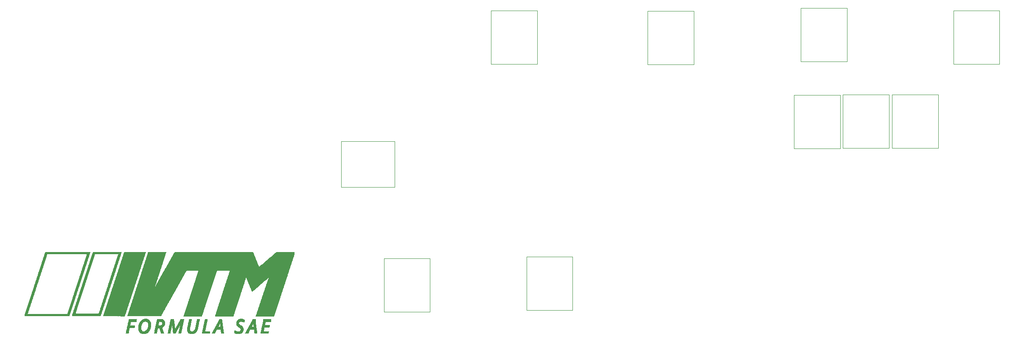
<source format=gbr>
%TF.GenerationSoftware,Novarm,DipTrace,3.3.1.1*%
%TF.CreationDate,2019-12-04T09:18:10-05:00*%
%FSLAX35Y35*%
%MOMM*%
%TF.FileFunction,Drawing,Top*%
%TF.Part,Single*%
%ADD12C,0.0762*%
%ADD53C,0.1*%
G75*
G01*
%LPD*%
X22131050Y10303257D2*
D53*
X23051050D1*
Y9240157D1*
X22131050D1*
Y10303257D1*
X14159563Y9384047D2*
Y8464047D1*
X13096463D1*
Y9384047D1*
X14159563D1*
X14869150Y5981537D2*
X13949150D1*
Y7044637D1*
X14869150D1*
Y5981537D1*
X17712423Y6015087D2*
X16792423D1*
Y7078187D1*
X17712423D1*
Y6015087D1*
X23103920Y10311783D2*
X24023920D1*
Y9248683D1*
X23103920D1*
Y10311783D1*
X24086927Y10311753D2*
X25006927D1*
Y9248653D1*
X24086927D1*
Y10311753D1*
X17006323Y10926607D2*
X16086323D1*
Y11989707D1*
X17006323D1*
Y10926607D1*
X20131723Y10916010D2*
X19211723D1*
Y11979110D1*
X20131723D1*
Y10916010D1*
X26231803Y10922610D2*
X25311803D1*
Y11985710D1*
X26231803D1*
Y10922610D1*
X23188207Y10973193D2*
X22268207D1*
Y12036293D1*
X23188207D1*
Y10973193D1*
X7190500Y7173880D2*
D12*
X8082040D1*
X8143000D2*
X8706880D1*
X8767840D2*
X9194560D1*
X9240280D2*
X9598420D1*
X9773680D2*
X11328160D1*
X11800600D2*
X12158740D1*
X7187865Y7166260D2*
X8080862D1*
X8139453D2*
X8705702D1*
X8764032D2*
X9190752D1*
X9239102D2*
X9595785D1*
X9768695D2*
X11332855D1*
X11792950D2*
X12158740D1*
X7185329Y7158640D2*
X8078943D1*
X8136996D2*
X8703783D1*
X8760867D2*
X9187587D1*
X9237213D2*
X9593249D1*
X9763611D2*
X11336962D1*
X11785062D2*
X12158710D1*
X7182914Y7151020D2*
X8076703D1*
X8134888D2*
X8701543D1*
X8757904D2*
X9184624D1*
X9235211D2*
X9590834D1*
X9758436D2*
X11340311D1*
X11776471D2*
X12158442D1*
X7180313Y7143400D2*
X8074397D1*
X8132304D2*
X8699237D1*
X8755190D2*
X9181910D1*
X9233608D2*
X9588233D1*
X9753655D2*
X11343137D1*
X11767026D2*
X12157471D1*
X7177755Y7135780D2*
X8071834D1*
X8129180D2*
X8696674D1*
X8752691D2*
X9179411D1*
X9231899D2*
X9585675D1*
X9749326D2*
X11346137D1*
X11757453D2*
X12155646D1*
X7175317Y7128160D2*
X7220690D1*
X8019902D2*
X8069289D1*
X8125921D2*
X8173190D1*
X8647418D2*
X8694129D1*
X8750084D2*
X9176775D1*
X9229482D2*
X9583237D1*
X9745266D2*
X11349461D1*
X11748504D2*
X12153663D1*
X7172703Y7120540D2*
X7219713D1*
X8017983D2*
X8066855D1*
X8122966D2*
X8172213D1*
X8642931D2*
X8691695D1*
X8747751D2*
X9174203D1*
X9226424D2*
X9580623D1*
X9741360D2*
X11352806D1*
X11740147D2*
X12152066D1*
X7170139Y7112920D2*
X7217857D1*
X8015743D2*
X8064242D1*
X8120333D2*
X8170357D1*
X8640112D2*
X8689082D1*
X8746011D2*
X9171759D1*
X9223189D2*
X9578059D1*
X9737504D2*
X11355795D1*
X11731936D2*
X12150388D1*
X7167698Y7105300D2*
X7215635D1*
X8013437D2*
X8061678D1*
X8117635D2*
X8168135D1*
X8637903D2*
X8686518D1*
X8744248D2*
X9169143D1*
X9220242D2*
X9575618D1*
X9733656D2*
X11358470D1*
X11723211D2*
X12148210D1*
X7165083Y7097680D2*
X7213335D1*
X8010874D2*
X8059238D1*
X8115038D2*
X8165835D1*
X8635513D2*
X8684078D1*
X8741813D2*
X9166579D1*
X9217612D2*
X9573033D1*
X9729597D2*
X11361411D1*
X11713715D2*
X12145855D1*
X7162519Y7090060D2*
X7210803D1*
X8008329D2*
X8056623D1*
X8112585D2*
X8163273D1*
X8633078D2*
X8681463D1*
X8738747D2*
X9164138D1*
X9214944D2*
X9570707D1*
X9725058D2*
X11364713D1*
X11704122D2*
X12143503D1*
X7160078Y7082440D2*
X7208496D1*
X8005895D2*
X8054059D1*
X8109995D2*
X8160729D1*
X8630698D2*
X8678899D1*
X8735539D2*
X9161523D1*
X9212585D2*
X9568969D1*
X9720149D2*
X11368050D1*
X11695167D2*
X12140923D1*
X7157463Y7074820D2*
X7206766D1*
X8003282D2*
X8051618D1*
X8107667D2*
X8158295D1*
X8628108D2*
X8676458D1*
X8732830D2*
X9158959D1*
X9210836D2*
X9567208D1*
X9715484D2*
X11371036D1*
X11686808D2*
X12138372D1*
X7154899Y7067200D2*
X7205007D1*
X8000718D2*
X8049003D1*
X8105930D2*
X8155682D1*
X8625553D2*
X8673843D1*
X8730903D2*
X9156518D1*
X9209100D2*
X9564772D1*
X9711200D2*
X11373710D1*
X11678596D2*
X12135936D1*
X7152458Y7059580D2*
X7202572D1*
X7998278D2*
X8046439D1*
X8104168D2*
X8153118D1*
X8623087D2*
X8671279D1*
X8729060D2*
X9153903D1*
X9206901D2*
X9561707D1*
X9707157D2*
X11376651D1*
X11669871D2*
X12133322D1*
X7149843Y7051960D2*
X7199507D1*
X7995663D2*
X8043998D1*
X8101732D2*
X8150678D1*
X8620235D2*
X8668838D1*
X8726591D2*
X9151339D1*
X9204539D2*
X9558499D1*
X9703227D2*
X11379953D1*
X11660375D2*
X12130758D1*
X7147279Y7044340D2*
X7196299D1*
X7993099D2*
X8041383D1*
X8098667D2*
X8148063D1*
X8616967D2*
X8666223D1*
X8723514D2*
X9148898D1*
X9202185D2*
X9555790D1*
X9699135D2*
X11383290D1*
X11650782D2*
X12128318D1*
X7144838Y7036720D2*
X7193590D1*
X7990658D2*
X8038819D1*
X8095430D2*
X8145499D1*
X8613673D2*
X8663659D1*
X8720302D2*
X9146283D1*
X9199604D2*
X9553863D1*
X9694585D2*
X11386276D1*
X11641827D2*
X12125703D1*
X7142253Y7029100D2*
X7191663D1*
X7988043D2*
X8036378D1*
X8092482D2*
X8143058D1*
X8610929D2*
X8661218D1*
X8717591D2*
X9143719D1*
X9197052D2*
X9552020D1*
X9689672D2*
X11388950D1*
X11633468D2*
X12123139D1*
X7139927Y7021480D2*
X7189820D1*
X7985479D2*
X8033793D1*
X8089852D2*
X8140443D1*
X8608990D2*
X8658603D1*
X8715663D2*
X9141278D1*
X9194616D2*
X9549551D1*
X9685004D2*
X11391891D1*
X11625256D2*
X12120698D1*
X7138189Y7013860D2*
X7187351D1*
X7983038D2*
X8031467D1*
X8087184D2*
X8137879D1*
X8607172D2*
X8656039D1*
X8713820D2*
X9138663D1*
X9192002D2*
X9546474D1*
X9680720D2*
X11395193D1*
X11616531D2*
X12118083D1*
X7136428Y7006240D2*
X7184274D1*
X7980423D2*
X8029729D1*
X8084825D2*
X8135438D1*
X8604940D2*
X8653598D1*
X8711351D2*
X9136099D1*
X9189439D2*
X9543262D1*
X9676677D2*
X11398530D1*
X11607035D2*
X12115519D1*
X7133992Y6998620D2*
X7181062D1*
X7977859D2*
X8027968D1*
X8083076D2*
X8132823D1*
X8602565D2*
X8650983D1*
X8708274D2*
X9133658D1*
X9186998D2*
X9540551D1*
X9672777D2*
X11401516D1*
X11597442D2*
X12113078D1*
X7130927Y6991000D2*
X7178351D1*
X7975418D2*
X8025532D1*
X8081340D2*
X8130259D1*
X8600207D2*
X8648419D1*
X8705062D2*
X9131043D1*
X9184383D2*
X9538623D1*
X9668923D2*
X11404190D1*
X11588487D2*
X12110463D1*
X7127690Y6983380D2*
X7176423D1*
X7972803D2*
X8022467D1*
X8079141D2*
X8127818D1*
X8597624D2*
X8645978D1*
X8702351D2*
X9128479D1*
X9181819D2*
X9536809D1*
X9665076D2*
X11407131D1*
X11580128D2*
X12107899D1*
X7124742Y6975760D2*
X7174580D1*
X7970239D2*
X8019259D1*
X8076779D2*
X8125203D1*
X8595072D2*
X8643363D1*
X8700423D2*
X9126038D1*
X9179378D2*
X9534579D1*
X9661017D2*
X11410433D1*
X11571916D2*
X12105458D1*
X7122112Y6968140D2*
X7172111D1*
X7967798D2*
X8016550D1*
X8074425D2*
X8122639D1*
X8592636D2*
X8640799D1*
X8698609D2*
X9123423D1*
X9176763D2*
X9532205D1*
X9656478D2*
X11413770D1*
X11563191D2*
X12102843D1*
X7119415Y6960520D2*
X7169034D1*
X7965213D2*
X8014623D1*
X8071844D2*
X8120198D1*
X8590022D2*
X8638358D1*
X8696379D2*
X9120859D1*
X9174199D2*
X9529847D1*
X9651569D2*
X11416756D1*
X11553695D2*
X12100279D1*
X7116817Y6952900D2*
X7165822D1*
X7962887D2*
X8012780D1*
X8069292D2*
X8117583D1*
X8587459D2*
X8635743D1*
X8694005D2*
X9118418D1*
X9171758D2*
X9527264D1*
X9646904D2*
X11419430D1*
X11544102D2*
X12097838D1*
X7114365Y6945280D2*
X7163111D1*
X7961149D2*
X8010311D1*
X8066826D2*
X8115019D1*
X8585018D2*
X8633179D1*
X8691617D2*
X9115803D1*
X9169143D2*
X9524712D1*
X9642620D2*
X11422371D1*
X11535147D2*
X12095223D1*
X7111775Y6937660D2*
X7161183D1*
X7959388D2*
X8007234D1*
X8063974D2*
X8112578D1*
X8582403D2*
X8630738D1*
X8688796D2*
X9113239D1*
X9166579D2*
X9522276D1*
X9638577D2*
X11425673D1*
X11526788D2*
X12092659D1*
X7109447Y6930040D2*
X7159369D1*
X7956952D2*
X8004022D1*
X8060707D2*
X8109963D1*
X8579839D2*
X8628123D1*
X8685541D2*
X9110798D1*
X9164138D2*
X9519662D1*
X9634647D2*
X11429010D1*
X11518576D2*
X12090218D1*
X7107710Y6922420D2*
X7157139D1*
X7953887D2*
X8001311D1*
X8057413D2*
X8107399D1*
X8577398D2*
X8625559D1*
X8682251D2*
X9108183D1*
X9161523D2*
X9517099D1*
X9630555D2*
X11431996D1*
X11509851D2*
X12087603D1*
X7105978Y6914800D2*
X7154765D1*
X7950650D2*
X7999383D1*
X8054669D2*
X8104958D1*
X8574783D2*
X8623118D1*
X8679509D2*
X9105619D1*
X9158959D2*
X9514658D1*
X9626005D2*
X11434670D1*
X11500355D2*
X12085039D1*
X7103780Y6907180D2*
X7152407D1*
X7947702D2*
X7997540D1*
X8052730D2*
X8102343D1*
X8572219D2*
X8620503D1*
X8677570D2*
X9103178D1*
X9156518D2*
X9512043D1*
X9621092D2*
X11437635D1*
X11490762D2*
X12082598D1*
X7101418Y6899560D2*
X7149824D1*
X7945072D2*
X7995071D1*
X8050912D2*
X8099779D1*
X8569778D2*
X8617939D1*
X8675751D2*
X9100563D1*
X9153903D2*
X9509479D1*
X9616424D2*
X11441163D1*
X11481801D2*
X12079983D1*
X7099035Y6891940D2*
X7147272D1*
X7942375D2*
X7991994D1*
X8048680D2*
X8097338D1*
X8567163D2*
X8615498D1*
X8673520D2*
X9097999D1*
X9151339D2*
X9507038D1*
X9612140D2*
X11445370D1*
X11473432D2*
X12077419D1*
X7096216Y6884320D2*
X7144836D1*
X7939777D2*
X7988782D1*
X8046305D2*
X8094723D1*
X8564599D2*
X8612883D1*
X8671145D2*
X9095558D1*
X9148898D2*
X9504423D1*
X9608097D2*
X11450080D1*
X11465320D2*
X12074978D1*
X7092961Y6876700D2*
X7142222D1*
X7937325D2*
X7986071D1*
X8043947D2*
X8092159D1*
X8562158D2*
X8610319D1*
X8668787D2*
X9092973D1*
X9146283D2*
X9501859D1*
X9604167D2*
X12072363D1*
X7089671Y6869080D2*
X7139659D1*
X7934735D2*
X7984143D1*
X8041364D2*
X8089718D1*
X8559543D2*
X8607878D1*
X8666204D2*
X9090647D1*
X9143719D2*
X9499418D1*
X9600075D2*
X12069799D1*
X7086929Y6861460D2*
X7137218D1*
X7932407D2*
X7982329D1*
X8038812D2*
X8087133D1*
X8556979D2*
X8605293D1*
X8663652D2*
X9088909D1*
X9141278D2*
X9496803D1*
X9595525D2*
X12067358D1*
X7084990Y6853840D2*
X7134603D1*
X7930670D2*
X7980099D1*
X8036376D2*
X8084807D1*
X8554538D2*
X8602967D1*
X8661186D2*
X9087148D1*
X9138663D2*
X9494239D1*
X9590612D2*
X12064743D1*
X7083171Y6846220D2*
X7132039D1*
X7928938D2*
X7977725D1*
X8033762D2*
X8083069D1*
X8551923D2*
X8601229D1*
X8658334D2*
X9084712D1*
X9136099D2*
X9491798D1*
X9585944D2*
X12062179D1*
X7080940Y6838600D2*
X7129598D1*
X7926740D2*
X7975367D1*
X8031199D2*
X8081308D1*
X8549359D2*
X8599498D1*
X8655067D2*
X9081647D1*
X9133658D2*
X9489183D1*
X9581660D2*
X12059738D1*
X7078565Y6830980D2*
X7126983D1*
X7924378D2*
X7972784D1*
X8028758D2*
X8078872D1*
X8546918D2*
X8597300D1*
X8651773D2*
X9078410D1*
X9131043D2*
X9486619D1*
X9577617D2*
X12057123D1*
X7076207Y6823360D2*
X7124419D1*
X7921995D2*
X7970232D1*
X8026143D2*
X8075807D1*
X8544303D2*
X8594938D1*
X8649029D2*
X9075462D1*
X9128479D2*
X9484178D1*
X9573687D2*
X12054559D1*
X7073624Y6815740D2*
X7121978D1*
X7919176D2*
X7967796D1*
X8023579D2*
X8072570D1*
X8541739D2*
X8592584D1*
X8647090D2*
X9072832D1*
X9126038D2*
X9481563D1*
X9569595D2*
X12052118D1*
X7071072Y6808120D2*
X7119363D1*
X7915921D2*
X7965182D1*
X8021138D2*
X8069622D1*
X8539298D2*
X8590004D1*
X8645272D2*
X9070135D1*
X9123423D2*
X9478999D1*
X9565045D2*
X12049503D1*
X7068606Y6800500D2*
X7116799D1*
X7912631D2*
X7962619D1*
X8018523D2*
X8066992D1*
X8536683D2*
X8587452D1*
X8643040D2*
X9067537D1*
X9120859D2*
X9476558D1*
X9560132D2*
X10002570D1*
X10244942D2*
X10613348D1*
X10869782D2*
X12046939D1*
X7065754Y6792880D2*
X7114358D1*
X7909889D2*
X7960178D1*
X8015959D2*
X8064295D1*
X8534119D2*
X8584986D1*
X8640665D2*
X9065085D1*
X9118418D2*
X9473943D1*
X9555464D2*
X9995957D1*
X10243023D2*
X10608623D1*
X10867893D2*
X12044498D1*
X7062487Y6785260D2*
X7111743D1*
X7907950D2*
X7957563D1*
X8013518D2*
X8061697D1*
X8531678D2*
X8582134D1*
X8638307D2*
X9062495D1*
X9115803D2*
X9471379D1*
X9551180D2*
X9990431D1*
X10240783D2*
X10605100D1*
X10865891D2*
X12041913D1*
X7059193Y6777640D2*
X7109179D1*
X7906131D2*
X7954999D1*
X8010903D2*
X8059245D1*
X8529063D2*
X8578867D1*
X8635724D2*
X9060167D1*
X9113239D2*
X9468938D1*
X9547137D2*
X9985766D1*
X10238477D2*
X10602008D1*
X10864288D2*
X12039587D1*
X7056449Y6770020D2*
X7106738D1*
X7903900D2*
X7952558D1*
X8008339D2*
X8056655D1*
X8526499D2*
X8575573D1*
X8633172D2*
X9058430D1*
X9110798D2*
X9466353D1*
X9543207D2*
X9981568D1*
X10235914D2*
X10599251D1*
X10862609D2*
X12037849D1*
X7054510Y6762400D2*
X7104123D1*
X7901525D2*
X7949943D1*
X8005898D2*
X8054327D1*
X8524058D2*
X8572829D1*
X8630736D2*
X9056698D1*
X9108213D2*
X9464027D1*
X9539115D2*
X9977609D1*
X10233369D2*
X10596738D1*
X10860430D2*
X12036088D1*
X7052692Y6754780D2*
X7101559D1*
X7899167D2*
X7947379D1*
X8003283D2*
X8052590D1*
X8521443D2*
X8570890D1*
X8628122D2*
X9054500D1*
X9105887D2*
X9462289D1*
X9534565D2*
X9973734D1*
X10230935D2*
X10594097D1*
X10858075D2*
X12033652D1*
X7050460Y6747160D2*
X7099118D1*
X7896584D2*
X7944938D1*
X8000719D2*
X8050828D1*
X8518879D2*
X8569072D1*
X8625559D2*
X9052138D1*
X9104149D2*
X9460528D1*
X9529652D2*
X9969879D1*
X10228322D2*
X10591523D1*
X10855723D2*
X12030587D1*
X7048085Y6739540D2*
X7096503D1*
X7894032D2*
X7942323D1*
X7998278D2*
X8048392D1*
X8516438D2*
X8566840D1*
X8623118D2*
X9049784D1*
X9102388D2*
X9458092D1*
X9524984D2*
X9965818D1*
X10225758D2*
X10589080D1*
X10853143D2*
X12027379D1*
X7045727Y6731920D2*
X7093939D1*
X7891566D2*
X7939759D1*
X7995663D2*
X8045327D1*
X8513823D2*
X8564465D1*
X8620503D2*
X9047204D1*
X9099952D2*
X9455027D1*
X9520700D2*
X9961278D1*
X10223318D2*
X10586464D1*
X10850592D2*
X12024670D1*
X7043144Y6724300D2*
X7091498D1*
X7888714D2*
X7937318D1*
X7993099D2*
X8042090D1*
X8511259D2*
X8562107D1*
X8617939D2*
X9044652D1*
X9096887D2*
X9451819D1*
X9516657D2*
X9956369D1*
X10220703D2*
X10583899D1*
X10848156D2*
X12022743D1*
X7040592Y6716680D2*
X7088883D1*
X7885447D2*
X7934703D1*
X7990658D2*
X8039142D1*
X8508818D2*
X8559524D1*
X8615498D2*
X9042216D1*
X9093679D2*
X9449110D1*
X9512757D2*
X9951704D1*
X10218139D2*
X10581458D1*
X10845542D2*
X12020929D1*
X7038156Y6709060D2*
X7086319D1*
X7882153D2*
X7932139D1*
X7988043D2*
X8036512D1*
X8506203D2*
X8556972D1*
X8612883D2*
X9039602D1*
X9090970D2*
X9447183D1*
X9508903D2*
X9947420D1*
X10215698D2*
X10578843D1*
X10842978D2*
X12018699D1*
X7035542Y6701440D2*
X7083878D1*
X7879409D2*
X7929698D1*
X7985479D2*
X8033844D1*
X8503639D2*
X8554536D1*
X8610319D2*
X9037039D1*
X9089043D2*
X9445340D1*
X9505056D2*
X9943377D1*
X10213083D2*
X10576279D1*
X10840538D2*
X12016325D1*
X7032979Y6693820D2*
X7081263D1*
X7877470D2*
X7927083D1*
X7983038D2*
X8031485D1*
X8501198D2*
X8551922D1*
X8607878D2*
X9034598D1*
X9087200D2*
X9442871D1*
X9500997D2*
X9939477D1*
X10210519D2*
X10573838D1*
X10837923D2*
X12013967D1*
X7030538Y6686200D2*
X7078699D1*
X7875652D2*
X7924519D1*
X7980423D2*
X8029736D1*
X8498613D2*
X8549359D1*
X8605263D2*
X9031983D1*
X9084731D2*
X9439794D1*
X9496458D2*
X9935623D1*
X10208078D2*
X10571223D1*
X10835359D2*
X12011384D1*
X7027923Y6678580D2*
X7076258D1*
X7873420D2*
X7922078D1*
X7977859D2*
X8028000D1*
X8496287D2*
X8546918D1*
X8602699D2*
X9029419D1*
X9081654D2*
X9436582D1*
X9491549D2*
X9931776D1*
X10205463D2*
X10568659D1*
X10832918D2*
X12008832D1*
X7025359Y6670960D2*
X7073643D1*
X7871045D2*
X7919463D1*
X7975418D2*
X8025801D1*
X8494549D2*
X8544303D1*
X8600258D2*
X9026978D1*
X9078442D2*
X9433871D1*
X9486884D2*
X9927717D1*
X10202899D2*
X10566218D1*
X10830303D2*
X12006366D1*
X7022918Y6663340D2*
X7071079D1*
X7868687D2*
X7916899D1*
X7972803D2*
X8023439D1*
X8492788D2*
X8541739D1*
X8597643D2*
X9024363D1*
X9075731D2*
X9431943D1*
X9482600D2*
X9923178D1*
X10200458D2*
X10563603D1*
X10827739D2*
X12003514D1*
X7020303Y6655720D2*
X7068638D1*
X7866104D2*
X7914458D1*
X7970239D2*
X8021085D1*
X8490352D2*
X8539298D1*
X8595079D2*
X9021799D1*
X9073803D2*
X9430129D1*
X9478557D2*
X9918269D1*
X10197873D2*
X10561039D1*
X10825298D2*
X11183350D1*
X11207418D2*
X11631782D1*
X11649407D2*
X12000247D1*
X7017739Y6648100D2*
X7066023D1*
X7863552D2*
X7911843D1*
X7967798D2*
X8018504D1*
X8487287D2*
X8536683D1*
X8592638D2*
X9019358D1*
X9071989D2*
X9427899D1*
X9474657D2*
X9913604D1*
X10195547D2*
X10558598D1*
X10822683D2*
X11183082D1*
X11209337D2*
X11622273D1*
X11643974D2*
X11996953D1*
X7015298Y6640480D2*
X7063459D1*
X7861116D2*
X7909279D1*
X7965183D2*
X8015952D1*
X8484079D2*
X8534119D1*
X8590023D2*
X9016743D1*
X9069759D2*
X9425525D1*
X9470803D2*
X9909320D1*
X10193809D2*
X10555983D1*
X10820119D2*
X11182081D1*
X11211577D2*
X11612680D1*
X11639596D2*
X11994209D1*
X7012683Y6632860D2*
X7061018D1*
X7858502D2*
X7906838D1*
X7962619D2*
X8013486D1*
X8481370D2*
X8531678D1*
X8587459D2*
X9014179D1*
X9067385D2*
X9423167D1*
X9466956D2*
X9905277D1*
X10192078D2*
X10553419D1*
X10817678D2*
X11179989D1*
X11213883D2*
X11603696D1*
X11636374D2*
X11992270D1*
X7010119Y6625240D2*
X7058403D1*
X7855939D2*
X7904223D1*
X7960178D2*
X8010634D1*
X8479443D2*
X8529063D1*
X8585018D2*
X9011738D1*
X9065027D2*
X9420584D1*
X9462897D2*
X9901377D1*
X10189880D2*
X10550978D1*
X10815063D2*
X11177064D1*
X11216446D2*
X11595100D1*
X11634242D2*
X11990452D1*
X7007678Y6617620D2*
X7055839D1*
X7853498D2*
X7901659D1*
X7957563D2*
X8007367D1*
X8477629D2*
X8526499D1*
X8582403D2*
X9009123D1*
X9062444D2*
X9418032D1*
X9458358D2*
X9897523D1*
X10187518D2*
X10548363D1*
X10812499D2*
X11173910D1*
X11218991D2*
X11586185D1*
X11632351D2*
X11988220D1*
X7005063Y6610000D2*
X7053398D1*
X7850883D2*
X7899218D1*
X7954999D2*
X8004073D1*
X8475399D2*
X8524058D1*
X8579839D2*
X9006559D1*
X9059892D2*
X9415596D1*
X9453449D2*
X9893676D1*
X10185164D2*
X10545799D1*
X10810058D2*
X11171220D1*
X11221455D2*
X11576606D1*
X11630093D2*
X11985845D1*
X7002499Y6602380D2*
X7050813D1*
X7848319D2*
X7896603D1*
X7952558D2*
X8001329D1*
X8473025D2*
X8521443D1*
X8577398D2*
X9004118D1*
X9057456D2*
X9412982D1*
X9448784D2*
X9889617D1*
X10182584D2*
X10543358D1*
X10807443D2*
X11169300D1*
X11224306D2*
X11566981D1*
X11627710D2*
X11983487D1*
X7000058Y6594760D2*
X7048487D1*
X7845878D2*
X7894039D1*
X7949943D2*
X7999390D1*
X8470667D2*
X8518879D1*
X8574783D2*
X9001503D1*
X9054842D2*
X9410419D1*
X9444500D2*
X9885078D1*
X10180032D2*
X10540743D1*
X10804879D2*
X11167488D1*
X11227602D2*
X11558013D1*
X11625348D2*
X11980904D1*
X6997443Y6587140D2*
X7046749D1*
X7843263D2*
X7891598D1*
X7947379D2*
X7997542D1*
X8468084D2*
X8516438D1*
X8572219D2*
X8998939D1*
X9052279D2*
X9407978D1*
X9440457D2*
X9880169D1*
X10177566D2*
X10538179D1*
X10802438D2*
X11165259D1*
X11231165D2*
X11549680D1*
X11622765D2*
X11978352D1*
X6994879Y6579520D2*
X7044988D1*
X7840699D2*
X7888983D1*
X7944938D2*
X7995072D1*
X8465532D2*
X8513823D1*
X8569778D2*
X8996498D1*
X9049838D2*
X9405363D1*
X9436557D2*
X9875504D1*
X10174714D2*
X10535738D1*
X10799823D2*
X11162885D1*
X11234850D2*
X11541705D1*
X11620212D2*
X11975916D1*
X6992438Y6571900D2*
X7042552D1*
X7838258D2*
X7886419D1*
X7942323D2*
X7991994D1*
X8463066D2*
X8511259D1*
X8567163D2*
X8993883D1*
X9047223D2*
X9402799D1*
X9432703D2*
X9871220D1*
X10171447D2*
X10533123D1*
X10797259D2*
X11160527D1*
X11238376D2*
X11533683D1*
X11617776D2*
X11973302D1*
X6989823Y6564280D2*
X7039487D1*
X7835643D2*
X7883978D1*
X7939759D2*
X7988782D1*
X8460214D2*
X8508818D1*
X8564599D2*
X8991319D1*
X9044659D2*
X9400358D1*
X9428856D2*
X9867177D1*
X10168153D2*
X10530559D1*
X10794818D2*
X11157944D1*
X11241445D2*
X11525040D1*
X11615162D2*
X11970739D1*
X6987259Y6556660D2*
X7036250D1*
X7833079D2*
X7881363D1*
X7937318D2*
X7986071D1*
X8456947D2*
X8506203D1*
X8562158D2*
X8988878D1*
X9042218D2*
X9397743D1*
X9424797D2*
X9863247D1*
X10165409D2*
X10528118D1*
X10792203D2*
X11155392D1*
X11244152D2*
X11515576D1*
X11612599D2*
X11968298D1*
X6984818Y6549040D2*
X7033302D1*
X7830638D2*
X7878799D1*
X7934703D2*
X7984143D1*
X8453653D2*
X8503639D1*
X8559543D2*
X8986263D1*
X9039603D2*
X9395179D1*
X9420258D2*
X9859155D1*
X10163470D2*
X10525503D1*
X10789639D2*
X11152956D1*
X11247104D2*
X11505996D1*
X11610128D2*
X11965683D1*
X6982203Y6541420D2*
X7030672D1*
X7828023D2*
X7876358D1*
X7932139D2*
X7982329D1*
X8450909D2*
X8501198D1*
X8556979D2*
X8983699D1*
X9037039D2*
X9392738D1*
X9415349D2*
X9854605D1*
X10161652D2*
X10522939D1*
X10787198D2*
X11150342D1*
X11250440D2*
X11497015D1*
X11607275D2*
X11963119D1*
X6979639Y6533800D2*
X7027975D1*
X7825459D2*
X7873773D1*
X7929698D2*
X7980099D1*
X8448970D2*
X8498583D1*
X8554538D2*
X8981258D1*
X9034598D2*
X9390123D1*
X9410684D2*
X9849692D1*
X10159420D2*
X10520498D1*
X10784583D2*
X11147779D1*
X11254017D2*
X11488420D1*
X11604008D2*
X11960678D1*
X6977198Y6526180D2*
X7025377D1*
X7823018D2*
X7871447D1*
X7927113D2*
X7977725D1*
X8447152D2*
X8496019D1*
X8551953D2*
X8978643D1*
X9031983D2*
X9387559D1*
X9406400D2*
X9845024D1*
X10157045D2*
X10517883D1*
X10782019D2*
X11145338D1*
X11257707D2*
X11479505D1*
X11600713D2*
X11958063D1*
X6974583Y6518560D2*
X7022925D1*
X7820403D2*
X7869709D1*
X7924787D2*
X7975367D1*
X8444920D2*
X8493578D1*
X8549627D2*
X8976079D1*
X9029419D2*
X9385113D1*
X9402381D2*
X9840740D1*
X10154687D2*
X10515319D1*
X10779578D2*
X11142723D1*
X11261235D2*
X11469926D1*
X11597969D2*
X11955499D1*
X6972019Y6510940D2*
X7020335D1*
X7817839D2*
X7867948D1*
X7923049D2*
X7972784D1*
X8442545D2*
X8490963D1*
X8547889D2*
X8973638D1*
X9026978D2*
X9382461D1*
X9398678D2*
X9836697D1*
X10152104D2*
X10512878D1*
X10776963D2*
X11140159D1*
X11264305D2*
X11460301D1*
X11596030D2*
X11953058D1*
X6969578Y6503320D2*
X7018007D1*
X7815398D2*
X7865512D1*
X7921288D2*
X7970232D1*
X8440187D2*
X8488399D1*
X8546128D2*
X8971023D1*
X9024363D2*
X9379837D1*
X9395466D2*
X9832797D1*
X10149552D2*
X10510263D1*
X10774399D2*
X11137718D1*
X11266982D2*
X11451333D1*
X11594182D2*
X11950443D1*
X6966963Y6495700D2*
X7016270D1*
X7812783D2*
X7862447D1*
X7918852D2*
X7967796D1*
X8437604D2*
X8485958D1*
X8543692D2*
X8968459D1*
X9021799D2*
X9377440D1*
X9392680D2*
X9828943D1*
X10147116D2*
X10507699D1*
X10771958D2*
X11135103D1*
X11269696D2*
X11443000D1*
X11591712D2*
X11947879D1*
X6964399Y6488080D2*
X7014508D1*
X7810219D2*
X7859210D1*
X7915787D2*
X7965182D1*
X8435052D2*
X8483343D1*
X8540627D2*
X8966018D1*
X9019358D2*
X9825096D1*
X10144502D2*
X10505258D1*
X10769343D2*
X11132539D1*
X11272299D2*
X11435025D1*
X11588634D2*
X11945438D1*
X6961958Y6480460D2*
X7012072D1*
X7807778D2*
X7856262D1*
X7912579D2*
X7962619D1*
X8432616D2*
X8480779D1*
X8537390D2*
X8963433D1*
X9016743D2*
X9821037D1*
X10141939D2*
X10502643D1*
X10766779D2*
X11130098D1*
X11274784D2*
X11427003D1*
X11585392D2*
X11942823D1*
X6959373Y6472840D2*
X7009007D1*
X7805163D2*
X7853632D1*
X7909870D2*
X7960178D1*
X8430002D2*
X8478338D1*
X8534442D2*
X8961107D1*
X9014179D2*
X9816498D1*
X10139498D2*
X10500079D1*
X10764338D2*
X11127483D1*
X11277642D2*
X11418360D1*
X11582443D2*
X11940259D1*
X6957047Y6465220D2*
X7005799D1*
X7802599D2*
X7850935D1*
X7907943D2*
X7957563D1*
X8427439D2*
X8475723D1*
X8531812D2*
X8959369D1*
X9011738D2*
X9811589D1*
X10136883D2*
X10497638D1*
X10761723D2*
X11124919D1*
X11280941D2*
X11408896D1*
X11579812D2*
X11937818D1*
X6955309Y6457600D2*
X7003090D1*
X7800158D2*
X7848337D1*
X7906100D2*
X7954999D1*
X8424998D2*
X8473159D1*
X8529115D2*
X8957608D1*
X9009123D2*
X9806924D1*
X10134319D2*
X10495023D1*
X10759159D2*
X11122478D1*
X11284504D2*
X11399316D1*
X11577144D2*
X11935203D1*
X6953548Y6449980D2*
X7001163D1*
X7797543D2*
X7845885D1*
X7903631D2*
X7952558D1*
X8422383D2*
X8470718D1*
X8526517D2*
X8955172D1*
X9006559D2*
X9802640D1*
X10131878D2*
X10492459D1*
X10756718D2*
X11119863D1*
X11288219D2*
X11390365D1*
X11574785D2*
X11932639D1*
X6951112Y6442360D2*
X6999349D1*
X7794979D2*
X7843295D1*
X7900554D2*
X7949943D1*
X8419819D2*
X8468103D1*
X8524065D2*
X8952107D1*
X9004118D2*
X9798597D1*
X10129263D2*
X10490018D1*
X10754133D2*
X11117299D1*
X11291984D2*
X11382007D1*
X11573036D2*
X11930198D1*
X6948047Y6434740D2*
X6997119D1*
X7792538D2*
X7840967D1*
X7897342D2*
X7947379D1*
X8417378D2*
X8465539D1*
X8521445D2*
X8948870D1*
X9001533D2*
X9794697D1*
X10126699D2*
X10487403D1*
X10751807D2*
X11114858D1*
X11295756D2*
X11373796D1*
X11571270D2*
X11927583D1*
X6944839Y6427120D2*
X6994745D1*
X7789923D2*
X7839230D1*
X7894631D2*
X7944938D1*
X8414763D2*
X8463098D1*
X8518879D2*
X8945922D1*
X8999207D2*
X9790843D1*
X10124258D2*
X10484839D1*
X10750069D2*
X11112243D1*
X11299317D2*
X11365071D1*
X11568833D2*
X11925019D1*
X6942130Y6419500D2*
X6992387D1*
X7787359D2*
X7837468D1*
X7892703D2*
X7942323D1*
X8412199D2*
X8460483D1*
X8516438D2*
X8943292D1*
X8997469D2*
X9786996D1*
X10121643D2*
X10482398D1*
X10748308D2*
X11109679D1*
X11302398D2*
X11355575D1*
X11565767D2*
X11922578D1*
X6940203Y6411880D2*
X6989804D1*
X7784918D2*
X7835032D1*
X7890860D2*
X7939759D1*
X8409758D2*
X8457919D1*
X8513823D2*
X8940595D1*
X8995708D2*
X9782937D1*
X10119079D2*
X10479783D1*
X10745872D2*
X11107238D1*
X11305085D2*
X11345982D1*
X11562560D2*
X11919963D1*
X6938360Y6404260D2*
X6987252D1*
X7782333D2*
X7831967D1*
X7888391D2*
X7937318D1*
X8407143D2*
X8455478D1*
X8511259D2*
X8937997D1*
X8993272D2*
X9778398D1*
X10116638D2*
X10477219D1*
X10742807D2*
X11104623D1*
X11307837D2*
X11337021D1*
X11559850D2*
X11917399D1*
X6935891Y6396640D2*
X6984816D1*
X7780007D2*
X7828730D1*
X7885314D2*
X7934703D1*
X8404579D2*
X8452863D1*
X8508818D2*
X8935545D1*
X8990207D2*
X9773489D1*
X10114023D2*
X10474778D1*
X10739599D2*
X11102059D1*
X11310502D2*
X11328652D1*
X11557923D2*
X11914958D1*
X6932814Y6389020D2*
X6982202D1*
X7778269D2*
X7825782D1*
X7882102D2*
X7932139D1*
X8402138D2*
X8450299D1*
X8506203D2*
X8932955D1*
X8986999D2*
X9768824D1*
X10111459D2*
X10472163D1*
X10736890D2*
X11099618D1*
X11312920D2*
X11320540D1*
X11556080D2*
X11912343D1*
X6929602Y6381400D2*
X6979639D1*
X7776508D2*
X7823152D1*
X7879391D2*
X7929698D1*
X8399523D2*
X8447858D1*
X8503639D2*
X8930627D1*
X8984290D2*
X9764540D1*
X10109018D2*
X10469599D1*
X10734963D2*
X11097003D1*
X11553611D2*
X11909779D1*
X6926891Y6373780D2*
X6977198D1*
X7774072D2*
X7820484D1*
X7877463D2*
X7927083D1*
X8396959D2*
X8445273D1*
X8501198D2*
X8928890D1*
X8982363D2*
X9760497D1*
X10106403D2*
X10467158D1*
X10733120D2*
X11094439D1*
X11550534D2*
X11907338D1*
X6924963Y6366160D2*
X6974583D1*
X7771007D2*
X7818125D1*
X7875649D2*
X7924519D1*
X8394518D2*
X8442947D1*
X8498613D2*
X8927128D1*
X8980520D2*
X9756567D1*
X10103839D2*
X10464543D1*
X10730651D2*
X11091998D1*
X11547292D2*
X11904723D1*
X6923120Y6358540D2*
X6972019D1*
X7767799D2*
X7816376D1*
X7873419D2*
X7922078D1*
X8391903D2*
X8441209D1*
X8496287D2*
X8924692D1*
X8978051D2*
X9752475D1*
X10101398D2*
X10461979D1*
X10727574D2*
X11089383D1*
X11544343D2*
X11902159D1*
X6920651Y6350920D2*
X6969578D1*
X7765090D2*
X7814640D1*
X7871045D2*
X7919463D1*
X8389339D2*
X8439448D1*
X8494549D2*
X8921627D1*
X8974974D2*
X9747925D1*
X10098783D2*
X10459538D1*
X10724362D2*
X11086819D1*
X11541712D2*
X11899718D1*
X6917574Y6343300D2*
X6966963D1*
X7763163D2*
X7812441D1*
X7868687D2*
X7916899D1*
X8386898D2*
X8437012D1*
X8492788D2*
X8918390D1*
X8971762D2*
X9743012D1*
X10096219D2*
X10456923D1*
X10721651D2*
X11084378D1*
X11539044D2*
X11897133D1*
X6914362Y6335680D2*
X6964399D1*
X7761320D2*
X7810079D1*
X7866104D2*
X7914458D1*
X8384283D2*
X8433947D1*
X8490352D2*
X8915442D1*
X8969051D2*
X9738344D1*
X10093778D2*
X10454359D1*
X10719723D2*
X11081763D1*
X11536685D2*
X11894807D1*
X6911651Y6328060D2*
X6961958D1*
X7758851D2*
X7807725D1*
X7863552D2*
X7911843D1*
X8381719D2*
X8430739D1*
X8487287D2*
X8912812D1*
X8967123D2*
X9734060D1*
X10091193D2*
X10451918D1*
X10717909D2*
X11079199D1*
X11534936D2*
X11893069D1*
X6909723Y6320440D2*
X6959343D1*
X7755774D2*
X7805144D1*
X7861116D2*
X7909279D1*
X8379278D2*
X8428030D1*
X8484079D2*
X8910144D1*
X8965309D2*
X9730017D1*
X10088867D2*
X10449333D1*
X10715679D2*
X11076758D1*
X11533170D2*
X11891308D1*
X6907909Y6312820D2*
X6956779D1*
X7752562D2*
X7802592D1*
X7858502D2*
X7906838D1*
X8376663D2*
X8426103D1*
X8481370D2*
X8907785D1*
X8963079D2*
X9726117D1*
X10087129D2*
X10447007D1*
X10713305D2*
X11074173D1*
X11530733D2*
X11888872D1*
X6905679Y6305200D2*
X6954338D1*
X7749851D2*
X7800126D1*
X7855939D2*
X7904223D1*
X8374099D2*
X8424260D1*
X8479443D2*
X8906036D1*
X8960705D2*
X9722263D1*
X10085368D2*
X10445269D1*
X10710947D2*
X11071847D1*
X11527667D2*
X11885807D1*
X6903305Y6297580D2*
X6951723D1*
X7747923D2*
X7797274D1*
X7853498D2*
X7901659D1*
X8371658D2*
X8421791D1*
X8477600D2*
X8904300D1*
X8958347D2*
X9718416D1*
X10082932D2*
X10443508D1*
X10708364D2*
X11070109D1*
X11524430D2*
X11882599D1*
X6900947Y6289960D2*
X6949159D1*
X7746080D2*
X7794007D1*
X7850883D2*
X7899218D1*
X8369043D2*
X8418714D1*
X8475131D2*
X8902101D1*
X8955764D2*
X9714357D1*
X10079867D2*
X10441072D1*
X10705812D2*
X11068348D1*
X11521482D2*
X11879890D1*
X6898364Y6282340D2*
X6946718D1*
X7743611D2*
X7790713D1*
X7848319D2*
X7896603D1*
X8366479D2*
X8415502D1*
X8472054D2*
X8899739D1*
X8953212D2*
X9709818D1*
X10076659D2*
X10438007D1*
X10703376D2*
X11065912D1*
X11518852D2*
X11877963D1*
X6895812Y6274720D2*
X6944103D1*
X7740534D2*
X7787969D1*
X7845878D2*
X7894039D1*
X8364038D2*
X8412791D1*
X8468842D2*
X8897385D1*
X8950776D2*
X9704909D1*
X10073950D2*
X10434770D1*
X10700762D2*
X11062847D1*
X11516155D2*
X11876120D1*
X6893376Y6267100D2*
X6941539D1*
X7737322D2*
X7786030D1*
X7843263D2*
X7891598D1*
X8361423D2*
X8410863D1*
X8466131D2*
X8894804D1*
X8948162D2*
X9700244D1*
X10072023D2*
X10431822D1*
X10698199D2*
X11059639D1*
X11513557D2*
X11873651D1*
X6890762Y6259480D2*
X6939098D1*
X7734611D2*
X7784212D1*
X7840699D2*
X7888983D1*
X8358859D2*
X8409020D1*
X8464203D2*
X8892252D1*
X8945599D2*
X9695960D1*
X10070180D2*
X10429192D1*
X10695758D2*
X11056930D1*
X11511105D2*
X11870574D1*
X6888199Y6251860D2*
X6936483D1*
X7732683D2*
X7781980D1*
X7838258D2*
X7886419D1*
X8356418D2*
X8406551D1*
X8462360D2*
X8889816D1*
X8943158D2*
X9691917D1*
X10067711D2*
X10426495D1*
X10693143D2*
X11055003D1*
X11508485D2*
X11867362D1*
X6885758Y6244240D2*
X6933919D1*
X7730869D2*
X7779605D1*
X7835643D2*
X7883978D1*
X8353803D2*
X8403474D1*
X8459891D2*
X8887202D1*
X8940543D2*
X9688017D1*
X10064634D2*
X10423897D1*
X10690579D2*
X11053189D1*
X11505919D2*
X11864651D1*
X6883143Y6236620D2*
X6931478D1*
X7728639D2*
X7777247D1*
X7833079D2*
X7881363D1*
X8351239D2*
X8400262D1*
X8456814D2*
X8884639D1*
X8937979D2*
X9684163D1*
X10061422D2*
X10421445D1*
X10688138D2*
X11050959D1*
X11503478D2*
X11862723D1*
X6880579Y6229000D2*
X6928863D1*
X7726265D2*
X7774664D1*
X7830638D2*
X7878799D1*
X8348798D2*
X8397551D1*
X8453602D2*
X8882198D1*
X8935538D2*
X9680316D1*
X10058711D2*
X10418855D1*
X10685523D2*
X11048585D1*
X11500863D2*
X11860909D1*
X6878138Y6221380D2*
X6926299D1*
X7723907D2*
X7772112D1*
X7828023D2*
X7876358D1*
X8346183D2*
X8395623D1*
X8450891D2*
X8879583D1*
X8932923D2*
X9676257D1*
X10056783D2*
X10416527D1*
X10682959D2*
X11046227D1*
X11498299D2*
X11858679D1*
X6875523Y6213760D2*
X6923858D1*
X7721324D2*
X7769676D1*
X7825459D2*
X7873743D1*
X8343619D2*
X8393809D1*
X8448963D2*
X8877019D1*
X8930359D2*
X9671718D1*
X10054940D2*
X10414790D1*
X10680518D2*
X11043644D1*
X11495858D2*
X11856305D1*
X6872959Y6206140D2*
X6921243D1*
X7718772D2*
X7767062D1*
X7823018D2*
X7871179D1*
X8341178D2*
X8391579D1*
X8447149D2*
X8874578D1*
X8927918D2*
X9666809D1*
X10052471D2*
X10413028D1*
X10677903D2*
X11041092D1*
X11493243D2*
X11853947D1*
X6870518Y6198520D2*
X6918679D1*
X7716336D2*
X7764499D1*
X7820403D2*
X7868738D1*
X8338593D2*
X8389205D1*
X8444919D2*
X8871963D1*
X8925303D2*
X9662144D1*
X10049394D2*
X10410592D1*
X10675339D2*
X11038656D1*
X11490679D2*
X11851364D1*
X6867903Y6190900D2*
X6916238D1*
X7713722D2*
X7762058D1*
X7817839D2*
X7866123D1*
X8336267D2*
X8386847D1*
X8442545D2*
X8869399D1*
X8922739D2*
X9657860D1*
X10046182D2*
X10407527D1*
X10672898D2*
X11036042D1*
X11488238D2*
X11848812D1*
X6865339Y6183280D2*
X6913623D1*
X7711159D2*
X7759443D1*
X7815398D2*
X7863559D1*
X8334529D2*
X8384264D1*
X8440187D2*
X8866958D1*
X8920298D2*
X9653817D1*
X10043471D2*
X10404290D1*
X10670283D2*
X11033479D1*
X11485653D2*
X11846376D1*
X6862898Y6175660D2*
X6911059D1*
X7708718D2*
X7756879D1*
X7812783D2*
X7861118D1*
X8332768D2*
X8381712D1*
X8437604D2*
X8864343D1*
X8917683D2*
X9649887D1*
X10041543D2*
X10401342D1*
X10667719D2*
X11031038D1*
X11483327D2*
X11843762D1*
X6860283Y6168040D2*
X6908618D1*
X7706103D2*
X7754438D1*
X7810219D2*
X7858533D1*
X8330332D2*
X8379276D1*
X8435052D2*
X8861779D1*
X8915119D2*
X9645795D1*
X10039729D2*
X10398712D1*
X10665278D2*
X11028423D1*
X11481589D2*
X11841199D1*
X6857719Y6160420D2*
X6906003D1*
X7703539D2*
X7751823D1*
X7807778D2*
X7856207D1*
X8327267D2*
X8376662D1*
X8432616D2*
X8859338D1*
X8912678D2*
X9641245D1*
X10037499D2*
X10396044D1*
X10662663D2*
X11025859D1*
X11479828D2*
X11838758D1*
X6855278Y6152800D2*
X6903439D1*
X7701098D2*
X7749259D1*
X7805163D2*
X7854469D1*
X8324059D2*
X8374099D1*
X8430002D2*
X8856723D1*
X8910063D2*
X9636332D1*
X10035125D2*
X10393685D1*
X10660099D2*
X11023418D1*
X11477392D2*
X11836143D1*
X6852663Y6145180D2*
X6900998D1*
X7698483D2*
X7746818D1*
X7802599D2*
X7852708D1*
X8321350D2*
X8371658D1*
X8427439D2*
X8854159D1*
X8907499D2*
X9631664D1*
X10032767D2*
X10391936D1*
X10657658D2*
X11020803D1*
X11474327D2*
X11833579D1*
X6850099Y6137560D2*
X6898383D1*
X7695919D2*
X7744203D1*
X7800158D2*
X7850272D1*
X8319423D2*
X8369043D1*
X8424998D2*
X8851718D1*
X8905058D2*
X9627380D1*
X10030184D2*
X10390170D1*
X10655043D2*
X11018239D1*
X11471090D2*
X11831138D1*
X6847658Y6129940D2*
X6895819D1*
X7693478D2*
X7741639D1*
X7797543D2*
X7847207D1*
X8317580D2*
X8366479D1*
X8422383D2*
X8849103D1*
X8902443D2*
X9623337D1*
X10027632D2*
X10387733D1*
X10652479D2*
X11015798D1*
X11468142D2*
X11828523D1*
X6845043Y6122320D2*
X6893378D1*
X7690863D2*
X7739198D1*
X7794979D2*
X7843970D1*
X8315111D2*
X8364038D1*
X8419819D2*
X8846539D1*
X8899879D2*
X9619437D1*
X10025196D2*
X10384667D1*
X10650038D2*
X11013183D1*
X11465512D2*
X11825959D1*
X6842479Y6114700D2*
X6890763D1*
X7688299D2*
X7736583D1*
X7792538D2*
X7841022D1*
X8312034D2*
X8361423D1*
X8417378D2*
X8844098D1*
X8897438D2*
X9615583D1*
X10022582D2*
X10381460D1*
X10647423D2*
X11010619D1*
X11462815D2*
X11823518D1*
X6840038Y6107080D2*
X6888199D1*
X7685858D2*
X7734019D1*
X7789923D2*
X7838392D1*
X8308822D2*
X8358859D1*
X8414763D2*
X8841483D1*
X8894823D2*
X9611736D1*
X10020019D2*
X10378750D1*
X10644859D2*
X11008178D1*
X11460217D2*
X11820903D1*
X6837423Y6099460D2*
X6885758D1*
X7683243D2*
X7731578D1*
X7787359D2*
X7835695D1*
X8306111D2*
X8356418D1*
X8412199D2*
X8838919D1*
X8892259D2*
X9607677D1*
X10017578D2*
X10376823D1*
X10642418D2*
X11005563D1*
X11457765D2*
X11818339D1*
X6834859Y6091840D2*
X6883143D1*
X7680679D2*
X7728963D1*
X7784918D2*
X7833097D1*
X8304183D2*
X8353803D1*
X8409758D2*
X8836478D1*
X8889818D2*
X9603138D1*
X10014963D2*
X10374980D1*
X10639803D2*
X11002999D1*
X11455145D2*
X11815898D1*
X6832418Y6084220D2*
X6880579D1*
X7678238D2*
X7726399D1*
X7782303D2*
X7830645D1*
X8302340D2*
X8351239D1*
X8407143D2*
X8833863D1*
X8887203D2*
X9598229D1*
X10012399D2*
X10372511D1*
X10637239D2*
X11000558D1*
X11452579D2*
X11813283D1*
X6829803Y6076600D2*
X6878138D1*
X7675623D2*
X7723958D1*
X7779739D2*
X7828055D1*
X8299871D2*
X8348798D1*
X8404579D2*
X8831299D1*
X8884639D2*
X9593564D1*
X10009958D2*
X10369434D1*
X10634798D2*
X10997943D1*
X11450138D2*
X11810719D1*
X6827239Y6068980D2*
X6875523D1*
X7673059D2*
X7721343D1*
X7777298D2*
X7825727D1*
X8296794D2*
X8346183D1*
X8402138D2*
X8828858D1*
X8882198D2*
X9589280D1*
X10007343D2*
X10366192D1*
X10632213D2*
X10995379D1*
X11447523D2*
X11808278D1*
X6824798Y6061360D2*
X6872959D1*
X7670618D2*
X7718779D1*
X7774683D2*
X7823990D1*
X8293582D2*
X8343619D1*
X8399523D2*
X8826243D1*
X8879583D2*
X9585237D1*
X10004779D2*
X10363243D1*
X10629887D2*
X10992938D1*
X11444959D2*
X11805663D1*
X6822183Y6053740D2*
X6870518D1*
X7668003D2*
X7716338D1*
X7772119D2*
X7822258D1*
X8290871D2*
X8341178D1*
X8396959D2*
X8823679D1*
X8877019D2*
X9581337D1*
X10002338D2*
X10360612D1*
X10628149D2*
X10990323D1*
X11442518D2*
X11803099D1*
X6819619Y6046120D2*
X6867903D1*
X7665439D2*
X7713723D1*
X7769678D2*
X7820060D1*
X8288943D2*
X8338563D1*
X8394518D2*
X8821238D1*
X8874578D2*
X9577483D1*
X9999723D2*
X10357915D1*
X10626388D2*
X10987759D1*
X11439903D2*
X11800658D1*
X6817178Y6038500D2*
X6865339D1*
X7662998D2*
X7711159D1*
X7767063D2*
X7817698D1*
X8287129D2*
X8335999D1*
X8391903D2*
X8818623D1*
X8871963D2*
X9573636D1*
X9997159D2*
X10355318D1*
X10623952D2*
X10985318D1*
X11437339D2*
X11798043D1*
X6814563Y6030880D2*
X6862898D1*
X7660383D2*
X7708718D1*
X7764499D2*
X7815344D1*
X8284899D2*
X8333558D1*
X8389339D2*
X8816059D1*
X8869399D2*
X9569577D1*
X9994718D2*
X10352865D1*
X10620887D2*
X10982703D1*
X11434898D2*
X11795479D1*
X6811999Y6023260D2*
X6860283D1*
X7657819D2*
X7706103D1*
X7762058D2*
X7812764D1*
X8282525D2*
X8330943D1*
X8386898D2*
X8813618D1*
X8866958D2*
X9565038D1*
X9992103D2*
X10350275D1*
X10617679D2*
X10980139D1*
X11432283D2*
X11793038D1*
X6809558Y6015640D2*
X6857719D1*
X7655378D2*
X7703539D1*
X7759443D2*
X7810212D1*
X8280167D2*
X8328379D1*
X8384283D2*
X8811003D1*
X8864373D2*
X9560129D1*
X9989539D2*
X10347947D1*
X10614970D2*
X10977698D1*
X11429719D2*
X11790423D1*
X6806943Y6008020D2*
X6855278D1*
X7652763D2*
X7701098D1*
X7756879D2*
X7807776D1*
X8277584D2*
X8325938D1*
X8381719D2*
X8808439D1*
X8862047D2*
X9555464D1*
X9987098D2*
X10346210D1*
X10613043D2*
X10975083D1*
X11427278D2*
X11787859D1*
X6804379Y6000400D2*
X6852693D1*
X7650199D2*
X7698483D1*
X7754438D2*
X7805162D1*
X8275032D2*
X8323323D1*
X8379278D2*
X8805998D1*
X8860309D2*
X9551180D1*
X9984483D2*
X10344478D1*
X10611229D2*
X10972519D1*
X11424663D2*
X11785418D1*
X6801938Y5992780D2*
X6850367D1*
X7647758D2*
X7695919D1*
X7751823D2*
X7802599D1*
X8272596D2*
X8320759D1*
X8376663D2*
X8803413D1*
X8858578D2*
X9547137D1*
X9981919D2*
X10342280D1*
X10608999D2*
X10970078D1*
X11422099D2*
X11782803D1*
X6799323Y5985160D2*
X6848629D1*
X7645143D2*
X7693478D1*
X7749259D2*
X7800158D1*
X8269982D2*
X8318318D1*
X8374099D2*
X8801087D1*
X8856380D2*
X9543207D1*
X9979478D2*
X10339918D1*
X10606625D2*
X10967493D1*
X11419658D2*
X11780239D1*
X6796759Y5977540D2*
X6846868D1*
X7642579D2*
X7690863D1*
X7746818D2*
X7797573D1*
X8267389D2*
X8315703D1*
X8371658D2*
X8799349D1*
X8854018D2*
X9539115D1*
X9976863D2*
X10337535D1*
X10604267D2*
X10965167D1*
X11417043D2*
X11777798D1*
X6794318Y5969920D2*
X6844403D1*
X7640138D2*
X7688299D1*
X7744203D2*
X7795276D1*
X8264652D2*
X8313139D1*
X8369043D2*
X8797588D1*
X8851664D2*
X9534565D1*
X9974299D2*
X10334716D1*
X10601684D2*
X10963429D1*
X11414479D2*
X11775183D1*
X6791703Y5962300D2*
X6841041D1*
X7637551D2*
X7685858D1*
X7741639D2*
X7793801D1*
X8260824D2*
X8310698D1*
X8366479D2*
X8795152D1*
X8849084D2*
X9529652D1*
X9971858D2*
X10331461D1*
X10599132D2*
X10961668D1*
X11412038D2*
X11772619D1*
X6789139Y5954680D2*
X6836586D1*
X7635235D2*
X7683243D1*
X7739198D2*
X7792999D1*
X8255595D2*
X8308083D1*
X8364038D2*
X8792087D1*
X8846532D2*
X9524984D1*
X9969243D2*
X10328171D1*
X10596696D2*
X10959232D1*
X11409423D2*
X11770178D1*
X6786698Y5947060D2*
X6830947D1*
X7633646D2*
X7680679D1*
X7736583D2*
X8305519D1*
X8361423D2*
X8788850D1*
X8844096D2*
X9520700D1*
X9966679D2*
X10325429D1*
X10594082D2*
X10956167D1*
X11406859D2*
X11767563D1*
X6784113Y5939440D2*
X7678238D1*
X7734019D2*
X8303078D1*
X8358859D2*
X8785902D1*
X8841482D2*
X9516657D1*
X9964238D2*
X10323490D1*
X10591519D2*
X10952959D1*
X11404418D2*
X11764999D1*
X6781816Y5931820D2*
X7675653D1*
X7731578D2*
X8300463D1*
X8356418D2*
X8783272D1*
X8838919D2*
X9512757D1*
X9961623D2*
X10321642D1*
X10589078D2*
X10950250D1*
X11401803D2*
X11762558D1*
X6780347Y5924200D2*
X7673356D1*
X7728991D2*
X8297876D1*
X8353831D2*
X8780575D1*
X8836472D2*
X9508927D1*
X9959059D2*
X10319172D1*
X10586493D2*
X10948323D1*
X11399239D2*
X11759943D1*
X6779585Y5916580D2*
X7671881D1*
X7726675D2*
X8295223D1*
X8351515D2*
X8777955D1*
X8833821D2*
X9505307D1*
X9956613D2*
X10316088D1*
X10584196D2*
X10946504D1*
X11396793D2*
X11757356D1*
X6779229Y5908960D2*
X7671079D1*
X7725086D2*
X8291817D1*
X8349926D2*
X8775290D1*
X8831197D2*
X9502128D1*
X9953961D2*
X10312806D1*
X10582721D2*
X10944239D1*
X11394141D2*
X11754703D1*
X6779020Y5901340D2*
X7670560D1*
X7723900D2*
X8287780D1*
X8348740D2*
X8771879D1*
X8828800D2*
X9499360D1*
X9951337D2*
X10309770D1*
X10581919D2*
X10941813D1*
X11391517D2*
X11751297D1*
X8638300Y5893720D2*
D3*
X8691640D2*
X8767840D1*
X9948940D2*
X10307080D1*
X10581400D2*
X10939540D1*
X11389120D2*
X11747260D1*
X9171700Y5840380D2*
X9209800D1*
X11076700D2*
X11114800D1*
X8859280Y5832760D2*
X9011680D1*
X9149745D2*
X9229120D1*
X9423160D2*
X9522220D1*
X9689860D2*
X9750820D1*
X9887980D2*
X9956560D1*
X10063240D2*
X10108960D1*
X10215640D2*
X10268980D1*
X10375660D2*
X10421380D1*
X10665220D2*
X10710940D1*
X11057380D2*
X11135257D1*
X11328160D2*
X11381500D1*
X11541520D2*
X11693920D1*
X8855763Y5825140D2*
X9010502D1*
X9131402D2*
X9244927D1*
X9419643D2*
X9536845D1*
X9689570D2*
X9751110D1*
X9884168D2*
X9953043D1*
X10059723D2*
X10107782D1*
X10215610D2*
X10267802D1*
X10374482D2*
X10421350D1*
X10661408D2*
X10712118D1*
X11041573D2*
X11150407D1*
X11325265D2*
X11381500D1*
X11541490D2*
X11693890D1*
X8853574Y5817520D2*
X9008613D1*
X9117072D2*
X9256871D1*
X9417424D2*
X9548574D1*
X9688593D2*
X9752087D1*
X9879743D2*
X9950854D1*
X10057504D2*
X10105893D1*
X10215342D2*
X10265913D1*
X10372593D2*
X10421082D1*
X10656983D2*
X10714007D1*
X11029629D2*
X11161336D1*
X11321990D2*
X11381500D1*
X11541222D2*
X11693622D1*
X8852437Y5809900D2*
X9006640D1*
X9106166D2*
X9265444D1*
X9416049D2*
X9557408D1*
X9686767D2*
X9753913D1*
X9875324D2*
X9949717D1*
X10056129D2*
X10103920D1*
X10214371D2*
X10263911D1*
X10370591D2*
X10420111D1*
X10652564D2*
X10715980D1*
X11021056D2*
X11164644D1*
X11318452D2*
X11381500D1*
X11540251D2*
X11692646D1*
X8851678Y5802280D2*
X9005300D1*
X9097876D2*
X9272118D1*
X9414587D2*
X9563888D1*
X9684813D2*
X9755867D1*
X9871150D2*
X9948958D1*
X10054667D2*
X10102556D1*
X10212546D2*
X10262308D1*
X10368988D2*
X10418286D1*
X10648390D2*
X10717314D1*
X11014382D2*
X11163921D1*
X11314750D2*
X11381500D1*
X11538426D2*
X11690756D1*
X8850508Y5794660D2*
X9004552D1*
X9091423D2*
X9277720D1*
X9412563D2*
X9568683D1*
X9683454D2*
X9757196D1*
X9867151D2*
X9947788D1*
X10052643D2*
X10101580D1*
X10210593D2*
X10260629D1*
X10367309D2*
X10416333D1*
X10644391D2*
X10718022D1*
X11008810D2*
X11162317D1*
X11310962D2*
X11381530D1*
X11536473D2*
X11688488D1*
X8848607Y5787040D2*
X9004060D1*
X9085757D2*
X9165578D1*
X9208012D2*
X9282022D1*
X9410534D2*
X9460082D1*
X9488715D2*
X9572031D1*
X9682479D2*
X9757903D1*
X9863238D2*
X9945887D1*
X10050584D2*
X10100285D1*
X10209234D2*
X10258480D1*
X10365160D2*
X10414974D1*
X10640508D2*
X10718346D1*
X11004775D2*
X11078488D1*
X11113399D2*
X11160087D1*
X11306925D2*
X11381798D1*
X11535114D2*
X11686300D1*
X8846597Y5779420D2*
X8898878D1*
X9080368D2*
X9153501D1*
X9219082D2*
X9285322D1*
X9409148D2*
X9458193D1*
X9504950D2*
X9573951D1*
X9681185D2*
X9758256D1*
X9859152D2*
X9943877D1*
X10048960D2*
X10098326D1*
X10208259D2*
X10256393D1*
X10363073D2*
X10413999D1*
X10636660D2*
X10718510D1*
X11002446D2*
X11067418D1*
X11133585D2*
X11156850D1*
X11302394D2*
X11382769D1*
X11534139D2*
X11579590D1*
X8844991Y5771800D2*
X8894421D1*
X9075512D2*
X9143359D1*
X9227160D2*
X9288286D1*
X9408164D2*
X9456191D1*
X9517990D2*
X9574890D1*
X9679226D2*
X9758658D1*
X9854604D2*
X9942271D1*
X10047273D2*
X10096321D1*
X10206965D2*
X10254982D1*
X10361662D2*
X10412705D1*
X10632815D2*
X10718829D1*
X11001308D2*
X11059400D1*
X11152900D2*
D3*
X11297488D2*
X11384594D1*
X11532845D2*
X11579322D1*
X8843310Y5764180D2*
X8891839D1*
X9071158D2*
X9134769D1*
X9233063D2*
X9290734D1*
X9406866D2*
X9454588D1*
X9524573D2*
X9575300D1*
X9677221D2*
X9759680D1*
X9849691D2*
X9940590D1*
X10045121D2*
X10094944D1*
X10205006D2*
X10253989D1*
X10360669D2*
X10410746D1*
X10628756D2*
X10719819D1*
X11000813D2*
X11053210D1*
X11292823D2*
X11386547D1*
X11530886D2*
X11578351D1*
X8841160Y5756560D2*
X8890334D1*
X9067119D2*
X9127615D1*
X9237766D2*
X9292261D1*
X9404907D2*
X9452909D1*
X9526915D2*
X9575464D1*
X9675844D2*
X9761524D1*
X9845024D2*
X9938440D1*
X10043033D2*
X10093963D1*
X10203001D2*
X10252688D1*
X10359368D2*
X10408711D1*
X10624218D2*
X10721650D1*
X11000615D2*
X11050311D1*
X11288540D2*
X11387876D1*
X11528851D2*
X11576526D1*
X8839073Y5748940D2*
X8888828D1*
X9063449D2*
X9121875D1*
X9241670D2*
X9293043D1*
X9402871D2*
X9450760D1*
X9525619D2*
X9575497D1*
X9674863D2*
X9763484D1*
X9840740D2*
X9936353D1*
X10041622D2*
X10092666D1*
X10201624D2*
X10250727D1*
X10357407D2*
X10407096D1*
X10619309D2*
X10723606D1*
X11000540D2*
X11050669D1*
X11284497D2*
X11388583D1*
X11527236D2*
X11574573D1*
X8837662Y5741320D2*
X8886789D1*
X9060325D2*
X9117129D1*
X9244624D2*
X9293393D1*
X9401256D2*
X9448673D1*
X9523084D2*
X9575251D1*
X9673566D2*
X9764815D1*
X9836697D2*
X9934942D1*
X10040629D2*
X10090707D1*
X10200643D2*
X10248721D1*
X10355401D2*
X10405411D1*
X10614644D2*
X10664042D1*
X10680460D2*
X10724936D1*
X11000544D2*
X11054622D1*
X11280597D2*
X11388936D1*
X11525551D2*
X11573243D1*
X8836669Y5733700D2*
X8884756D1*
X9057629D2*
X9112932D1*
X9246385D2*
X9293535D1*
X9399571D2*
X9447292D1*
X9519274D2*
X9574258D1*
X9671607D2*
X9765523D1*
X9832797D2*
X9933949D1*
X10039328D2*
X10088701D1*
X10199346D2*
X10247344D1*
X10354024D2*
X10403261D1*
X10610360D2*
X10662123D1*
X10680460D2*
X10725643D1*
X11000832D2*
X11060918D1*
X11276743D2*
X11326953D1*
X11343400D2*
X11389338D1*
X11523401D2*
X11572535D1*
X8835368Y5726080D2*
X8883398D1*
X9054937D2*
X9109232D1*
X9247234D2*
X9293590D1*
X9397421D2*
X9446565D1*
X9514294D2*
X9572167D1*
X9669571D2*
X9765846D1*
X9828943D2*
X9932648D1*
X10037367D2*
X10087324D1*
X10197387D2*
X10246363D1*
X10353043D2*
X10401173D1*
X10606317D2*
X10659853D1*
X10680460D2*
X10725966D1*
X11002098D2*
X11069739D1*
X11272925D2*
X11324796D1*
X11343430D2*
X11390360D1*
X11521313D2*
X11572199D1*
X8833407Y5718460D2*
X8882680D1*
X9052599D2*
X9106325D1*
X9247354D2*
X9293610D1*
X9395333D2*
X9446222D1*
X9503870D2*
X9569214D1*
X9667956D2*
X9765980D1*
X9825125D2*
X9930687D1*
X10035361D2*
X10086343D1*
X10195381D2*
X10245066D1*
X10351746D2*
X10399762D1*
X10602417D2*
X10657279D1*
X10680460D2*
X10726130D1*
X11005190D2*
X11080510D1*
X11269104D2*
X11321822D1*
X11343698D2*
X11392204D1*
X11519902D2*
X11663440D1*
X8831372Y5710840D2*
X8882340D1*
X9051115D2*
X9104323D1*
X9246539D2*
X9293617D1*
X9393922D2*
X9446020D1*
X9491740D2*
X9565732D1*
X9666271D2*
X9766061D1*
X9821304D2*
X9928681D1*
X10033984D2*
X10085046D1*
X10194004D2*
X10243107D1*
X10349787D2*
X10398769D1*
X10598563D2*
X10653768D1*
X10680460D2*
X10726449D1*
X11010238D2*
X11092192D1*
X11265299D2*
X11318371D1*
X11344674D2*
X11394164D1*
X11518909D2*
X11663440D1*
X8829756Y5703220D2*
X8973580D1*
X9050349D2*
X9102483D1*
X9244774D2*
X9293619D1*
X9392929D2*
X9561536D1*
X9664121D2*
X9712430D1*
X9727960D2*
X9766348D1*
X9817499D2*
X9863913D1*
X9879182D2*
X9927304D1*
X10033003D2*
X10083087D1*
X10193023D2*
X10241101D1*
X10347781D2*
X10397468D1*
X10594745D2*
X10649582D1*
X10680460D2*
X10727439D1*
X11016644D2*
X11103219D1*
X11261482D2*
X11314510D1*
X11346564D2*
X11395495D1*
X11517608D2*
X11663410D1*
X8828071Y5695600D2*
X8973550D1*
X9050005D2*
X9100273D1*
X9242812D2*
X9293590D1*
X9391628D2*
X9555789D1*
X9662033D2*
X9711453D1*
X9727960D2*
X9767325D1*
X9813682D2*
X9861756D1*
X9877293D2*
X9926323D1*
X10031706D2*
X10081051D1*
X10191726D2*
X10239724D1*
X10346404D2*
X10395507D1*
X10590924D2*
X10645731D1*
X10680460D2*
X10729270D1*
X11023995D2*
X11112677D1*
X11257648D2*
X11310124D1*
X11348832D2*
X11396203D1*
X11515647D2*
X11663120D1*
X8825921Y5687980D2*
X8973260D1*
X9049864D2*
X9098164D1*
X9241222D2*
X9293322D1*
X9389667D2*
X9547838D1*
X9660622D2*
X9709627D1*
X9727960D2*
X9769153D1*
X9809848D2*
X9858782D1*
X9875320D2*
X9925026D1*
X10029747D2*
X10079436D1*
X10189767D2*
X10238743D1*
X10345423D2*
X10393501D1*
X10587119D2*
X10642360D1*
X10680460D2*
X10731226D1*
X11032402D2*
X11120354D1*
X11253594D2*
X11305300D1*
X11351020D2*
X11396526D1*
X11513612D2*
X11661942D1*
X8823833Y5680360D2*
X8972082D1*
X9049810D2*
X9096776D1*
X9239547D2*
X9292351D1*
X9387632D2*
X9538489D1*
X9659629D2*
X9707643D1*
X9727960D2*
X9771107D1*
X9805794D2*
X9855354D1*
X9873956D2*
X9923067D1*
X10027741D2*
X10077751D1*
X10187731D2*
X10237446D1*
X10344126D2*
X10392124D1*
X10583302D2*
X10732556D1*
X11042035D2*
X11126349D1*
X11249057D2*
X11396690D1*
X11511996D2*
X11659337D1*
X8822422Y5672740D2*
X8969477D1*
X9049790D2*
X9096048D1*
X9237370D2*
X9290526D1*
X9386016D2*
X9529636D1*
X9658328D2*
X9706046D1*
X9727990D2*
X9772436D1*
X9801280D2*
X9851692D1*
X9872980D2*
X9921061D1*
X10026364D2*
X10075601D1*
X10186116D2*
X10235487D1*
X10342167D2*
X10391143D1*
X10579468D2*
X10733263D1*
X11052551D2*
X11131203D1*
X11244149D2*
X11397009D1*
X11510311D2*
X11655820D1*
X8821429Y5665120D2*
X8965960D1*
X9049783D2*
X9095717D1*
X9235015D2*
X9288543D1*
X9384331D2*
X9522207D1*
X9656367D2*
X9704368D1*
X9728258D2*
X9773145D1*
X9796555D2*
X9847946D1*
X9871685D2*
X9919684D1*
X10025383D2*
X10073513D1*
X10184431D2*
X10233481D1*
X10340161D2*
X10389846D1*
X10575414D2*
X10733586D1*
X11063285D2*
X11135443D1*
X11239483D2*
X11397999D1*
X11508161D2*
X11556730D1*
X8820128Y5657500D2*
X8866870D1*
X9049781D2*
X9095611D1*
X9232634D2*
X9286946D1*
X9382181D2*
X9520256D1*
X9654361D2*
X9702220D1*
X9729229D2*
X9773481D1*
X9792445D2*
X9844151D1*
X9869726D2*
X9918703D1*
X10024086D2*
X10072132D1*
X10182251D2*
X10232104D1*
X10338784D2*
X10387887D1*
X10570877D2*
X10733750D1*
X11073265D2*
X11139160D1*
X11235200D2*
X11399830D1*
X11506073D2*
X11556462D1*
X8818167Y5649880D2*
X8866602D1*
X9049780D2*
X9095827D1*
X9229786D2*
X9285238D1*
X9380093D2*
X9430490D1*
X9470058D2*
X9521173D1*
X9652984D2*
X9700133D1*
X9731054D2*
X9773680D1*
X9788920D2*
X9840325D1*
X9867691D2*
X9917406D1*
X10022127D2*
X10071407D1*
X10179895D2*
X10231123D1*
X10337803D2*
X10385881D1*
X10565969D2*
X10734069D1*
X11081267D2*
X11142043D1*
X11231157D2*
X11401786D1*
X11504692D2*
X11555491D1*
X8816132Y5642260D2*
X8865631D1*
X9049780D2*
X9096808D1*
X9226233D2*
X9282822D1*
X9378682D2*
X9429513D1*
X9471977D2*
X9522788D1*
X9652003D2*
X9698722D1*
X9733007D2*
X9836273D1*
X9866076D2*
X9915447D1*
X10020121D2*
X10071077D1*
X10177514D2*
X10229796D1*
X10336506D2*
X10384504D1*
X10561303D2*
X10735059D1*
X11087537D2*
X11143778D1*
X11227257D2*
X11403116D1*
X11503937D2*
X11553666D1*
X8814516Y5634640D2*
X8863806D1*
X9049810D2*
X9098925D1*
X9221675D2*
X9279734D1*
X9377689D2*
X9427687D1*
X9474217D2*
X9525271D1*
X9650706D2*
X9697729D1*
X9734336D2*
X9831737D1*
X9864391D2*
X9913441D1*
X10018803D2*
X10070971D1*
X10174666D2*
X10227569D1*
X10334547D2*
X10383523D1*
X10557020D2*
X10736890D1*
X11089516D2*
X11144618D1*
X11223403D2*
X11403823D1*
X11503339D2*
X11551683D1*
X8812831Y5627020D2*
X8861853D1*
X9050078D2*
X9102145D1*
X9215839D2*
X9276261D1*
X9376388D2*
X9425733D1*
X9476523D2*
X9528393D1*
X9648747D2*
X9696428D1*
X9735043D2*
X9826829D1*
X9862241D2*
X9912064D1*
X10018358D2*
X10071216D1*
X10171084D2*
X10224592D1*
X10332511D2*
X10382226D1*
X10552977D2*
X10613058D1*
X10689258D2*
X10738846D1*
X11090379D2*
X11144735D1*
X11219556D2*
X11276027D1*
X11358640D2*
X11404176D1*
X11502232D2*
X11550086D1*
X8810681Y5619400D2*
X8860494D1*
X9051049D2*
X9106566D1*
X9208830D2*
X9272581D1*
X9374427D2*
X9424374D1*
X9479086D2*
X9531664D1*
X9646741D2*
X9694467D1*
X9735366D2*
X9822163D1*
X9860153D2*
X9911083D1*
X10019004D2*
X10072464D1*
X10166235D2*
X10221390D1*
X10330896D2*
X10380267D1*
X10549077D2*
X10607357D1*
X10691147D2*
X10740176D1*
X11088019D2*
X11143890D1*
X11215497D2*
X11270564D1*
X11358640D2*
X11404578D1*
X11500355D2*
X11548408D1*
X8808593Y5611780D2*
X8859519D1*
X9052904D2*
X9112314D1*
X9200429D2*
X9268799D1*
X9372421D2*
X9423399D1*
X9481631D2*
X9534628D1*
X9645364D2*
X9692432D1*
X9735500D2*
X9817880D1*
X9858742D2*
X9909786D1*
X10020724D2*
X10075524D1*
X10159257D2*
X10218425D1*
X10329211D2*
X10378261D1*
X10545223D2*
X10601977D1*
X10693120D2*
X10740883D1*
X11083788D2*
X11141856D1*
X11210958D2*
X11265918D1*
X11358640D2*
X11405600D1*
X11498353D2*
X11546259D1*
X8807212Y5604160D2*
X8858225D1*
X9055155D2*
X9118968D1*
X9190369D2*
X9264734D1*
X9371073D2*
X9422105D1*
X9484065D2*
X9537264D1*
X9644383D2*
X9690816D1*
X9735581D2*
X9813837D1*
X9857749D2*
X9907827D1*
X10022894D2*
X10080395D1*
X10149979D2*
X10215532D1*
X10327061D2*
X10376907D1*
X10541376D2*
X10596693D1*
X10694454D2*
X10741236D1*
X10962400D2*
X10977640D1*
X11077189D2*
X11138923D1*
X11206049D2*
X11261726D1*
X11358640D2*
X11407444D1*
X11496749D2*
X11544152D1*
X8806457Y5596540D2*
X8856266D1*
X9057753D2*
X9125980D1*
X9179320D2*
X9259936D1*
X9370330D2*
X9420146D1*
X9486678D2*
X9539964D1*
X9643086D2*
X9689131D1*
X9735868D2*
X9809907D1*
X9856448D2*
X9905791D1*
X10025205D2*
X10086100D1*
X10139440D2*
X10211865D1*
X10324973D2*
X10376154D1*
X10537317D2*
X10591874D1*
X10695162D2*
X10741638D1*
X10962400D2*
X11000500D1*
X11069080D2*
X11135479D1*
X11201384D2*
X11257768D1*
X11358670D2*
X11409404D1*
X11495069D2*
X11542655D1*
X8805859Y5588920D2*
X8854261D1*
X9061553D2*
X9254029D1*
X9369737D2*
X9418111D1*
X9489242D2*
X9542562D1*
X9641127D2*
X9686981D1*
X9736845D2*
X9805815D1*
X9854487D2*
X9904176D1*
X10028028D2*
X10207384D1*
X10323562D2*
X10474720D1*
X10532778D2*
X10587532D1*
X10695486D2*
X10742660D1*
X10962400D2*
X11131552D1*
X11197100D2*
X11253894D1*
X11358938D2*
X11410735D1*
X11492920D2*
X11648200D1*
X8804752Y5581300D2*
X8852884D1*
X9066954D2*
X9247242D1*
X9368632D2*
X9416496D1*
X9491682D2*
X9545015D1*
X9639091D2*
X9684893D1*
X9738673D2*
X9801265D1*
X9852452D2*
X9902491D1*
X10031571D2*
X10202382D1*
X10322569D2*
X10474430D1*
X10527869D2*
X10583468D1*
X10695620D2*
X10744504D1*
X10962430D2*
X11126777D1*
X11193057D2*
X11250069D1*
X11359909D2*
X11411443D1*
X11490833D2*
X11645595D1*
X8802874Y5573680D2*
X8851880D1*
X9073761D2*
X9239677D1*
X9366754D2*
X9414806D1*
X9494269D2*
X9547606D1*
X9637453D2*
X9683512D1*
X9740627D2*
X9796327D1*
X9850813D2*
X9900340D1*
X10036186D2*
X10195926D1*
X10321263D2*
X10473448D1*
X10523227D2*
X10579537D1*
X10695671D2*
X10746465D1*
X10962787D2*
X11120562D1*
X11189133D2*
X11246269D1*
X11361735D2*
X11411766D1*
X11489452D2*
X11643327D1*
X8800882Y5566060D2*
X8850377D1*
X9082163D2*
X9230655D1*
X9364762D2*
X9412591D1*
X9496585D2*
X9549924D1*
X9635561D2*
X9682785D1*
X9741962D2*
X9791458D1*
X9848921D2*
X9898232D1*
X10042572D2*
X10186735D1*
X10319237D2*
X10471557D1*
X10519140D2*
X10575483D1*
X10695690D2*
X10747801D1*
X10963680D2*
X11112254D1*
X11185082D2*
X11242661D1*
X11363708D2*
X11411900D1*
X11488725D2*
X11641877D1*
X8799431Y5558440D2*
X8847633D1*
X9092654D2*
X9218849D1*
X9363311D2*
X9410184D1*
X9498174D2*
X9551514D1*
X9632617D2*
X9682442D1*
X9742709D2*
X9786502D1*
X9845977D2*
X9896735D1*
X10051644D2*
X10174856D1*
X10316916D2*
X10469289D1*
X10515729D2*
X10571022D1*
X10695697D2*
X10748549D1*
X10968390D2*
X11100775D1*
X11180622D2*
X11239486D1*
X11365153D2*
X11411953D1*
X11488382D2*
X11641090D1*
X8798320Y5550820D2*
X8844040D1*
X9105072D2*
X9203773D1*
X9362200D2*
X9407920D1*
X9499360D2*
X9552700D1*
X9628900D2*
X9682240D1*
X9743200D2*
X9781300D1*
X9842260D2*
X9895600D1*
X10064062D2*
X10161282D1*
X10314700D2*
X10467100D1*
X10512820D2*
X10566160D1*
X10695700D2*
X10749040D1*
X10979723D2*
X11085837D1*
X11175760D2*
X11236720D1*
X11366260D2*
X11411980D1*
X11488180D2*
X11640580D1*
X9118360Y5543200D2*
X9186940D1*
X10078480D2*
X10147060D1*
X10992880D2*
X11069080D1*
X7190500Y7173880D2*
X7187865Y7166260D1*
X7185329Y7158640D1*
X7182914Y7151020D1*
X7180313Y7143400D1*
X7177755Y7135780D1*
X7175317Y7128160D1*
X7172703Y7120540D1*
X7170139Y7112920D1*
X7167698Y7105300D1*
X7165083Y7097680D1*
X7162519Y7090060D1*
X7160078Y7082440D1*
X7157463Y7074820D1*
X7154899Y7067200D1*
X7152458Y7059580D1*
X7149843Y7051960D1*
X7147279Y7044340D1*
X7144838Y7036720D1*
X7142253Y7029100D1*
X7139927Y7021480D1*
X7138189Y7013860D1*
X7136428Y7006240D1*
X7133992Y6998620D1*
X7130927Y6991000D1*
X7127690Y6983380D1*
X7124742Y6975760D1*
X7122112Y6968140D1*
X7119415Y6960520D1*
X7116817Y6952900D1*
X7114365Y6945280D1*
X7111775Y6937660D1*
X7109447Y6930040D1*
X7107710Y6922420D1*
X7105978Y6914800D1*
X7103780Y6907180D1*
X7101418Y6899560D1*
X7099035Y6891940D1*
X7096216Y6884320D1*
X7092961Y6876700D1*
X7089671Y6869080D1*
X7086929Y6861460D1*
X7084990Y6853840D1*
X7083171Y6846220D1*
X7080940Y6838600D1*
X7078565Y6830980D1*
X7076207Y6823360D1*
X7073624Y6815740D1*
X7071072Y6808120D1*
X7068606Y6800500D1*
X7065754Y6792880D1*
X7062487Y6785260D1*
X7059193Y6777640D1*
X7056449Y6770020D1*
X7054510Y6762400D1*
X7052692Y6754780D1*
X7050460Y6747160D1*
X7048085Y6739540D1*
X7045727Y6731920D1*
X7043144Y6724300D1*
X7040592Y6716680D1*
X7038156Y6709060D1*
X7035542Y6701440D1*
X7032979Y6693820D1*
X7030538Y6686200D1*
X7027923Y6678580D1*
X7025359Y6670960D1*
X7022918Y6663340D1*
X7020303Y6655720D1*
X7017739Y6648100D1*
X7015298Y6640480D1*
X7012683Y6632860D1*
X7010119Y6625240D1*
X7007678Y6617620D1*
X7005063Y6610000D1*
X7002499Y6602380D1*
X7000058Y6594760D1*
X6997443Y6587140D1*
X6994879Y6579520D1*
X6992438Y6571900D1*
X6989823Y6564280D1*
X6987259Y6556660D1*
X6984818Y6549040D1*
X6982203Y6541420D1*
X6979639Y6533800D1*
X6977198Y6526180D1*
X6974583Y6518560D1*
X6972019Y6510940D1*
X6969578Y6503320D1*
X6966963Y6495700D1*
X6964399Y6488080D1*
X6961958Y6480460D1*
X6959373Y6472840D1*
X6957047Y6465220D1*
X6955309Y6457600D1*
X6953548Y6449980D1*
X6951112Y6442360D1*
X6948047Y6434740D1*
X6944839Y6427120D1*
X6942130Y6419500D1*
X6940203Y6411880D1*
X6938360Y6404260D1*
X6935891Y6396640D1*
X6932814Y6389020D1*
X6929602Y6381400D1*
X6926891Y6373780D1*
X6924963Y6366160D1*
X6923120Y6358540D1*
X6920651Y6350920D1*
X6917574Y6343300D1*
X6914362Y6335680D1*
X6911651Y6328060D1*
X6909723Y6320440D1*
X6907909Y6312820D1*
X6905679Y6305200D1*
X6903305Y6297580D1*
X6900947Y6289960D1*
X6898364Y6282340D1*
X6895812Y6274720D1*
X6893376Y6267100D1*
X6890762Y6259480D1*
X6888199Y6251860D1*
X6885758Y6244240D1*
X6883143Y6236620D1*
X6880579Y6229000D1*
X6878138Y6221380D1*
X6875523Y6213760D1*
X6872959Y6206140D1*
X6870518Y6198520D1*
X6867903Y6190900D1*
X6865339Y6183280D1*
X6862898Y6175660D1*
X6860283Y6168040D1*
X6857719Y6160420D1*
X6855278Y6152800D1*
X6852663Y6145180D1*
X6850099Y6137560D1*
X6847658Y6129940D1*
X6845043Y6122320D1*
X6842479Y6114700D1*
X6840038Y6107080D1*
X6837423Y6099460D1*
X6834859Y6091840D1*
X6832418Y6084220D1*
X6829803Y6076600D1*
X6827239Y6068980D1*
X6824798Y6061360D1*
X6822183Y6053740D1*
X6819619Y6046120D1*
X6817178Y6038500D1*
X6814563Y6030880D1*
X6811999Y6023260D1*
X6809558Y6015640D1*
X6806943Y6008020D1*
X6804379Y6000400D1*
X6801938Y5992780D1*
X6799323Y5985160D1*
X6796759Y5977540D1*
X6794318Y5969920D1*
X6791703Y5962300D1*
X6789139Y5954680D1*
X6786698Y5947060D1*
X6784113Y5939440D1*
X6781816Y5931820D1*
X6780347Y5924200D1*
X6779585Y5916580D1*
X6779229Y5908960D1*
X6779020Y5901340D1*
X8082040Y7173880D2*
X8080862Y7166260D1*
X8078943Y7158640D1*
X8076703Y7151020D1*
X8074397Y7143400D1*
X8071834Y7135780D1*
X8069289Y7128160D1*
X8066855Y7120540D1*
X8064242Y7112920D1*
X8061678Y7105300D1*
X8059238Y7097680D1*
X8056623Y7090060D1*
X8054059Y7082440D1*
X8051618Y7074820D1*
X8049003Y7067200D1*
X8046439Y7059580D1*
X8043998Y7051960D1*
X8041383Y7044340D1*
X8038819Y7036720D1*
X8036378Y7029100D1*
X8033793Y7021480D1*
X8031467Y7013860D1*
X8029729Y7006240D1*
X8027968Y6998620D1*
X8025532Y6991000D1*
X8022467Y6983380D1*
X8019259Y6975760D1*
X8016550Y6968140D1*
X8014623Y6960520D1*
X8012780Y6952900D1*
X8010311Y6945280D1*
X8007234Y6937660D1*
X8004022Y6930040D1*
X8001311Y6922420D1*
X7999383Y6914800D1*
X7997540Y6907180D1*
X7995071Y6899560D1*
X7991994Y6891940D1*
X7988782Y6884320D1*
X7986071Y6876700D1*
X7984143Y6869080D1*
X7982329Y6861460D1*
X7980099Y6853840D1*
X7977725Y6846220D1*
X7975367Y6838600D1*
X7972784Y6830980D1*
X7970232Y6823360D1*
X7967796Y6815740D1*
X7965182Y6808120D1*
X7962619Y6800500D1*
X7960178Y6792880D1*
X7957563Y6785260D1*
X7954999Y6777640D1*
X7952558Y6770020D1*
X7949943Y6762400D1*
X7947379Y6754780D1*
X7944938Y6747160D1*
X7942323Y6739540D1*
X7939759Y6731920D1*
X7937318Y6724300D1*
X7934703Y6716680D1*
X7932139Y6709060D1*
X7929698Y6701440D1*
X7927083Y6693820D1*
X7924519Y6686200D1*
X7922078Y6678580D1*
X7919463Y6670960D1*
X7916899Y6663340D1*
X7914458Y6655720D1*
X7911843Y6648100D1*
X7909279Y6640480D1*
X7906838Y6632860D1*
X7904223Y6625240D1*
X7901659Y6617620D1*
X7899218Y6610000D1*
X7896603Y6602380D1*
X7894039Y6594760D1*
X7891598Y6587140D1*
X7888983Y6579520D1*
X7886419Y6571900D1*
X7883978Y6564280D1*
X7881363Y6556660D1*
X7878799Y6549040D1*
X7876358Y6541420D1*
X7873773Y6533800D1*
X7871447Y6526180D1*
X7869709Y6518560D1*
X7867948Y6510940D1*
X7865512Y6503320D1*
X7862447Y6495700D1*
X7859210Y6488080D1*
X7856262Y6480460D1*
X7853632Y6472840D1*
X7850935Y6465220D1*
X7848337Y6457600D1*
X7845885Y6449980D1*
X7843295Y6442360D1*
X7840967Y6434740D1*
X7839230Y6427120D1*
X7837468Y6419500D1*
X7835032Y6411880D1*
X7831967Y6404260D1*
X7828730Y6396640D1*
X7825782Y6389020D1*
X7823152Y6381400D1*
X7820484Y6373780D1*
X7818125Y6366160D1*
X7816376Y6358540D1*
X7814640Y6350920D1*
X7812441Y6343300D1*
X7810079Y6335680D1*
X7807725Y6328060D1*
X7805144Y6320440D1*
X7802592Y6312820D1*
X7800126Y6305200D1*
X7797274Y6297580D1*
X7794007Y6289960D1*
X7790713Y6282340D1*
X7787969Y6274720D1*
X7786030Y6267100D1*
X7784212Y6259480D1*
X7781980Y6251860D1*
X7779605Y6244240D1*
X7777247Y6236620D1*
X7774664Y6229000D1*
X7772112Y6221380D1*
X7769676Y6213760D1*
X7767062Y6206140D1*
X7764499Y6198520D1*
X7762058Y6190900D1*
X7759443Y6183280D1*
X7756879Y6175660D1*
X7754438Y6168040D1*
X7751823Y6160420D1*
X7749259Y6152800D1*
X7746818Y6145180D1*
X7744203Y6137560D1*
X7741639Y6129940D1*
X7739198Y6122320D1*
X7736583Y6114700D1*
X7734019Y6107080D1*
X7731578Y6099460D1*
X7728963Y6091840D1*
X7726399Y6084220D1*
X7723958Y6076600D1*
X7721343Y6068980D1*
X7718779Y6061360D1*
X7716338Y6053740D1*
X7713723Y6046120D1*
X7711159Y6038500D1*
X7708718Y6030880D1*
X7706103Y6023260D1*
X7703539Y6015640D1*
X7701098Y6008020D1*
X7698483Y6000400D1*
X7695919Y5992780D1*
X7693478Y5985160D1*
X7690863Y5977540D1*
X7688299Y5969920D1*
X7685858Y5962300D1*
X7683243Y5954680D1*
X7680679Y5947060D1*
X7678238Y5939440D1*
X7675653Y5931820D1*
X7673356Y5924200D1*
X7671881Y5916580D1*
X7671079Y5908960D1*
X7670560Y5901340D1*
X8143000Y7173880D2*
X8139453Y7166260D1*
X8136996Y7158640D1*
X8134888Y7151020D1*
X8132304Y7143400D1*
X8129180Y7135780D1*
X8125921Y7128160D1*
X8122966Y7120540D1*
X8120333Y7112920D1*
X8117635Y7105300D1*
X8115038Y7097680D1*
X8112585Y7090060D1*
X8109995Y7082440D1*
X8107667Y7074820D1*
X8105930Y7067200D1*
X8104168Y7059580D1*
X8101732Y7051960D1*
X8098667Y7044340D1*
X8095430Y7036720D1*
X8092482Y7029100D1*
X8089852Y7021480D1*
X8087184Y7013860D1*
X8084825Y7006240D1*
X8083076Y6998620D1*
X8081340Y6991000D1*
X8079141Y6983380D1*
X8076779Y6975760D1*
X8074425Y6968140D1*
X8071844Y6960520D1*
X8069292Y6952900D1*
X8066826Y6945280D1*
X8063974Y6937660D1*
X8060707Y6930040D1*
X8057413Y6922420D1*
X8054669Y6914800D1*
X8052730Y6907180D1*
X8050912Y6899560D1*
X8048680Y6891940D1*
X8046305Y6884320D1*
X8043947Y6876700D1*
X8041364Y6869080D1*
X8038812Y6861460D1*
X8036376Y6853840D1*
X8033762Y6846220D1*
X8031199Y6838600D1*
X8028758Y6830980D1*
X8026143Y6823360D1*
X8023579Y6815740D1*
X8021138Y6808120D1*
X8018523Y6800500D1*
X8015959Y6792880D1*
X8013518Y6785260D1*
X8010903Y6777640D1*
X8008339Y6770020D1*
X8005898Y6762400D1*
X8003283Y6754780D1*
X8000719Y6747160D1*
X7998278Y6739540D1*
X7995663Y6731920D1*
X7993099Y6724300D1*
X7990658Y6716680D1*
X7988043Y6709060D1*
X7985479Y6701440D1*
X7983038Y6693820D1*
X7980423Y6686200D1*
X7977859Y6678580D1*
X7975418Y6670960D1*
X7972803Y6663340D1*
X7970239Y6655720D1*
X7967798Y6648100D1*
X7965183Y6640480D1*
X7962619Y6632860D1*
X7960178Y6625240D1*
X7957563Y6617620D1*
X7954999Y6610000D1*
X7952558Y6602380D1*
X7949943Y6594760D1*
X7947379Y6587140D1*
X7944938Y6579520D1*
X7942323Y6571900D1*
X7939759Y6564280D1*
X7937318Y6556660D1*
X7934703Y6549040D1*
X7932139Y6541420D1*
X7929698Y6533800D1*
X7927113Y6526180D1*
X7924787Y6518560D1*
X7923049Y6510940D1*
X7921288Y6503320D1*
X7918852Y6495700D1*
X7915787Y6488080D1*
X7912579Y6480460D1*
X7909870Y6472840D1*
X7907943Y6465220D1*
X7906100Y6457600D1*
X7903631Y6449980D1*
X7900554Y6442360D1*
X7897342Y6434740D1*
X7894631Y6427120D1*
X7892703Y6419500D1*
X7890860Y6411880D1*
X7888391Y6404260D1*
X7885314Y6396640D1*
X7882102Y6389020D1*
X7879391Y6381400D1*
X7877463Y6373780D1*
X7875649Y6366160D1*
X7873419Y6358540D1*
X7871045Y6350920D1*
X7868687Y6343300D1*
X7866104Y6335680D1*
X7863552Y6328060D1*
X7861116Y6320440D1*
X7858502Y6312820D1*
X7855939Y6305200D1*
X7853498Y6297580D1*
X7850883Y6289960D1*
X7848319Y6282340D1*
X7845878Y6274720D1*
X7843263Y6267100D1*
X7840699Y6259480D1*
X7838258Y6251860D1*
X7835643Y6244240D1*
X7833079Y6236620D1*
X7830638Y6229000D1*
X7828023Y6221380D1*
X7825459Y6213760D1*
X7823018Y6206140D1*
X7820403Y6198520D1*
X7817839Y6190900D1*
X7815398Y6183280D1*
X7812783Y6175660D1*
X7810219Y6168040D1*
X7807778Y6160420D1*
X7805163Y6152800D1*
X7802599Y6145180D1*
X7800158Y6137560D1*
X7797543Y6129940D1*
X7794979Y6122320D1*
X7792538Y6114700D1*
X7789923Y6107080D1*
X7787359Y6099460D1*
X7784918Y6091840D1*
X7782303Y6084220D1*
X7779739Y6076600D1*
X7777298Y6068980D1*
X7774683Y6061360D1*
X7772119Y6053740D1*
X7769678Y6046120D1*
X7767063Y6038500D1*
X7764499Y6030880D1*
X7762058Y6023260D1*
X7759443Y6015640D1*
X7756879Y6008020D1*
X7754438Y6000400D1*
X7751823Y5992780D1*
X7749259Y5985160D1*
X7746818Y5977540D1*
X7744203Y5969920D1*
X7741639Y5962300D1*
X7739198Y5954680D1*
X7736583Y5947060D1*
X7734019Y5939440D1*
X7731578Y5931820D1*
X7728991Y5924200D1*
X7726675Y5916580D1*
X7725086Y5908960D1*
X7723900Y5901340D1*
X8706880Y7173880D2*
X8705702Y7166260D1*
X8703783Y7158640D1*
X8701543Y7151020D1*
X8699237Y7143400D1*
X8696674Y7135780D1*
X8694129Y7128160D1*
X8691695Y7120540D1*
X8689082Y7112920D1*
X8686518Y7105300D1*
X8684078Y7097680D1*
X8681463Y7090060D1*
X8678899Y7082440D1*
X8676458Y7074820D1*
X8673843Y7067200D1*
X8671279Y7059580D1*
X8668838Y7051960D1*
X8666223Y7044340D1*
X8663659Y7036720D1*
X8661218Y7029100D1*
X8658603Y7021480D1*
X8656039Y7013860D1*
X8653598Y7006240D1*
X8650983Y6998620D1*
X8648419Y6991000D1*
X8645978Y6983380D1*
X8643363Y6975760D1*
X8640799Y6968140D1*
X8638358Y6960520D1*
X8635743Y6952900D1*
X8633179Y6945280D1*
X8630738Y6937660D1*
X8628123Y6930040D1*
X8625559Y6922420D1*
X8623118Y6914800D1*
X8620503Y6907180D1*
X8617939Y6899560D1*
X8615498Y6891940D1*
X8612883Y6884320D1*
X8610319Y6876700D1*
X8607878Y6869080D1*
X8605293Y6861460D1*
X8602967Y6853840D1*
X8601229Y6846220D1*
X8599498Y6838600D1*
X8597300Y6830980D1*
X8594938Y6823360D1*
X8592584Y6815740D1*
X8590004Y6808120D1*
X8587452Y6800500D1*
X8584986Y6792880D1*
X8582134Y6785260D1*
X8578867Y6777640D1*
X8575573Y6770020D1*
X8572829Y6762400D1*
X8570890Y6754780D1*
X8569072Y6747160D1*
X8566840Y6739540D1*
X8564465Y6731920D1*
X8562107Y6724300D1*
X8559524Y6716680D1*
X8556972Y6709060D1*
X8554536Y6701440D1*
X8551922Y6693820D1*
X8549359Y6686200D1*
X8546918Y6678580D1*
X8544303Y6670960D1*
X8541739Y6663340D1*
X8539298Y6655720D1*
X8536683Y6648100D1*
X8534119Y6640480D1*
X8531678Y6632860D1*
X8529063Y6625240D1*
X8526499Y6617620D1*
X8524058Y6610000D1*
X8521443Y6602380D1*
X8518879Y6594760D1*
X8516438Y6587140D1*
X8513823Y6579520D1*
X8511259Y6571900D1*
X8508818Y6564280D1*
X8506203Y6556660D1*
X8503639Y6549040D1*
X8501198Y6541420D1*
X8498583Y6533800D1*
X8496019Y6526180D1*
X8493578Y6518560D1*
X8490963Y6510940D1*
X8488399Y6503320D1*
X8485958Y6495700D1*
X8483343Y6488080D1*
X8480779Y6480460D1*
X8478338Y6472840D1*
X8475723Y6465220D1*
X8473159Y6457600D1*
X8470718Y6449980D1*
X8468103Y6442360D1*
X8465539Y6434740D1*
X8463098Y6427120D1*
X8460483Y6419500D1*
X8457919Y6411880D1*
X8455478Y6404260D1*
X8452863Y6396640D1*
X8450299Y6389020D1*
X8447858Y6381400D1*
X8445273Y6373780D1*
X8442947Y6366160D1*
X8441209Y6358540D1*
X8439448Y6350920D1*
X8437012Y6343300D1*
X8433947Y6335680D1*
X8430739Y6328060D1*
X8428030Y6320440D1*
X8426103Y6312820D1*
X8424260Y6305200D1*
X8421791Y6297580D1*
X8418714Y6289960D1*
X8415502Y6282340D1*
X8412791Y6274720D1*
X8410863Y6267100D1*
X8409020Y6259480D1*
X8406551Y6251860D1*
X8403474Y6244240D1*
X8400262Y6236620D1*
X8397551Y6229000D1*
X8395623Y6221380D1*
X8393809Y6213760D1*
X8391579Y6206140D1*
X8389205Y6198520D1*
X8386847Y6190900D1*
X8384264Y6183280D1*
X8381712Y6175660D1*
X8379276Y6168040D1*
X8376662Y6160420D1*
X8374099Y6152800D1*
X8371658Y6145180D1*
X8369043Y6137560D1*
X8366479Y6129940D1*
X8364038Y6122320D1*
X8361423Y6114700D1*
X8358859Y6107080D1*
X8356418Y6099460D1*
X8353803Y6091840D1*
X8351239Y6084220D1*
X8348798Y6076600D1*
X8346183Y6068980D1*
X8343619Y6061360D1*
X8341178Y6053740D1*
X8338563Y6046120D1*
X8335999Y6038500D1*
X8333558Y6030880D1*
X8330943Y6023260D1*
X8328379Y6015640D1*
X8325938Y6008020D1*
X8323323Y6000400D1*
X8320759Y5992780D1*
X8318318Y5985160D1*
X8315703Y5977540D1*
X8313139Y5969920D1*
X8310698Y5962300D1*
X8308083Y5954680D1*
X8305519Y5947060D1*
X8303078Y5939440D1*
X8300463Y5931820D1*
X8297876Y5924200D1*
X8295223Y5916580D1*
X8291817Y5908960D1*
X8287780Y5901340D1*
X8767840Y7173880D2*
X8764032Y7166260D1*
X8760867Y7158640D1*
X8757904Y7151020D1*
X8755190Y7143400D1*
X8752691Y7135780D1*
X8750084Y7128160D1*
X8747751Y7120540D1*
X8746011Y7112920D1*
X8744248Y7105300D1*
X8741813Y7097680D1*
X8738747Y7090060D1*
X8735539Y7082440D1*
X8732830Y7074820D1*
X8730903Y7067200D1*
X8729060Y7059580D1*
X8726591Y7051960D1*
X8723514Y7044340D1*
X8720302Y7036720D1*
X8717591Y7029100D1*
X8715663Y7021480D1*
X8713820Y7013860D1*
X8711351Y7006240D1*
X8708274Y6998620D1*
X8705062Y6991000D1*
X8702351Y6983380D1*
X8700423Y6975760D1*
X8698609Y6968140D1*
X8696379Y6960520D1*
X8694005Y6952900D1*
X8691617Y6945280D1*
X8688796Y6937660D1*
X8685541Y6930040D1*
X8682251Y6922420D1*
X8679509Y6914800D1*
X8677570Y6907180D1*
X8675751Y6899560D1*
X8673520Y6891940D1*
X8671145Y6884320D1*
X8668787Y6876700D1*
X8666204Y6869080D1*
X8663652Y6861460D1*
X8661186Y6853840D1*
X8658334Y6846220D1*
X8655067Y6838600D1*
X8651773Y6830980D1*
X8649029Y6823360D1*
X8647090Y6815740D1*
X8645272Y6808120D1*
X8643040Y6800500D1*
X8640665Y6792880D1*
X8638307Y6785260D1*
X8635724Y6777640D1*
X8633172Y6770020D1*
X8630736Y6762400D1*
X8628122Y6754780D1*
X8625559Y6747160D1*
X8623118Y6739540D1*
X8620503Y6731920D1*
X8617939Y6724300D1*
X8615498Y6716680D1*
X8612883Y6709060D1*
X8610319Y6701440D1*
X8607878Y6693820D1*
X8605263Y6686200D1*
X8602699Y6678580D1*
X8600258Y6670960D1*
X8597643Y6663340D1*
X8595079Y6655720D1*
X8592638Y6648100D1*
X8590023Y6640480D1*
X8587459Y6632860D1*
X8585018Y6625240D1*
X8582403Y6617620D1*
X8579839Y6610000D1*
X8577398Y6602380D1*
X8574783Y6594760D1*
X8572219Y6587140D1*
X8569778Y6579520D1*
X8567163Y6571900D1*
X8564599Y6564280D1*
X8562158Y6556660D1*
X8559543Y6549040D1*
X8556979Y6541420D1*
X8554538Y6533800D1*
X8551953Y6526180D1*
X8549627Y6518560D1*
X8547889Y6510940D1*
X8546128Y6503320D1*
X8543692Y6495700D1*
X8540627Y6488080D1*
X8537390Y6480460D1*
X8534442Y6472840D1*
X8531812Y6465220D1*
X8529115Y6457600D1*
X8526517Y6449980D1*
X8524065Y6442360D1*
X8521445Y6434740D1*
X8518879Y6427120D1*
X8516438Y6419500D1*
X8513823Y6411880D1*
X8511259Y6404260D1*
X8508818Y6396640D1*
X8506203Y6389020D1*
X8503639Y6381400D1*
X8501198Y6373780D1*
X8498613Y6366160D1*
X8496287Y6358540D1*
X8494549Y6350920D1*
X8492788Y6343300D1*
X8490352Y6335680D1*
X8487287Y6328060D1*
X8484079Y6320440D1*
X8481370Y6312820D1*
X8479443Y6305200D1*
X8477600Y6297580D1*
X8475131Y6289960D1*
X8472054Y6282340D1*
X8468842Y6274720D1*
X8466131Y6267100D1*
X8464203Y6259480D1*
X8462360Y6251860D1*
X8459891Y6244240D1*
X8456814Y6236620D1*
X8453602Y6229000D1*
X8450891Y6221380D1*
X8448963Y6213760D1*
X8447149Y6206140D1*
X8444919Y6198520D1*
X8442545Y6190900D1*
X8440187Y6183280D1*
X8437604Y6175660D1*
X8435052Y6168040D1*
X8432616Y6160420D1*
X8430002Y6152800D1*
X8427439Y6145180D1*
X8424998Y6137560D1*
X8422383Y6129940D1*
X8419819Y6122320D1*
X8417378Y6114700D1*
X8414763Y6107080D1*
X8412199Y6099460D1*
X8409758Y6091840D1*
X8407143Y6084220D1*
X8404579Y6076600D1*
X8402138Y6068980D1*
X8399523Y6061360D1*
X8396959Y6053740D1*
X8394518Y6046120D1*
X8391903Y6038500D1*
X8389339Y6030880D1*
X8386898Y6023260D1*
X8384283Y6015640D1*
X8381719Y6008020D1*
X8379278Y6000400D1*
X8376663Y5992780D1*
X8374099Y5985160D1*
X8371658Y5977540D1*
X8369043Y5969920D1*
X8366479Y5962300D1*
X8364038Y5954680D1*
X8361423Y5947060D1*
X8358859Y5939440D1*
X8356418Y5931820D1*
X8353831Y5924200D1*
X8351515Y5916580D1*
X8349926Y5908960D1*
X8348740Y5901340D1*
X9194560Y7173880D2*
X9190752Y7166260D1*
X9187587Y7158640D1*
X9184624Y7151020D1*
X9181910Y7143400D1*
X9179411Y7135780D1*
X9176775Y7128160D1*
X9174203Y7120540D1*
X9171759Y7112920D1*
X9169143Y7105300D1*
X9166579Y7097680D1*
X9164138Y7090060D1*
X9161523Y7082440D1*
X9158959Y7074820D1*
X9156518Y7067200D1*
X9153903Y7059580D1*
X9151339Y7051960D1*
X9148898Y7044340D1*
X9146283Y7036720D1*
X9143719Y7029100D1*
X9141278Y7021480D1*
X9138663Y7013860D1*
X9136099Y7006240D1*
X9133658Y6998620D1*
X9131043Y6991000D1*
X9128479Y6983380D1*
X9126038Y6975760D1*
X9123423Y6968140D1*
X9120859Y6960520D1*
X9118418Y6952900D1*
X9115803Y6945280D1*
X9113239Y6937660D1*
X9110798Y6930040D1*
X9108183Y6922420D1*
X9105619Y6914800D1*
X9103178Y6907180D1*
X9100563Y6899560D1*
X9097999Y6891940D1*
X9095558Y6884320D1*
X9092973Y6876700D1*
X9090647Y6869080D1*
X9088909Y6861460D1*
X9087148Y6853840D1*
X9084712Y6846220D1*
X9081647Y6838600D1*
X9078410Y6830980D1*
X9075462Y6823360D1*
X9072832Y6815740D1*
X9070135Y6808120D1*
X9067537Y6800500D1*
X9065085Y6792880D1*
X9062495Y6785260D1*
X9060167Y6777640D1*
X9058430Y6770020D1*
X9056698Y6762400D1*
X9054500Y6754780D1*
X9052138Y6747160D1*
X9049784Y6739540D1*
X9047204Y6731920D1*
X9044652Y6724300D1*
X9042216Y6716680D1*
X9039602Y6709060D1*
X9037039Y6701440D1*
X9034598Y6693820D1*
X9031983Y6686200D1*
X9029419Y6678580D1*
X9026978Y6670960D1*
X9024363Y6663340D1*
X9021799Y6655720D1*
X9019358Y6648100D1*
X9016743Y6640480D1*
X9014179Y6632860D1*
X9011738Y6625240D1*
X9009123Y6617620D1*
X9006559Y6610000D1*
X9004118Y6602380D1*
X9001503Y6594760D1*
X8998939Y6587140D1*
X8996498Y6579520D1*
X8993883Y6571900D1*
X8991319Y6564280D1*
X8988878Y6556660D1*
X8986263Y6549040D1*
X8983699Y6541420D1*
X8981258Y6533800D1*
X8978643Y6526180D1*
X8976079Y6518560D1*
X8973638Y6510940D1*
X8971023Y6503320D1*
X8968459Y6495700D1*
X8966018Y6488080D1*
X8963433Y6480460D1*
X8961107Y6472840D1*
X8959369Y6465220D1*
X8957608Y6457600D1*
X8955172Y6449980D1*
X8952107Y6442360D1*
X8948870Y6434740D1*
X8945922Y6427120D1*
X8943292Y6419500D1*
X8940595Y6411880D1*
X8937997Y6404260D1*
X8935545Y6396640D1*
X8932955Y6389020D1*
X8930627Y6381400D1*
X8928890Y6373780D1*
X8927128Y6366160D1*
X8924692Y6358540D1*
X8921627Y6350920D1*
X8918390Y6343300D1*
X8915442Y6335680D1*
X8912812Y6328060D1*
X8910144Y6320440D1*
X8907785Y6312820D1*
X8906036Y6305200D1*
X8904300Y6297580D1*
X8902101Y6289960D1*
X8899739Y6282340D1*
X8897385Y6274720D1*
X8894804Y6267100D1*
X8892252Y6259480D1*
X8889816Y6251860D1*
X8887202Y6244240D1*
X8884639Y6236620D1*
X8882198Y6229000D1*
X8879583Y6221380D1*
X8877019Y6213760D1*
X8874578Y6206140D1*
X8871963Y6198520D1*
X8869399Y6190900D1*
X8866958Y6183280D1*
X8864343Y6175660D1*
X8861779Y6168040D1*
X8859338Y6160420D1*
X8856723Y6152800D1*
X8854159Y6145180D1*
X8851718Y6137560D1*
X8849103Y6129940D1*
X8846539Y6122320D1*
X8844098Y6114700D1*
X8841483Y6107080D1*
X8838919Y6099460D1*
X8836478Y6091840D1*
X8833863Y6084220D1*
X8831299Y6076600D1*
X8828858Y6068980D1*
X8826243Y6061360D1*
X8823679Y6053740D1*
X8821238Y6046120D1*
X8818623Y6038500D1*
X8816059Y6030880D1*
X8813618Y6023260D1*
X8811003Y6015640D1*
X8808439Y6008020D1*
X8805998Y6000400D1*
X8803413Y5992780D1*
X8801087Y5985160D1*
X8799349Y5977540D1*
X8797588Y5969920D1*
X8795152Y5962300D1*
X8792087Y5954680D1*
X8788850Y5947060D1*
X8785902Y5939440D1*
X8783272Y5931820D1*
X8780575Y5924200D1*
X8777955Y5916580D1*
X8775290Y5908960D1*
X8771879Y5901340D1*
X8767840Y5893720D1*
X9240280Y7173880D2*
X9239102Y7166260D1*
X9237213Y7158640D1*
X9235211Y7151020D1*
X9233608Y7143400D1*
X9231899Y7135780D1*
X9229482Y7128160D1*
X9226424Y7120540D1*
X9223189Y7112920D1*
X9220242Y7105300D1*
X9217612Y7097680D1*
X9214944Y7090060D1*
X9212585Y7082440D1*
X9210836Y7074820D1*
X9209100Y7067200D1*
X9206901Y7059580D1*
X9204539Y7051960D1*
X9202185Y7044340D1*
X9199604Y7036720D1*
X9197052Y7029100D1*
X9194616Y7021480D1*
X9192002Y7013860D1*
X9189439Y7006240D1*
X9186998Y6998620D1*
X9184383Y6991000D1*
X9181819Y6983380D1*
X9179378Y6975760D1*
X9176763Y6968140D1*
X9174199Y6960520D1*
X9171758Y6952900D1*
X9169143Y6945280D1*
X9166579Y6937660D1*
X9164138Y6930040D1*
X9161523Y6922420D1*
X9158959Y6914800D1*
X9156518Y6907180D1*
X9153903Y6899560D1*
X9151339Y6891940D1*
X9148898Y6884320D1*
X9146283Y6876700D1*
X9143719Y6869080D1*
X9141278Y6861460D1*
X9138663Y6853840D1*
X9136099Y6846220D1*
X9133658Y6838600D1*
X9131043Y6830980D1*
X9128479Y6823360D1*
X9126038Y6815740D1*
X9123423Y6808120D1*
X9120859Y6800500D1*
X9118418Y6792880D1*
X9115803Y6785260D1*
X9113239Y6777640D1*
X9110798Y6770020D1*
X9108213Y6762400D1*
X9105887Y6754780D1*
X9104149Y6747160D1*
X9102388Y6739540D1*
X9099952Y6731920D1*
X9096887Y6724300D1*
X9093679Y6716680D1*
X9090970Y6709060D1*
X9089043Y6701440D1*
X9087200Y6693820D1*
X9084731Y6686200D1*
X9081654Y6678580D1*
X9078442Y6670960D1*
X9075731Y6663340D1*
X9073803Y6655720D1*
X9071989Y6648100D1*
X9069759Y6640480D1*
X9067385Y6632860D1*
X9065027Y6625240D1*
X9062444Y6617620D1*
X9059892Y6610000D1*
X9057456Y6602380D1*
X9054842Y6594760D1*
X9052279Y6587140D1*
X9049838Y6579520D1*
X9047223Y6571900D1*
X9044659Y6564280D1*
X9042218Y6556660D1*
X9039603Y6549040D1*
X9037039Y6541420D1*
X9034598Y6533800D1*
X9031983Y6526180D1*
X9029419Y6518560D1*
X9026978Y6510940D1*
X9024363Y6503320D1*
X9021799Y6495700D1*
X9019358Y6488080D1*
X9016743Y6480460D1*
X9014179Y6472840D1*
X9011738Y6465220D1*
X9009123Y6457600D1*
X9006559Y6449980D1*
X9004118Y6442360D1*
X9001533Y6434740D1*
X8999207Y6427120D1*
X8997469Y6419500D1*
X8995708Y6411880D1*
X8993272Y6404260D1*
X8990207Y6396640D1*
X8986999Y6389020D1*
X8984290Y6381400D1*
X8982363Y6373780D1*
X8980520Y6366160D1*
X8978051Y6358540D1*
X8974974Y6350920D1*
X8971762Y6343300D1*
X8969051Y6335680D1*
X8967123Y6328060D1*
X8965309Y6320440D1*
X8963079Y6312820D1*
X8960705Y6305200D1*
X8958347Y6297580D1*
X8955764Y6289960D1*
X8953212Y6282340D1*
X8950776Y6274720D1*
X8948162Y6267100D1*
X8945599Y6259480D1*
X8943158Y6251860D1*
X8940543Y6244240D1*
X8937979Y6236620D1*
X8935538Y6229000D1*
X8932923Y6221380D1*
X8930359Y6213760D1*
X8927918Y6206140D1*
X8925303Y6198520D1*
X8922739Y6190900D1*
X8920298Y6183280D1*
X8917683Y6175660D1*
X8915119Y6168040D1*
X8912678Y6160420D1*
X8910063Y6152800D1*
X8907499Y6145180D1*
X8905058Y6137560D1*
X8902443Y6129940D1*
X8899879Y6122320D1*
X8897438Y6114700D1*
X8894823Y6107080D1*
X8892259Y6099460D1*
X8889818Y6091840D1*
X8887203Y6084220D1*
X8884639Y6076600D1*
X8882198Y6068980D1*
X8879583Y6061360D1*
X8877019Y6053740D1*
X8874578Y6046120D1*
X8871963Y6038500D1*
X8869399Y6030880D1*
X8866958Y6023260D1*
X8864373Y6015640D1*
X8862047Y6008020D1*
X8860309Y6000400D1*
X8858578Y5992780D1*
X8856380Y5985160D1*
X8854018Y5977540D1*
X8851664Y5969920D1*
X8849084Y5962300D1*
X8846532Y5954680D1*
X8844096Y5947060D1*
X8841482Y5939440D1*
X8838919Y5931820D1*
X8836472Y5924200D1*
X8833821Y5916580D1*
X8831197Y5908960D1*
X8828800Y5901340D1*
X9598420Y7173880D2*
X9595785Y7166260D1*
X9593249Y7158640D1*
X9590834Y7151020D1*
X9588233Y7143400D1*
X9585675Y7135780D1*
X9583237Y7128160D1*
X9580623Y7120540D1*
X9578059Y7112920D1*
X9575618Y7105300D1*
X9573033Y7097680D1*
X9570707Y7090060D1*
X9568969Y7082440D1*
X9567208Y7074820D1*
X9564772Y7067200D1*
X9561707Y7059580D1*
X9558499Y7051960D1*
X9555790Y7044340D1*
X9553863Y7036720D1*
X9552020Y7029100D1*
X9549551Y7021480D1*
X9546474Y7013860D1*
X9543262Y7006240D1*
X9540551Y6998620D1*
X9538623Y6991000D1*
X9536809Y6983380D1*
X9534579Y6975760D1*
X9532205Y6968140D1*
X9529847Y6960520D1*
X9527264Y6952900D1*
X9524712Y6945280D1*
X9522276Y6937660D1*
X9519662Y6930040D1*
X9517099Y6922420D1*
X9514658Y6914800D1*
X9512043Y6907180D1*
X9509479Y6899560D1*
X9507038Y6891940D1*
X9504423Y6884320D1*
X9501859Y6876700D1*
X9499418Y6869080D1*
X9496803Y6861460D1*
X9494239Y6853840D1*
X9491798Y6846220D1*
X9489183Y6838600D1*
X9486619Y6830980D1*
X9484178Y6823360D1*
X9481563Y6815740D1*
X9478999Y6808120D1*
X9476558Y6800500D1*
X9473943Y6792880D1*
X9471379Y6785260D1*
X9468938Y6777640D1*
X9466353Y6770020D1*
X9464027Y6762400D1*
X9462289Y6754780D1*
X9460528Y6747160D1*
X9458092Y6739540D1*
X9455027Y6731920D1*
X9451819Y6724300D1*
X9449110Y6716680D1*
X9447183Y6709060D1*
X9445340Y6701440D1*
X9442871Y6693820D1*
X9439794Y6686200D1*
X9436582Y6678580D1*
X9433871Y6670960D1*
X9431943Y6663340D1*
X9430129Y6655720D1*
X9427899Y6648100D1*
X9425525Y6640480D1*
X9423167Y6632860D1*
X9420584Y6625240D1*
X9418032Y6617620D1*
X9415596Y6610000D1*
X9412982Y6602380D1*
X9410419Y6594760D1*
X9407978Y6587140D1*
X9405363Y6579520D1*
X9402799Y6571900D1*
X9400358Y6564280D1*
X9397743Y6556660D1*
X9395179Y6549040D1*
X9392738Y6541420D1*
X9390123Y6533800D1*
X9387559Y6526180D1*
X9385113Y6518560D1*
X9382461Y6510940D1*
X9379837Y6503320D1*
X9377440Y6495700D1*
X9773680Y7173880D2*
X9768695Y7166260D1*
X9763611Y7158640D1*
X9758436Y7151020D1*
X9753655Y7143400D1*
X9749326Y7135780D1*
X9745266Y7128160D1*
X9741360Y7120540D1*
X9737504Y7112920D1*
X9733656Y7105300D1*
X9729597Y7097680D1*
X9725058Y7090060D1*
X9720149Y7082440D1*
X9715484Y7074820D1*
X9711200Y7067200D1*
X9707157Y7059580D1*
X9703227Y7051960D1*
X9699135Y7044340D1*
X9694585Y7036720D1*
X9689672Y7029100D1*
X9685004Y7021480D1*
X9680720Y7013860D1*
X9676677Y7006240D1*
X9672777Y6998620D1*
X9668923Y6991000D1*
X9665076Y6983380D1*
X9661017Y6975760D1*
X9656478Y6968140D1*
X9651569Y6960520D1*
X9646904Y6952900D1*
X9642620Y6945280D1*
X9638577Y6937660D1*
X9634647Y6930040D1*
X9630555Y6922420D1*
X9626005Y6914800D1*
X9621092Y6907180D1*
X9616424Y6899560D1*
X9612140Y6891940D1*
X9608097Y6884320D1*
X9604167Y6876700D1*
X9600075Y6869080D1*
X9595525Y6861460D1*
X9590612Y6853840D1*
X9585944Y6846220D1*
X9581660Y6838600D1*
X9577617Y6830980D1*
X9573687Y6823360D1*
X9569595Y6815740D1*
X9565045Y6808120D1*
X9560132Y6800500D1*
X9555464Y6792880D1*
X9551180Y6785260D1*
X9547137Y6777640D1*
X9543207Y6770020D1*
X9539115Y6762400D1*
X9534565Y6754780D1*
X9529652Y6747160D1*
X9524984Y6739540D1*
X9520700Y6731920D1*
X9516657Y6724300D1*
X9512757Y6716680D1*
X9508903Y6709060D1*
X9505056Y6701440D1*
X9500997Y6693820D1*
X9496458Y6686200D1*
X9491549Y6678580D1*
X9486884Y6670960D1*
X9482600Y6663340D1*
X9478557Y6655720D1*
X9474657Y6648100D1*
X9470803Y6640480D1*
X9466956Y6632860D1*
X9462897Y6625240D1*
X9458358Y6617620D1*
X9453449Y6610000D1*
X9448784Y6602380D1*
X9444500Y6594760D1*
X9440457Y6587140D1*
X9436557Y6579520D1*
X9432703Y6571900D1*
X9428856Y6564280D1*
X9424797Y6556660D1*
X9420258Y6549040D1*
X9415349Y6541420D1*
X9410684Y6533800D1*
X9406400Y6526180D1*
X9402381Y6518560D1*
X9398678Y6510940D1*
X9395466Y6503320D1*
X9392680Y6495700D1*
X11328160Y7173880D2*
X11332855Y7166260D1*
X11336962Y7158640D1*
X11340311Y7151020D1*
X11343137Y7143400D1*
X11346137Y7135780D1*
X11349461Y7128160D1*
X11352806Y7120540D1*
X11355795Y7112920D1*
X11358470Y7105300D1*
X11361411Y7097680D1*
X11364713Y7090060D1*
X11368050Y7082440D1*
X11371036Y7074820D1*
X11373710Y7067200D1*
X11376651Y7059580D1*
X11379953Y7051960D1*
X11383290Y7044340D1*
X11386276Y7036720D1*
X11388950Y7029100D1*
X11391891Y7021480D1*
X11395193Y7013860D1*
X11398530Y7006240D1*
X11401516Y6998620D1*
X11404190Y6991000D1*
X11407131Y6983380D1*
X11410433Y6975760D1*
X11413770Y6968140D1*
X11416756Y6960520D1*
X11419430Y6952900D1*
X11422371Y6945280D1*
X11425673Y6937660D1*
X11429010Y6930040D1*
X11431996Y6922420D1*
X11434670Y6914800D1*
X11437635Y6907180D1*
X11441163Y6899560D1*
X11445370Y6891940D1*
X11450080Y6884320D1*
X11800600Y7173880D2*
X11792950Y7166260D1*
X11785062Y7158640D1*
X11776471Y7151020D1*
X11767026Y7143400D1*
X11757453Y7135780D1*
X11748504Y7128160D1*
X11740147Y7120540D1*
X11731936Y7112920D1*
X11723211Y7105300D1*
X11713715Y7097680D1*
X11704122Y7090060D1*
X11695167Y7082440D1*
X11686808Y7074820D1*
X11678596Y7067200D1*
X11669871Y7059580D1*
X11660375Y7051960D1*
X11650782Y7044340D1*
X11641827Y7036720D1*
X11633468Y7029100D1*
X11625256Y7021480D1*
X11616531Y7013860D1*
X11607035Y7006240D1*
X11597442Y6998620D1*
X11588487Y6991000D1*
X11580128Y6983380D1*
X11571916Y6975760D1*
X11563191Y6968140D1*
X11553695Y6960520D1*
X11544102Y6952900D1*
X11535147Y6945280D1*
X11526788Y6937660D1*
X11518576Y6930040D1*
X11509851Y6922420D1*
X11500355Y6914800D1*
X11490762Y6907180D1*
X11481801Y6899560D1*
X11473432Y6891940D1*
X11465320Y6884320D1*
X12158740Y7173880D2*
Y7166260D1*
X12158710Y7158640D1*
X12158442Y7151020D1*
X12157471Y7143400D1*
X12155646Y7135780D1*
X12153663Y7128160D1*
X12152066Y7120540D1*
X12150388Y7112920D1*
X12148210Y7105300D1*
X12145855Y7097680D1*
X12143503Y7090060D1*
X12140923Y7082440D1*
X12138372Y7074820D1*
X12135936Y7067200D1*
X12133322Y7059580D1*
X12130758Y7051960D1*
X12128318Y7044340D1*
X12125703Y7036720D1*
X12123139Y7029100D1*
X12120698Y7021480D1*
X12118083Y7013860D1*
X12115519Y7006240D1*
X12113078Y6998620D1*
X12110463Y6991000D1*
X12107899Y6983380D1*
X12105458Y6975760D1*
X12102843Y6968140D1*
X12100279Y6960520D1*
X12097838Y6952900D1*
X12095223Y6945280D1*
X12092659Y6937660D1*
X12090218Y6930040D1*
X12087603Y6922420D1*
X12085039Y6914800D1*
X12082598Y6907180D1*
X12079983Y6899560D1*
X12077419Y6891940D1*
X12074978Y6884320D1*
X12072363Y6876700D1*
X12069799Y6869080D1*
X12067358Y6861460D1*
X12064743Y6853840D1*
X12062179Y6846220D1*
X12059738Y6838600D1*
X12057123Y6830980D1*
X12054559Y6823360D1*
X12052118Y6815740D1*
X12049503Y6808120D1*
X12046939Y6800500D1*
X12044498Y6792880D1*
X12041913Y6785260D1*
X12039587Y6777640D1*
X12037849Y6770020D1*
X12036088Y6762400D1*
X12033652Y6754780D1*
X12030587Y6747160D1*
X12027379Y6739540D1*
X12024670Y6731920D1*
X12022743Y6724300D1*
X12020929Y6716680D1*
X12018699Y6709060D1*
X12016325Y6701440D1*
X12013967Y6693820D1*
X12011384Y6686200D1*
X12008832Y6678580D1*
X12006366Y6670960D1*
X12003514Y6663340D1*
X12000247Y6655720D1*
X11996953Y6648100D1*
X11994209Y6640480D1*
X11992270Y6632860D1*
X11990452Y6625240D1*
X11988220Y6617620D1*
X11985845Y6610000D1*
X11983487Y6602380D1*
X11980904Y6594760D1*
X11978352Y6587140D1*
X11975916Y6579520D1*
X11973302Y6571900D1*
X11970739Y6564280D1*
X11968298Y6556660D1*
X11965683Y6549040D1*
X11963119Y6541420D1*
X11960678Y6533800D1*
X11958063Y6526180D1*
X11955499Y6518560D1*
X11953058Y6510940D1*
X11950443Y6503320D1*
X11947879Y6495700D1*
X11945438Y6488080D1*
X11942823Y6480460D1*
X11940259Y6472840D1*
X11937818Y6465220D1*
X11935203Y6457600D1*
X11932639Y6449980D1*
X11930198Y6442360D1*
X11927583Y6434740D1*
X11925019Y6427120D1*
X11922578Y6419500D1*
X11919963Y6411880D1*
X11917399Y6404260D1*
X11914958Y6396640D1*
X11912343Y6389020D1*
X11909779Y6381400D1*
X11907338Y6373780D1*
X11904723Y6366160D1*
X11902159Y6358540D1*
X11899718Y6350920D1*
X11897133Y6343300D1*
X11894807Y6335680D1*
X11893069Y6328060D1*
X11891308Y6320440D1*
X11888872Y6312820D1*
X11885807Y6305200D1*
X11882599Y6297580D1*
X11879890Y6289960D1*
X11877963Y6282340D1*
X11876120Y6274720D1*
X11873651Y6267100D1*
X11870574Y6259480D1*
X11867362Y6251860D1*
X11864651Y6244240D1*
X11862723Y6236620D1*
X11860909Y6229000D1*
X11858679Y6221380D1*
X11856305Y6213760D1*
X11853947Y6206140D1*
X11851364Y6198520D1*
X11848812Y6190900D1*
X11846376Y6183280D1*
X11843762Y6175660D1*
X11841199Y6168040D1*
X11838758Y6160420D1*
X11836143Y6152800D1*
X11833579Y6145180D1*
X11831138Y6137560D1*
X11828523Y6129940D1*
X11825959Y6122320D1*
X11823518Y6114700D1*
X11820903Y6107080D1*
X11818339Y6099460D1*
X11815898Y6091840D1*
X11813283Y6084220D1*
X11810719Y6076600D1*
X11808278Y6068980D1*
X11805663Y6061360D1*
X11803099Y6053740D1*
X11800658Y6046120D1*
X11798043Y6038500D1*
X11795479Y6030880D1*
X11793038Y6023260D1*
X11790423Y6015640D1*
X11787859Y6008020D1*
X11785418Y6000400D1*
X11782803Y5992780D1*
X11780239Y5985160D1*
X11777798Y5977540D1*
X11775183Y5969920D1*
X11772619Y5962300D1*
X11770178Y5954680D1*
X11767563Y5947060D1*
X11764999Y5939440D1*
X11762558Y5931820D1*
X11759943Y5924200D1*
X11757356Y5916580D1*
X11754703Y5908960D1*
X11751297Y5901340D1*
X11747260Y5893720D1*
X7220980Y7135780D2*
X7220690Y7128160D1*
X7219713Y7120540D1*
X7217857Y7112920D1*
X7215635Y7105300D1*
X7213335Y7097680D1*
X7210803Y7090060D1*
X7208496Y7082440D1*
X7206766Y7074820D1*
X7205007Y7067200D1*
X7202572Y7059580D1*
X7199507Y7051960D1*
X7196299Y7044340D1*
X7193590Y7036720D1*
X7191663Y7029100D1*
X7189820Y7021480D1*
X7187351Y7013860D1*
X7184274Y7006240D1*
X7181062Y6998620D1*
X7178351Y6991000D1*
X7176423Y6983380D1*
X7174580Y6975760D1*
X7172111Y6968140D1*
X7169034Y6960520D1*
X7165822Y6952900D1*
X7163111Y6945280D1*
X7161183Y6937660D1*
X7159369Y6930040D1*
X7157139Y6922420D1*
X7154765Y6914800D1*
X7152407Y6907180D1*
X7149824Y6899560D1*
X7147272Y6891940D1*
X7144836Y6884320D1*
X7142222Y6876700D1*
X7139659Y6869080D1*
X7137218Y6861460D1*
X7134603Y6853840D1*
X7132039Y6846220D1*
X7129598Y6838600D1*
X7126983Y6830980D1*
X7124419Y6823360D1*
X7121978Y6815740D1*
X7119363Y6808120D1*
X7116799Y6800500D1*
X7114358Y6792880D1*
X7111743Y6785260D1*
X7109179Y6777640D1*
X7106738Y6770020D1*
X7104123Y6762400D1*
X7101559Y6754780D1*
X7099118Y6747160D1*
X7096503Y6739540D1*
X7093939Y6731920D1*
X7091498Y6724300D1*
X7088883Y6716680D1*
X7086319Y6709060D1*
X7083878Y6701440D1*
X7081263Y6693820D1*
X7078699Y6686200D1*
X7076258Y6678580D1*
X7073643Y6670960D1*
X7071079Y6663340D1*
X7068638Y6655720D1*
X7066023Y6648100D1*
X7063459Y6640480D1*
X7061018Y6632860D1*
X7058403Y6625240D1*
X7055839Y6617620D1*
X7053398Y6610000D1*
X7050813Y6602380D1*
X7048487Y6594760D1*
X7046749Y6587140D1*
X7044988Y6579520D1*
X7042552Y6571900D1*
X7039487Y6564280D1*
X7036250Y6556660D1*
X7033302Y6549040D1*
X7030672Y6541420D1*
X7027975Y6533800D1*
X7025377Y6526180D1*
X7022925Y6518560D1*
X7020335Y6510940D1*
X7018007Y6503320D1*
X7016270Y6495700D1*
X7014508Y6488080D1*
X7012072Y6480460D1*
X7009007Y6472840D1*
X7005799Y6465220D1*
X7003090Y6457600D1*
X7001163Y6449980D1*
X6999349Y6442360D1*
X6997119Y6434740D1*
X6994745Y6427120D1*
X6992387Y6419500D1*
X6989804Y6411880D1*
X6987252Y6404260D1*
X6984816Y6396640D1*
X6982202Y6389020D1*
X6979639Y6381400D1*
X6977198Y6373780D1*
X6974583Y6366160D1*
X6972019Y6358540D1*
X6969578Y6350920D1*
X6966963Y6343300D1*
X6964399Y6335680D1*
X6961958Y6328060D1*
X6959343Y6320440D1*
X6956779Y6312820D1*
X6954338Y6305200D1*
X6951723Y6297580D1*
X6949159Y6289960D1*
X6946718Y6282340D1*
X6944103Y6274720D1*
X6941539Y6267100D1*
X6939098Y6259480D1*
X6936483Y6251860D1*
X6933919Y6244240D1*
X6931478Y6236620D1*
X6928863Y6229000D1*
X6926299Y6221380D1*
X6923858Y6213760D1*
X6921243Y6206140D1*
X6918679Y6198520D1*
X6916238Y6190900D1*
X6913623Y6183280D1*
X6911059Y6175660D1*
X6908618Y6168040D1*
X6906003Y6160420D1*
X6903439Y6152800D1*
X6900998Y6145180D1*
X6898383Y6137560D1*
X6895819Y6129940D1*
X6893378Y6122320D1*
X6890763Y6114700D1*
X6888199Y6107080D1*
X6885758Y6099460D1*
X6883143Y6091840D1*
X6880579Y6084220D1*
X6878138Y6076600D1*
X6875523Y6068980D1*
X6872959Y6061360D1*
X6870518Y6053740D1*
X6867903Y6046120D1*
X6865339Y6038500D1*
X6862898Y6030880D1*
X6860283Y6023260D1*
X6857719Y6015640D1*
X6855278Y6008020D1*
X6852693Y6000400D1*
X6850367Y5992780D1*
X6848629Y5985160D1*
X6846868Y5977540D1*
X6844403Y5969920D1*
X6841041Y5962300D1*
X6836586Y5954680D1*
X6830947Y5947060D1*
X6824740Y5939440D1*
X8021080Y7135780D2*
X8019902Y7128160D1*
X8017983Y7120540D1*
X8015743Y7112920D1*
X8013437Y7105300D1*
X8010874Y7097680D1*
X8008329Y7090060D1*
X8005895Y7082440D1*
X8003282Y7074820D1*
X8000718Y7067200D1*
X7998278Y7059580D1*
X7995663Y7051960D1*
X7993099Y7044340D1*
X7990658Y7036720D1*
X7988043Y7029100D1*
X7985479Y7021480D1*
X7983038Y7013860D1*
X7980423Y7006240D1*
X7977859Y6998620D1*
X7975418Y6991000D1*
X7972803Y6983380D1*
X7970239Y6975760D1*
X7967798Y6968140D1*
X7965213Y6960520D1*
X7962887Y6952900D1*
X7961149Y6945280D1*
X7959388Y6937660D1*
X7956952Y6930040D1*
X7953887Y6922420D1*
X7950650Y6914800D1*
X7947702Y6907180D1*
X7945072Y6899560D1*
X7942375Y6891940D1*
X7939777Y6884320D1*
X7937325Y6876700D1*
X7934735Y6869080D1*
X7932407Y6861460D1*
X7930670Y6853840D1*
X7928938Y6846220D1*
X7926740Y6838600D1*
X7924378Y6830980D1*
X7921995Y6823360D1*
X7919176Y6815740D1*
X7915921Y6808120D1*
X7912631Y6800500D1*
X7909889Y6792880D1*
X7907950Y6785260D1*
X7906131Y6777640D1*
X7903900Y6770020D1*
X7901525Y6762400D1*
X7899167Y6754780D1*
X7896584Y6747160D1*
X7894032Y6739540D1*
X7891566Y6731920D1*
X7888714Y6724300D1*
X7885447Y6716680D1*
X7882153Y6709060D1*
X7879409Y6701440D1*
X7877470Y6693820D1*
X7875652Y6686200D1*
X7873420Y6678580D1*
X7871045Y6670960D1*
X7868687Y6663340D1*
X7866104Y6655720D1*
X7863552Y6648100D1*
X7861116Y6640480D1*
X7858502Y6632860D1*
X7855939Y6625240D1*
X7853498Y6617620D1*
X7850883Y6610000D1*
X7848319Y6602380D1*
X7845878Y6594760D1*
X7843263Y6587140D1*
X7840699Y6579520D1*
X7838258Y6571900D1*
X7835643Y6564280D1*
X7833079Y6556660D1*
X7830638Y6549040D1*
X7828023Y6541420D1*
X7825459Y6533800D1*
X7823018Y6526180D1*
X7820403Y6518560D1*
X7817839Y6510940D1*
X7815398Y6503320D1*
X7812783Y6495700D1*
X7810219Y6488080D1*
X7807778Y6480460D1*
X7805163Y6472840D1*
X7802599Y6465220D1*
X7800158Y6457600D1*
X7797543Y6449980D1*
X7794979Y6442360D1*
X7792538Y6434740D1*
X7789923Y6427120D1*
X7787359Y6419500D1*
X7784918Y6411880D1*
X7782333Y6404260D1*
X7780007Y6396640D1*
X7778269Y6389020D1*
X7776508Y6381400D1*
X7774072Y6373780D1*
X7771007Y6366160D1*
X7767799Y6358540D1*
X7765090Y6350920D1*
X7763163Y6343300D1*
X7761320Y6335680D1*
X7758851Y6328060D1*
X7755774Y6320440D1*
X7752562Y6312820D1*
X7749851Y6305200D1*
X7747923Y6297580D1*
X7746080Y6289960D1*
X7743611Y6282340D1*
X7740534Y6274720D1*
X7737322Y6267100D1*
X7734611Y6259480D1*
X7732683Y6251860D1*
X7730869Y6244240D1*
X7728639Y6236620D1*
X7726265Y6229000D1*
X7723907Y6221380D1*
X7721324Y6213760D1*
X7718772Y6206140D1*
X7716336Y6198520D1*
X7713722Y6190900D1*
X7711159Y6183280D1*
X7708718Y6175660D1*
X7706103Y6168040D1*
X7703539Y6160420D1*
X7701098Y6152800D1*
X7698483Y6145180D1*
X7695919Y6137560D1*
X7693478Y6129940D1*
X7690863Y6122320D1*
X7688299Y6114700D1*
X7685858Y6107080D1*
X7683243Y6099460D1*
X7680679Y6091840D1*
X7678238Y6084220D1*
X7675623Y6076600D1*
X7673059Y6068980D1*
X7670618Y6061360D1*
X7668003Y6053740D1*
X7665439Y6046120D1*
X7662998Y6038500D1*
X7660383Y6030880D1*
X7657819Y6023260D1*
X7655378Y6015640D1*
X7652763Y6008020D1*
X7650199Y6000400D1*
X7647758Y5992780D1*
X7645143Y5985160D1*
X7642579Y5977540D1*
X7640138Y5969920D1*
X7637551Y5962300D1*
X7635235Y5954680D1*
X7633646Y5947060D1*
X7632460Y5939440D1*
X8173480Y7135780D2*
X8173190Y7128160D1*
X8172213Y7120540D1*
X8170357Y7112920D1*
X8168135Y7105300D1*
X8165835Y7097680D1*
X8163273Y7090060D1*
X8160729Y7082440D1*
X8158295Y7074820D1*
X8155682Y7067200D1*
X8153118Y7059580D1*
X8150678Y7051960D1*
X8148063Y7044340D1*
X8145499Y7036720D1*
X8143058Y7029100D1*
X8140443Y7021480D1*
X8137879Y7013860D1*
X8135438Y7006240D1*
X8132823Y6998620D1*
X8130259Y6991000D1*
X8127818Y6983380D1*
X8125203Y6975760D1*
X8122639Y6968140D1*
X8120198Y6960520D1*
X8117583Y6952900D1*
X8115019Y6945280D1*
X8112578Y6937660D1*
X8109963Y6930040D1*
X8107399Y6922420D1*
X8104958Y6914800D1*
X8102343Y6907180D1*
X8099779Y6899560D1*
X8097338Y6891940D1*
X8094723Y6884320D1*
X8092159Y6876700D1*
X8089718Y6869080D1*
X8087133Y6861460D1*
X8084807Y6853840D1*
X8083069Y6846220D1*
X8081308Y6838600D1*
X8078872Y6830980D1*
X8075807Y6823360D1*
X8072570Y6815740D1*
X8069622Y6808120D1*
X8066992Y6800500D1*
X8064295Y6792880D1*
X8061697Y6785260D1*
X8059245Y6777640D1*
X8056655Y6770020D1*
X8054327Y6762400D1*
X8052590Y6754780D1*
X8050828Y6747160D1*
X8048392Y6739540D1*
X8045327Y6731920D1*
X8042090Y6724300D1*
X8039142Y6716680D1*
X8036512Y6709060D1*
X8033844Y6701440D1*
X8031485Y6693820D1*
X8029736Y6686200D1*
X8028000Y6678580D1*
X8025801Y6670960D1*
X8023439Y6663340D1*
X8021085Y6655720D1*
X8018504Y6648100D1*
X8015952Y6640480D1*
X8013486Y6632860D1*
X8010634Y6625240D1*
X8007367Y6617620D1*
X8004073Y6610000D1*
X8001329Y6602380D1*
X7999390Y6594760D1*
X7997542Y6587140D1*
X7995072Y6579520D1*
X7991994Y6571900D1*
X7988782Y6564280D1*
X7986071Y6556660D1*
X7984143Y6549040D1*
X7982329Y6541420D1*
X7980099Y6533800D1*
X7977725Y6526180D1*
X7975367Y6518560D1*
X7972784Y6510940D1*
X7970232Y6503320D1*
X7967796Y6495700D1*
X7965182Y6488080D1*
X7962619Y6480460D1*
X7960178Y6472840D1*
X7957563Y6465220D1*
X7954999Y6457600D1*
X7952558Y6449980D1*
X7949943Y6442360D1*
X7947379Y6434740D1*
X7944938Y6427120D1*
X7942323Y6419500D1*
X7939759Y6411880D1*
X7937318Y6404260D1*
X7934703Y6396640D1*
X7932139Y6389020D1*
X7929698Y6381400D1*
X7927083Y6373780D1*
X7924519Y6366160D1*
X7922078Y6358540D1*
X7919463Y6350920D1*
X7916899Y6343300D1*
X7914458Y6335680D1*
X7911843Y6328060D1*
X7909279Y6320440D1*
X7906838Y6312820D1*
X7904223Y6305200D1*
X7901659Y6297580D1*
X7899218Y6289960D1*
X7896603Y6282340D1*
X7894039Y6274720D1*
X7891598Y6267100D1*
X7888983Y6259480D1*
X7886419Y6251860D1*
X7883978Y6244240D1*
X7881363Y6236620D1*
X7878799Y6229000D1*
X7876358Y6221380D1*
X7873743Y6213760D1*
X7871179Y6206140D1*
X7868738Y6198520D1*
X7866123Y6190900D1*
X7863559Y6183280D1*
X7861118Y6175660D1*
X7858533Y6168040D1*
X7856207Y6160420D1*
X7854469Y6152800D1*
X7852708Y6145180D1*
X7850272Y6137560D1*
X7847207Y6129940D1*
X7843970Y6122320D1*
X7841022Y6114700D1*
X7838392Y6107080D1*
X7835695Y6099460D1*
X7833097Y6091840D1*
X7830645Y6084220D1*
X7828055Y6076600D1*
X7825727Y6068980D1*
X7823990Y6061360D1*
X7822258Y6053740D1*
X7820060Y6046120D1*
X7817698Y6038500D1*
X7815344Y6030880D1*
X7812764Y6023260D1*
X7810212Y6015640D1*
X7807776Y6008020D1*
X7805162Y6000400D1*
X7802599Y5992780D1*
X7800158Y5985160D1*
X7797573Y5977540D1*
X7795276Y5969920D1*
X7793801Y5962300D1*
X7792999Y5954680D1*
X7792480Y5947060D1*
X8653540Y7135780D2*
X8647418Y7128160D1*
X8642931Y7120540D1*
X8640112Y7112920D1*
X8637903Y7105300D1*
X8635513Y7097680D1*
X8633078Y7090060D1*
X8630698Y7082440D1*
X8628108Y7074820D1*
X8625553Y7067200D1*
X8623087Y7059580D1*
X8620235Y7051960D1*
X8616967Y7044340D1*
X8613673Y7036720D1*
X8610929Y7029100D1*
X8608990Y7021480D1*
X8607172Y7013860D1*
X8604940Y7006240D1*
X8602565Y6998620D1*
X8600207Y6991000D1*
X8597624Y6983380D1*
X8595072Y6975760D1*
X8592636Y6968140D1*
X8590022Y6960520D1*
X8587459Y6952900D1*
X8585018Y6945280D1*
X8582403Y6937660D1*
X8579839Y6930040D1*
X8577398Y6922420D1*
X8574783Y6914800D1*
X8572219Y6907180D1*
X8569778Y6899560D1*
X8567163Y6891940D1*
X8564599Y6884320D1*
X8562158Y6876700D1*
X8559543Y6869080D1*
X8556979Y6861460D1*
X8554538Y6853840D1*
X8551923Y6846220D1*
X8549359Y6838600D1*
X8546918Y6830980D1*
X8544303Y6823360D1*
X8541739Y6815740D1*
X8539298Y6808120D1*
X8536683Y6800500D1*
X8534119Y6792880D1*
X8531678Y6785260D1*
X8529063Y6777640D1*
X8526499Y6770020D1*
X8524058Y6762400D1*
X8521443Y6754780D1*
X8518879Y6747160D1*
X8516438Y6739540D1*
X8513823Y6731920D1*
X8511259Y6724300D1*
X8508818Y6716680D1*
X8506203Y6709060D1*
X8503639Y6701440D1*
X8501198Y6693820D1*
X8498613Y6686200D1*
X8496287Y6678580D1*
X8494549Y6670960D1*
X8492788Y6663340D1*
X8490352Y6655720D1*
X8487287Y6648100D1*
X8484079Y6640480D1*
X8481370Y6632860D1*
X8479443Y6625240D1*
X8477629Y6617620D1*
X8475399Y6610000D1*
X8473025Y6602380D1*
X8470667Y6594760D1*
X8468084Y6587140D1*
X8465532Y6579520D1*
X8463066Y6571900D1*
X8460214Y6564280D1*
X8456947Y6556660D1*
X8453653Y6549040D1*
X8450909Y6541420D1*
X8448970Y6533800D1*
X8447152Y6526180D1*
X8444920Y6518560D1*
X8442545Y6510940D1*
X8440187Y6503320D1*
X8437604Y6495700D1*
X8435052Y6488080D1*
X8432616Y6480460D1*
X8430002Y6472840D1*
X8427439Y6465220D1*
X8424998Y6457600D1*
X8422383Y6449980D1*
X8419819Y6442360D1*
X8417378Y6434740D1*
X8414763Y6427120D1*
X8412199Y6419500D1*
X8409758Y6411880D1*
X8407143Y6404260D1*
X8404579Y6396640D1*
X8402138Y6389020D1*
X8399523Y6381400D1*
X8396959Y6373780D1*
X8394518Y6366160D1*
X8391903Y6358540D1*
X8389339Y6350920D1*
X8386898Y6343300D1*
X8384283Y6335680D1*
X8381719Y6328060D1*
X8379278Y6320440D1*
X8376663Y6312820D1*
X8374099Y6305200D1*
X8371658Y6297580D1*
X8369043Y6289960D1*
X8366479Y6282340D1*
X8364038Y6274720D1*
X8361423Y6267100D1*
X8358859Y6259480D1*
X8356418Y6251860D1*
X8353803Y6244240D1*
X8351239Y6236620D1*
X8348798Y6229000D1*
X8346183Y6221380D1*
X8343619Y6213760D1*
X8341178Y6206140D1*
X8338593Y6198520D1*
X8336267Y6190900D1*
X8334529Y6183280D1*
X8332768Y6175660D1*
X8330332Y6168040D1*
X8327267Y6160420D1*
X8324059Y6152800D1*
X8321350Y6145180D1*
X8319423Y6137560D1*
X8317580Y6129940D1*
X8315111Y6122320D1*
X8312034Y6114700D1*
X8308822Y6107080D1*
X8306111Y6099460D1*
X8304183Y6091840D1*
X8302340Y6084220D1*
X8299871Y6076600D1*
X8296794Y6068980D1*
X8293582Y6061360D1*
X8290871Y6053740D1*
X8288943Y6046120D1*
X8287129Y6038500D1*
X8284899Y6030880D1*
X8282525Y6023260D1*
X8280167Y6015640D1*
X8277584Y6008020D1*
X8275032Y6000400D1*
X8272596Y5992780D1*
X8269982Y5985160D1*
X8267389Y5977540D1*
X8264652Y5969920D1*
X8260824Y5962300D1*
X8255595Y5954680D1*
X8249680Y5947060D1*
X10009900Y6808120D2*
X10002570Y6800500D1*
X9995957Y6792880D1*
X9990431Y6785260D1*
X9985766Y6777640D1*
X9981568Y6770020D1*
X9977609Y6762400D1*
X9973734Y6754780D1*
X9969879Y6747160D1*
X9965818Y6739540D1*
X9961278Y6731920D1*
X9956369Y6724300D1*
X9951704Y6716680D1*
X9947420Y6709060D1*
X9943377Y6701440D1*
X9939477Y6693820D1*
X9935623Y6686200D1*
X9931776Y6678580D1*
X9927717Y6670960D1*
X9923178Y6663340D1*
X9918269Y6655720D1*
X9913604Y6648100D1*
X9909320Y6640480D1*
X9905277Y6632860D1*
X9901377Y6625240D1*
X9897523Y6617620D1*
X9893676Y6610000D1*
X9889617Y6602380D1*
X9885078Y6594760D1*
X9880169Y6587140D1*
X9875504Y6579520D1*
X9871220Y6571900D1*
X9867177Y6564280D1*
X9863247Y6556660D1*
X9859155Y6549040D1*
X9854605Y6541420D1*
X9849692Y6533800D1*
X9845024Y6526180D1*
X9840740Y6518560D1*
X9836697Y6510940D1*
X9832797Y6503320D1*
X9828943Y6495700D1*
X9825096Y6488080D1*
X9821037Y6480460D1*
X9816498Y6472840D1*
X9811589Y6465220D1*
X9806924Y6457600D1*
X9802640Y6449980D1*
X9798597Y6442360D1*
X9794697Y6434740D1*
X9790843Y6427120D1*
X9786996Y6419500D1*
X9782937Y6411880D1*
X9778398Y6404260D1*
X9773489Y6396640D1*
X9768824Y6389020D1*
X9764540Y6381400D1*
X9760497Y6373780D1*
X9756567Y6366160D1*
X9752475Y6358540D1*
X9747925Y6350920D1*
X9743012Y6343300D1*
X9738344Y6335680D1*
X9734060Y6328060D1*
X9730017Y6320440D1*
X9726117Y6312820D1*
X9722263Y6305200D1*
X9718416Y6297580D1*
X9714357Y6289960D1*
X9709818Y6282340D1*
X9704909Y6274720D1*
X9700244Y6267100D1*
X9695960Y6259480D1*
X9691917Y6251860D1*
X9688017Y6244240D1*
X9684163Y6236620D1*
X9680316Y6229000D1*
X9676257Y6221380D1*
X9671718Y6213760D1*
X9666809Y6206140D1*
X9662144Y6198520D1*
X9657860Y6190900D1*
X9653817Y6183280D1*
X9649887Y6175660D1*
X9645795Y6168040D1*
X9641245Y6160420D1*
X9636332Y6152800D1*
X9631664Y6145180D1*
X9627380Y6137560D1*
X9623337Y6129940D1*
X9619437Y6122320D1*
X9615583Y6114700D1*
X9611736Y6107080D1*
X9607677Y6099460D1*
X9603138Y6091840D1*
X9598229Y6084220D1*
X9593564Y6076600D1*
X9589280Y6068980D1*
X9585237Y6061360D1*
X9581337Y6053740D1*
X9577483Y6046120D1*
X9573636Y6038500D1*
X9569577Y6030880D1*
X9565038Y6023260D1*
X9560129Y6015640D1*
X9555464Y6008020D1*
X9551180Y6000400D1*
X9547137Y5992780D1*
X9543207Y5985160D1*
X9539115Y5977540D1*
X9534565Y5969920D1*
X9529652Y5962300D1*
X9524984Y5954680D1*
X9520700Y5947060D1*
X9516657Y5939440D1*
X9512757Y5931820D1*
X9508927Y5924200D1*
X9505307Y5916580D1*
X9502128Y5908960D1*
X9499360Y5901340D1*
X10246120Y6808120D2*
X10244942Y6800500D1*
X10243023Y6792880D1*
X10240783Y6785260D1*
X10238477Y6777640D1*
X10235914Y6770020D1*
X10233369Y6762400D1*
X10230935Y6754780D1*
X10228322Y6747160D1*
X10225758Y6739540D1*
X10223318Y6731920D1*
X10220703Y6724300D1*
X10218139Y6716680D1*
X10215698Y6709060D1*
X10213083Y6701440D1*
X10210519Y6693820D1*
X10208078Y6686200D1*
X10205463Y6678580D1*
X10202899Y6670960D1*
X10200458Y6663340D1*
X10197873Y6655720D1*
X10195547Y6648100D1*
X10193809Y6640480D1*
X10192078Y6632860D1*
X10189880Y6625240D1*
X10187518Y6617620D1*
X10185164Y6610000D1*
X10182584Y6602380D1*
X10180032Y6594760D1*
X10177566Y6587140D1*
X10174714Y6579520D1*
X10171447Y6571900D1*
X10168153Y6564280D1*
X10165409Y6556660D1*
X10163470Y6549040D1*
X10161652Y6541420D1*
X10159420Y6533800D1*
X10157045Y6526180D1*
X10154687Y6518560D1*
X10152104Y6510940D1*
X10149552Y6503320D1*
X10147116Y6495700D1*
X10144502Y6488080D1*
X10141939Y6480460D1*
X10139498Y6472840D1*
X10136883Y6465220D1*
X10134319Y6457600D1*
X10131878Y6449980D1*
X10129263Y6442360D1*
X10126699Y6434740D1*
X10124258Y6427120D1*
X10121643Y6419500D1*
X10119079Y6411880D1*
X10116638Y6404260D1*
X10114023Y6396640D1*
X10111459Y6389020D1*
X10109018Y6381400D1*
X10106403Y6373780D1*
X10103839Y6366160D1*
X10101398Y6358540D1*
X10098783Y6350920D1*
X10096219Y6343300D1*
X10093778Y6335680D1*
X10091193Y6328060D1*
X10088867Y6320440D1*
X10087129Y6312820D1*
X10085368Y6305200D1*
X10082932Y6297580D1*
X10079867Y6289960D1*
X10076659Y6282340D1*
X10073950Y6274720D1*
X10072023Y6267100D1*
X10070180Y6259480D1*
X10067711Y6251860D1*
X10064634Y6244240D1*
X10061422Y6236620D1*
X10058711Y6229000D1*
X10056783Y6221380D1*
X10054940Y6213760D1*
X10052471Y6206140D1*
X10049394Y6198520D1*
X10046182Y6190900D1*
X10043471Y6183280D1*
X10041543Y6175660D1*
X10039729Y6168040D1*
X10037499Y6160420D1*
X10035125Y6152800D1*
X10032767Y6145180D1*
X10030184Y6137560D1*
X10027632Y6129940D1*
X10025196Y6122320D1*
X10022582Y6114700D1*
X10020019Y6107080D1*
X10017578Y6099460D1*
X10014963Y6091840D1*
X10012399Y6084220D1*
X10009958Y6076600D1*
X10007343Y6068980D1*
X10004779Y6061360D1*
X10002338Y6053740D1*
X9999723Y6046120D1*
X9997159Y6038500D1*
X9994718Y6030880D1*
X9992103Y6023260D1*
X9989539Y6015640D1*
X9987098Y6008020D1*
X9984483Y6000400D1*
X9981919Y5992780D1*
X9979478Y5985160D1*
X9976863Y5977540D1*
X9974299Y5969920D1*
X9971858Y5962300D1*
X9969243Y5954680D1*
X9966679Y5947060D1*
X9964238Y5939440D1*
X9961623Y5931820D1*
X9959059Y5924200D1*
X9956613Y5916580D1*
X9953961Y5908960D1*
X9951337Y5901340D1*
X9948940Y5893720D1*
X10619500Y6808120D2*
X10613348Y6800500D1*
X10608623Y6792880D1*
X10605100Y6785260D1*
X10602008Y6777640D1*
X10599251Y6770020D1*
X10596738Y6762400D1*
X10594097Y6754780D1*
X10591523Y6747160D1*
X10589080Y6739540D1*
X10586464Y6731920D1*
X10583899Y6724300D1*
X10581458Y6716680D1*
X10578843Y6709060D1*
X10576279Y6701440D1*
X10573838Y6693820D1*
X10571223Y6686200D1*
X10568659Y6678580D1*
X10566218Y6670960D1*
X10563603Y6663340D1*
X10561039Y6655720D1*
X10558598Y6648100D1*
X10555983Y6640480D1*
X10553419Y6632860D1*
X10550978Y6625240D1*
X10548363Y6617620D1*
X10545799Y6610000D1*
X10543358Y6602380D1*
X10540743Y6594760D1*
X10538179Y6587140D1*
X10535738Y6579520D1*
X10533123Y6571900D1*
X10530559Y6564280D1*
X10528118Y6556660D1*
X10525503Y6549040D1*
X10522939Y6541420D1*
X10520498Y6533800D1*
X10517883Y6526180D1*
X10515319Y6518560D1*
X10512878Y6510940D1*
X10510263Y6503320D1*
X10507699Y6495700D1*
X10505258Y6488080D1*
X10502643Y6480460D1*
X10500079Y6472840D1*
X10497638Y6465220D1*
X10495023Y6457600D1*
X10492459Y6449980D1*
X10490018Y6442360D1*
X10487403Y6434740D1*
X10484839Y6427120D1*
X10482398Y6419500D1*
X10479783Y6411880D1*
X10477219Y6404260D1*
X10474778Y6396640D1*
X10472163Y6389020D1*
X10469599Y6381400D1*
X10467158Y6373780D1*
X10464543Y6366160D1*
X10461979Y6358540D1*
X10459538Y6350920D1*
X10456923Y6343300D1*
X10454359Y6335680D1*
X10451918Y6328060D1*
X10449333Y6320440D1*
X10447007Y6312820D1*
X10445269Y6305200D1*
X10443508Y6297580D1*
X10441072Y6289960D1*
X10438007Y6282340D1*
X10434770Y6274720D1*
X10431822Y6267100D1*
X10429192Y6259480D1*
X10426495Y6251860D1*
X10423897Y6244240D1*
X10421445Y6236620D1*
X10418855Y6229000D1*
X10416527Y6221380D1*
X10414790Y6213760D1*
X10413028Y6206140D1*
X10410592Y6198520D1*
X10407527Y6190900D1*
X10404290Y6183280D1*
X10401342Y6175660D1*
X10398712Y6168040D1*
X10396044Y6160420D1*
X10393685Y6152800D1*
X10391936Y6145180D1*
X10390170Y6137560D1*
X10387733Y6129940D1*
X10384667Y6122320D1*
X10381460Y6114700D1*
X10378750Y6107080D1*
X10376823Y6099460D1*
X10374980Y6091840D1*
X10372511Y6084220D1*
X10369434Y6076600D1*
X10366192Y6068980D1*
X10363243Y6061360D1*
X10360612Y6053740D1*
X10357915Y6046120D1*
X10355318Y6038500D1*
X10352865Y6030880D1*
X10350275Y6023260D1*
X10347947Y6015640D1*
X10346210Y6008020D1*
X10344478Y6000400D1*
X10342280Y5992780D1*
X10339918Y5985160D1*
X10337535Y5977540D1*
X10334716Y5969920D1*
X10331461Y5962300D1*
X10328171Y5954680D1*
X10325429Y5947060D1*
X10323490Y5939440D1*
X10321642Y5931820D1*
X10319172Y5924200D1*
X10316088Y5916580D1*
X10312806Y5908960D1*
X10309770Y5901340D1*
X10307080Y5893720D1*
X10870960Y6808120D2*
X10869782Y6800500D1*
X10867893Y6792880D1*
X10865891Y6785260D1*
X10864288Y6777640D1*
X10862609Y6770020D1*
X10860430Y6762400D1*
X10858075Y6754780D1*
X10855723Y6747160D1*
X10853143Y6739540D1*
X10850592Y6731920D1*
X10848156Y6724300D1*
X10845542Y6716680D1*
X10842978Y6709060D1*
X10840538Y6701440D1*
X10837923Y6693820D1*
X10835359Y6686200D1*
X10832918Y6678580D1*
X10830303Y6670960D1*
X10827739Y6663340D1*
X10825298Y6655720D1*
X10822683Y6648100D1*
X10820119Y6640480D1*
X10817678Y6632860D1*
X10815063Y6625240D1*
X10812499Y6617620D1*
X10810058Y6610000D1*
X10807443Y6602380D1*
X10804879Y6594760D1*
X10802438Y6587140D1*
X10799823Y6579520D1*
X10797259Y6571900D1*
X10794818Y6564280D1*
X10792203Y6556660D1*
X10789639Y6549040D1*
X10787198Y6541420D1*
X10784583Y6533800D1*
X10782019Y6526180D1*
X10779578Y6518560D1*
X10776963Y6510940D1*
X10774399Y6503320D1*
X10771958Y6495700D1*
X10769343Y6488080D1*
X10766779Y6480460D1*
X10764338Y6472840D1*
X10761723Y6465220D1*
X10759159Y6457600D1*
X10756718Y6449980D1*
X10754133Y6442360D1*
X10751807Y6434740D1*
X10750069Y6427120D1*
X10748308Y6419500D1*
X10745872Y6411880D1*
X10742807Y6404260D1*
X10739599Y6396640D1*
X10736890Y6389020D1*
X10734963Y6381400D1*
X10733120Y6373780D1*
X10730651Y6366160D1*
X10727574Y6358540D1*
X10724362Y6350920D1*
X10721651Y6343300D1*
X10719723Y6335680D1*
X10717909Y6328060D1*
X10715679Y6320440D1*
X10713305Y6312820D1*
X10710947Y6305200D1*
X10708364Y6297580D1*
X10705812Y6289960D1*
X10703376Y6282340D1*
X10700762Y6274720D1*
X10698199Y6267100D1*
X10695758Y6259480D1*
X10693143Y6251860D1*
X10690579Y6244240D1*
X10688138Y6236620D1*
X10685523Y6229000D1*
X10682959Y6221380D1*
X10680518Y6213760D1*
X10677903Y6206140D1*
X10675339Y6198520D1*
X10672898Y6190900D1*
X10670283Y6183280D1*
X10667719Y6175660D1*
X10665278Y6168040D1*
X10662663Y6160420D1*
X10660099Y6152800D1*
X10657658Y6145180D1*
X10655043Y6137560D1*
X10652479Y6129940D1*
X10650038Y6122320D1*
X10647423Y6114700D1*
X10644859Y6107080D1*
X10642418Y6099460D1*
X10639803Y6091840D1*
X10637239Y6084220D1*
X10634798Y6076600D1*
X10632213Y6068980D1*
X10629887Y6061360D1*
X10628149Y6053740D1*
X10626388Y6046120D1*
X10623952Y6038500D1*
X10620887Y6030880D1*
X10617679Y6023260D1*
X10614970Y6015640D1*
X10613043Y6008020D1*
X10611229Y6000400D1*
X10608999Y5992780D1*
X10606625Y5985160D1*
X10604267Y5977540D1*
X10601684Y5969920D1*
X10599132Y5962300D1*
X10596696Y5954680D1*
X10594082Y5947060D1*
X10591519Y5939440D1*
X10589078Y5931820D1*
X10586493Y5924200D1*
X10584196Y5916580D1*
X10582721Y5908960D1*
X10581919Y5901340D1*
X10581400Y5893720D1*
X11183380Y6663340D2*
X11183350Y6655720D1*
X11183082Y6648100D1*
X11182081Y6640480D1*
X11179989Y6632860D1*
X11177064Y6625240D1*
X11173910Y6617620D1*
X11171220Y6610000D1*
X11169300Y6602380D1*
X11167488Y6594760D1*
X11165259Y6587140D1*
X11162885Y6579520D1*
X11160527Y6571900D1*
X11157944Y6564280D1*
X11155392Y6556660D1*
X11152956Y6549040D1*
X11150342Y6541420D1*
X11147779Y6533800D1*
X11145338Y6526180D1*
X11142723Y6518560D1*
X11140159Y6510940D1*
X11137718Y6503320D1*
X11135103Y6495700D1*
X11132539Y6488080D1*
X11130098Y6480460D1*
X11127483Y6472840D1*
X11124919Y6465220D1*
X11122478Y6457600D1*
X11119863Y6449980D1*
X11117299Y6442360D1*
X11114858Y6434740D1*
X11112243Y6427120D1*
X11109679Y6419500D1*
X11107238Y6411880D1*
X11104623Y6404260D1*
X11102059Y6396640D1*
X11099618Y6389020D1*
X11097003Y6381400D1*
X11094439Y6373780D1*
X11091998Y6366160D1*
X11089383Y6358540D1*
X11086819Y6350920D1*
X11084378Y6343300D1*
X11081763Y6335680D1*
X11079199Y6328060D1*
X11076758Y6320440D1*
X11074173Y6312820D1*
X11071847Y6305200D1*
X11070109Y6297580D1*
X11068348Y6289960D1*
X11065912Y6282340D1*
X11062847Y6274720D1*
X11059639Y6267100D1*
X11056930Y6259480D1*
X11055003Y6251860D1*
X11053189Y6244240D1*
X11050959Y6236620D1*
X11048585Y6229000D1*
X11046227Y6221380D1*
X11043644Y6213760D1*
X11041092Y6206140D1*
X11038656Y6198520D1*
X11036042Y6190900D1*
X11033479Y6183280D1*
X11031038Y6175660D1*
X11028423Y6168040D1*
X11025859Y6160420D1*
X11023418Y6152800D1*
X11020803Y6145180D1*
X11018239Y6137560D1*
X11015798Y6129940D1*
X11013183Y6122320D1*
X11010619Y6114700D1*
X11008178Y6107080D1*
X11005563Y6099460D1*
X11002999Y6091840D1*
X11000558Y6084220D1*
X10997943Y6076600D1*
X10995379Y6068980D1*
X10992938Y6061360D1*
X10990323Y6053740D1*
X10987759Y6046120D1*
X10985318Y6038500D1*
X10982703Y6030880D1*
X10980139Y6023260D1*
X10977698Y6015640D1*
X10975083Y6008020D1*
X10972519Y6000400D1*
X10970078Y5992780D1*
X10967493Y5985160D1*
X10965167Y5977540D1*
X10963429Y5969920D1*
X10961668Y5962300D1*
X10959232Y5954680D1*
X10956167Y5947060D1*
X10952959Y5939440D1*
X10950250Y5931820D1*
X10948323Y5924200D1*
X10946504Y5916580D1*
X10944239Y5908960D1*
X10941813Y5901340D1*
X10939540Y5893720D1*
X11206240Y6663340D2*
X11207418Y6655720D1*
X11209337Y6648100D1*
X11211577Y6640480D1*
X11213883Y6632860D1*
X11216446Y6625240D1*
X11218991Y6617620D1*
X11221455Y6610000D1*
X11224306Y6602380D1*
X11227602Y6594760D1*
X11231165Y6587140D1*
X11234850Y6579520D1*
X11238376Y6571900D1*
X11241445Y6564280D1*
X11244152Y6556660D1*
X11247104Y6549040D1*
X11250440Y6541420D1*
X11254017Y6533800D1*
X11257707Y6526180D1*
X11261235Y6518560D1*
X11264305Y6510940D1*
X11266982Y6503320D1*
X11269696Y6495700D1*
X11272299Y6488080D1*
X11274784Y6480460D1*
X11277642Y6472840D1*
X11280941Y6465220D1*
X11284504Y6457600D1*
X11288219Y6449980D1*
X11291984Y6442360D1*
X11295756Y6434740D1*
X11299317Y6427120D1*
X11302398Y6419500D1*
X11305085Y6411880D1*
X11307837Y6404260D1*
X11310502Y6396640D1*
X11312920Y6389020D1*
X11640580Y6663340D2*
X11631782Y6655720D1*
X11622273Y6648100D1*
X11612680Y6640480D1*
X11603696Y6632860D1*
X11595100Y6625240D1*
X11586185Y6617620D1*
X11576606Y6610000D1*
X11566981Y6602380D1*
X11558013Y6594760D1*
X11549680Y6587140D1*
X11541705Y6579520D1*
X11533683Y6571900D1*
X11525040Y6564280D1*
X11515576Y6556660D1*
X11505996Y6549040D1*
X11497015Y6541420D1*
X11488420Y6533800D1*
X11479505Y6526180D1*
X11469926Y6518560D1*
X11460301Y6510940D1*
X11451333Y6503320D1*
X11443000Y6495700D1*
X11435025Y6488080D1*
X11427003Y6480460D1*
X11418360Y6472840D1*
X11408896Y6465220D1*
X11399316Y6457600D1*
X11390365Y6449980D1*
X11382007Y6442360D1*
X11373796Y6434740D1*
X11365071Y6427120D1*
X11355575Y6419500D1*
X11345982Y6411880D1*
X11337021Y6404260D1*
X11328652Y6396640D1*
X11320540Y6389020D1*
X11655820Y6663340D2*
X11649407Y6655720D1*
X11643974Y6648100D1*
X11639596Y6640480D1*
X11636374Y6632860D1*
X11634242Y6625240D1*
X11632351Y6617620D1*
X11630093Y6610000D1*
X11627710Y6602380D1*
X11625348Y6594760D1*
X11622765Y6587140D1*
X11620212Y6579520D1*
X11617776Y6571900D1*
X11615162Y6564280D1*
X11612599Y6556660D1*
X11610128Y6549040D1*
X11607275Y6541420D1*
X11604008Y6533800D1*
X11600713Y6526180D1*
X11597969Y6518560D1*
X11596030Y6510940D1*
X11594182Y6503320D1*
X11591712Y6495700D1*
X11588634Y6488080D1*
X11585392Y6480460D1*
X11582443Y6472840D1*
X11579812Y6465220D1*
X11577144Y6457600D1*
X11574785Y6449980D1*
X11573036Y6442360D1*
X11571270Y6434740D1*
X11568833Y6427120D1*
X11565767Y6419500D1*
X11562560Y6411880D1*
X11559850Y6404260D1*
X11557923Y6396640D1*
X11556080Y6389020D1*
X11553611Y6381400D1*
X11550534Y6373780D1*
X11547292Y6366160D1*
X11544343Y6358540D1*
X11541712Y6350920D1*
X11539044Y6343300D1*
X11536685Y6335680D1*
X11534936Y6328060D1*
X11533170Y6320440D1*
X11530733Y6312820D1*
X11527667Y6305200D1*
X11524430Y6297580D1*
X11521482Y6289960D1*
X11518852Y6282340D1*
X11516155Y6274720D1*
X11513557Y6267100D1*
X11511105Y6259480D1*
X11508485Y6251860D1*
X11505919Y6244240D1*
X11503478Y6236620D1*
X11500863Y6229000D1*
X11498299Y6221380D1*
X11495858Y6213760D1*
X11493243Y6206140D1*
X11490679Y6198520D1*
X11488238Y6190900D1*
X11485653Y6183280D1*
X11483327Y6175660D1*
X11481589Y6168040D1*
X11479828Y6160420D1*
X11477392Y6152800D1*
X11474327Y6145180D1*
X11471090Y6137560D1*
X11468142Y6129940D1*
X11465512Y6122320D1*
X11462815Y6114700D1*
X11460217Y6107080D1*
X11457765Y6099460D1*
X11455145Y6091840D1*
X11452579Y6084220D1*
X11450138Y6076600D1*
X11447523Y6068980D1*
X11444959Y6061360D1*
X11442518Y6053740D1*
X11439903Y6046120D1*
X11437339Y6038500D1*
X11434898Y6030880D1*
X11432283Y6023260D1*
X11429719Y6015640D1*
X11427278Y6008020D1*
X11424663Y6000400D1*
X11422099Y5992780D1*
X11419658Y5985160D1*
X11417043Y5977540D1*
X11414479Y5969920D1*
X11412038Y5962300D1*
X11409423Y5954680D1*
X11406859Y5947060D1*
X11404418Y5939440D1*
X11401803Y5931820D1*
X11399239Y5924200D1*
X11396793Y5916580D1*
X11394141Y5908960D1*
X11391517Y5901340D1*
X11389120Y5893720D1*
X8630680Y5901340D2*
X8638300Y5893720D1*
X8684020Y5901340D2*
X8691640Y5893720D1*
X9171700Y5840380D2*
X9149745Y5832760D1*
X9131402Y5825140D1*
X9117072Y5817520D1*
X9106166Y5809900D1*
X9097876Y5802280D1*
X9091423Y5794660D1*
X9085757Y5787040D1*
X9080368Y5779420D1*
X9075512Y5771800D1*
X9071158Y5764180D1*
X9067119Y5756560D1*
X9063449Y5748940D1*
X9060325Y5741320D1*
X9057629Y5733700D1*
X9054937Y5726080D1*
X9052599Y5718460D1*
X9051115Y5710840D1*
X9050349Y5703220D1*
X9050005Y5695600D1*
X9049864Y5687980D1*
X9049810Y5680360D1*
X9049790Y5672740D1*
X9049783Y5665120D1*
X9049781Y5657500D1*
X9049780Y5649880D1*
Y5642260D1*
X9049810Y5634640D1*
X9050078Y5627020D1*
X9051049Y5619400D1*
X9052904Y5611780D1*
X9055155Y5604160D1*
X9057753Y5596540D1*
X9061553Y5588920D1*
X9066954Y5581300D1*
X9073761Y5573680D1*
X9082163Y5566060D1*
X9092654Y5558440D1*
X9105072Y5550820D1*
X9118360Y5543200D1*
X9209800Y5840380D2*
X9229120Y5832760D1*
X9244927Y5825140D1*
X9256871Y5817520D1*
X9265444Y5809900D1*
X9272118Y5802280D1*
X9277720Y5794660D1*
X9282022Y5787040D1*
X9285322Y5779420D1*
X9288286Y5771800D1*
X9290734Y5764180D1*
X9292261Y5756560D1*
X9293043Y5748940D1*
X9293393Y5741320D1*
X9293535Y5733700D1*
X9293590Y5726080D1*
X9293610Y5718460D1*
X9293617Y5710840D1*
X9293619Y5703220D1*
X9293590Y5695600D1*
X9293322Y5687980D1*
X9292351Y5680360D1*
X9290526Y5672740D1*
X9288543Y5665120D1*
X9286946Y5657500D1*
X9285238Y5649880D1*
X9282822Y5642260D1*
X9279734Y5634640D1*
X9276261Y5627020D1*
X9272581Y5619400D1*
X9268799Y5611780D1*
X9264734Y5604160D1*
X9259936Y5596540D1*
X9254029Y5588920D1*
X9247242Y5581300D1*
X9239677Y5573680D1*
X9230655Y5566060D1*
X9218849Y5558440D1*
X9203773Y5550820D1*
X9186940Y5543200D1*
X11076700Y5840380D2*
X11057380Y5832760D1*
X11041573Y5825140D1*
X11029629Y5817520D1*
X11021056Y5809900D1*
X11014382Y5802280D1*
X11008810Y5794660D1*
X11004775Y5787040D1*
X11002446Y5779420D1*
X11001308Y5771800D1*
X11000813Y5764180D1*
X11000615Y5756560D1*
X11000540Y5748940D1*
X11000544Y5741320D1*
X11000832Y5733700D1*
X11002098Y5726080D1*
X11005190Y5718460D1*
X11010238Y5710840D1*
X11016644Y5703220D1*
X11023995Y5695600D1*
X11032402Y5687980D1*
X11042035Y5680360D1*
X11052551Y5672740D1*
X11063285Y5665120D1*
X11073265Y5657500D1*
X11081267Y5649880D1*
X11087537Y5642260D1*
X11089516Y5634640D1*
X11090379Y5627020D1*
X11088019Y5619400D1*
X11083788Y5611780D1*
X11077189Y5604160D1*
X11069080Y5596540D1*
X11114800Y5840380D2*
X11135257Y5832760D1*
X11150407Y5825140D1*
X11161336Y5817520D1*
X11164644Y5809900D1*
X11163921Y5802280D1*
X11162317Y5794660D1*
X11160087Y5787040D1*
X11156850Y5779420D1*
X11152900Y5771800D1*
X8859280Y5832760D2*
X8855763Y5825140D1*
X8853574Y5817520D1*
X8852437Y5809900D1*
X8851678Y5802280D1*
X8850508Y5794660D1*
X8848607Y5787040D1*
X8846597Y5779420D1*
X8844991Y5771800D1*
X8843310Y5764180D1*
X8841160Y5756560D1*
X8839073Y5748940D1*
X8837662Y5741320D1*
X8836669Y5733700D1*
X8835368Y5726080D1*
X8833407Y5718460D1*
X8831372Y5710840D1*
X8829756Y5703220D1*
X8828071Y5695600D1*
X8825921Y5687980D1*
X8823833Y5680360D1*
X8822422Y5672740D1*
X8821429Y5665120D1*
X8820128Y5657500D1*
X8818167Y5649880D1*
X8816132Y5642260D1*
X8814516Y5634640D1*
X8812831Y5627020D1*
X8810681Y5619400D1*
X8808593Y5611780D1*
X8807212Y5604160D1*
X8806457Y5596540D1*
X8805859Y5588920D1*
X8804752Y5581300D1*
X8802874Y5573680D1*
X8800882Y5566060D1*
X8799431Y5558440D1*
X8798320Y5550820D1*
X9011680Y5832760D2*
X9010502Y5825140D1*
X9008613Y5817520D1*
X9006640Y5809900D1*
X9005300Y5802280D1*
X9004552Y5794660D1*
X9004060Y5787040D1*
X9423160Y5832760D2*
X9419643Y5825140D1*
X9417424Y5817520D1*
X9416049Y5809900D1*
X9414587Y5802280D1*
X9412563Y5794660D1*
X9410534Y5787040D1*
X9409148Y5779420D1*
X9408164Y5771800D1*
X9406866Y5764180D1*
X9404907Y5756560D1*
X9402871Y5748940D1*
X9401256Y5741320D1*
X9399571Y5733700D1*
X9397421Y5726080D1*
X9395333Y5718460D1*
X9393922Y5710840D1*
X9392929Y5703220D1*
X9391628Y5695600D1*
X9389667Y5687980D1*
X9387632Y5680360D1*
X9386016Y5672740D1*
X9384331Y5665120D1*
X9382181Y5657500D1*
X9380093Y5649880D1*
X9378682Y5642260D1*
X9377689Y5634640D1*
X9376388Y5627020D1*
X9374427Y5619400D1*
X9372421Y5611780D1*
X9371073Y5604160D1*
X9370330Y5596540D1*
X9369737Y5588920D1*
X9368632Y5581300D1*
X9366754Y5573680D1*
X9364762Y5566060D1*
X9363311Y5558440D1*
X9362200Y5550820D1*
X9522220Y5832760D2*
X9536845Y5825140D1*
X9548574Y5817520D1*
X9557408Y5809900D1*
X9563888Y5802280D1*
X9568683Y5794660D1*
X9572031Y5787040D1*
X9573951Y5779420D1*
X9574890Y5771800D1*
X9575300Y5764180D1*
X9575464Y5756560D1*
X9575497Y5748940D1*
X9575251Y5741320D1*
X9574258Y5733700D1*
X9572167Y5726080D1*
X9569214Y5718460D1*
X9565732Y5710840D1*
X9561536Y5703220D1*
X9555789Y5695600D1*
X9547838Y5687980D1*
X9538489Y5680360D1*
X9529636Y5672740D1*
X9522207Y5665120D1*
X9520256Y5657500D1*
X9521173Y5649880D1*
X9522788Y5642260D1*
X9525271Y5634640D1*
X9528393Y5627020D1*
X9531664Y5619400D1*
X9534628Y5611780D1*
X9537264Y5604160D1*
X9539964Y5596540D1*
X9542562Y5588920D1*
X9545015Y5581300D1*
X9547606Y5573680D1*
X9549924Y5566060D1*
X9551514Y5558440D1*
X9552700Y5550820D1*
X9689860Y5832760D2*
X9689570Y5825140D1*
X9688593Y5817520D1*
X9686767Y5809900D1*
X9684813Y5802280D1*
X9683454Y5794660D1*
X9682479Y5787040D1*
X9681185Y5779420D1*
X9679226Y5771800D1*
X9677221Y5764180D1*
X9675844Y5756560D1*
X9674863Y5748940D1*
X9673566Y5741320D1*
X9671607Y5733700D1*
X9669571Y5726080D1*
X9667956Y5718460D1*
X9666271Y5710840D1*
X9664121Y5703220D1*
X9662033Y5695600D1*
X9660622Y5687980D1*
X9659629Y5680360D1*
X9658328Y5672740D1*
X9656367Y5665120D1*
X9654361Y5657500D1*
X9652984Y5649880D1*
X9652003Y5642260D1*
X9650706Y5634640D1*
X9648747Y5627020D1*
X9646741Y5619400D1*
X9645364Y5611780D1*
X9644383Y5604160D1*
X9643086Y5596540D1*
X9641127Y5588920D1*
X9639091Y5581300D1*
X9637453Y5573680D1*
X9635561Y5566060D1*
X9632617Y5558440D1*
X9628900Y5550820D1*
X9750820Y5832760D2*
X9751110Y5825140D1*
X9752087Y5817520D1*
X9753913Y5809900D1*
X9755867Y5802280D1*
X9757196Y5794660D1*
X9757903Y5787040D1*
X9758256Y5779420D1*
X9758658Y5771800D1*
X9759680Y5764180D1*
X9761524Y5756560D1*
X9763484Y5748940D1*
X9764815Y5741320D1*
X9765523Y5733700D1*
X9765846Y5726080D1*
X9765980Y5718460D1*
X9766061Y5710840D1*
X9766348Y5703220D1*
X9767325Y5695600D1*
X9769153Y5687980D1*
X9771107Y5680360D1*
X9772436Y5672740D1*
X9773145Y5665120D1*
X9773481Y5657500D1*
X9773680Y5649880D1*
X9887980Y5832760D2*
X9884168Y5825140D1*
X9879743Y5817520D1*
X9875324Y5809900D1*
X9871150Y5802280D1*
X9867151Y5794660D1*
X9863238Y5787040D1*
X9859152Y5779420D1*
X9854604Y5771800D1*
X9849691Y5764180D1*
X9845024Y5756560D1*
X9840740Y5748940D1*
X9836697Y5741320D1*
X9832797Y5733700D1*
X9828943Y5726080D1*
X9825125Y5718460D1*
X9821304Y5710840D1*
X9817499Y5703220D1*
X9813682Y5695600D1*
X9809848Y5687980D1*
X9805794Y5680360D1*
X9801280Y5672740D1*
X9796555Y5665120D1*
X9792445Y5657500D1*
X9788920Y5649880D1*
X9956560Y5832760D2*
X9953043Y5825140D1*
X9950854Y5817520D1*
X9949717Y5809900D1*
X9948958Y5802280D1*
X9947788Y5794660D1*
X9945887Y5787040D1*
X9943877Y5779420D1*
X9942271Y5771800D1*
X9940590Y5764180D1*
X9938440Y5756560D1*
X9936353Y5748940D1*
X9934942Y5741320D1*
X9933949Y5733700D1*
X9932648Y5726080D1*
X9930687Y5718460D1*
X9928681Y5710840D1*
X9927304Y5703220D1*
X9926323Y5695600D1*
X9925026Y5687980D1*
X9923067Y5680360D1*
X9921061Y5672740D1*
X9919684Y5665120D1*
X9918703Y5657500D1*
X9917406Y5649880D1*
X9915447Y5642260D1*
X9913441Y5634640D1*
X9912064Y5627020D1*
X9911083Y5619400D1*
X9909786Y5611780D1*
X9907827Y5604160D1*
X9905791Y5596540D1*
X9904176Y5588920D1*
X9902491Y5581300D1*
X9900340Y5573680D1*
X9898232Y5566060D1*
X9896735Y5558440D1*
X9895600Y5550820D1*
X10063240Y5832760D2*
X10059723Y5825140D1*
X10057504Y5817520D1*
X10056129Y5809900D1*
X10054667Y5802280D1*
X10052643Y5794660D1*
X10050584Y5787040D1*
X10048960Y5779420D1*
X10047273Y5771800D1*
X10045121Y5764180D1*
X10043033Y5756560D1*
X10041622Y5748940D1*
X10040629Y5741320D1*
X10039328Y5733700D1*
X10037367Y5726080D1*
X10035361Y5718460D1*
X10033984Y5710840D1*
X10033003Y5703220D1*
X10031706Y5695600D1*
X10029747Y5687980D1*
X10027741Y5680360D1*
X10026364Y5672740D1*
X10025383Y5665120D1*
X10024086Y5657500D1*
X10022127Y5649880D1*
X10020121Y5642260D1*
X10018803Y5634640D1*
X10018358Y5627020D1*
X10019004Y5619400D1*
X10020724Y5611780D1*
X10022894Y5604160D1*
X10025205Y5596540D1*
X10028028Y5588920D1*
X10031571Y5581300D1*
X10036186Y5573680D1*
X10042572Y5566060D1*
X10051644Y5558440D1*
X10064062Y5550820D1*
X10078480Y5543200D1*
X10108960Y5832760D2*
X10107782Y5825140D1*
X10105893Y5817520D1*
X10103920Y5809900D1*
X10102556Y5802280D1*
X10101580Y5794660D1*
X10100285Y5787040D1*
X10098326Y5779420D1*
X10096321Y5771800D1*
X10094944Y5764180D1*
X10093963Y5756560D1*
X10092666Y5748940D1*
X10090707Y5741320D1*
X10088701Y5733700D1*
X10087324Y5726080D1*
X10086343Y5718460D1*
X10085046Y5710840D1*
X10083087Y5703220D1*
X10081051Y5695600D1*
X10079436Y5687980D1*
X10077751Y5680360D1*
X10075601Y5672740D1*
X10073513Y5665120D1*
X10072132Y5657500D1*
X10071407Y5649880D1*
X10071077Y5642260D1*
X10070971Y5634640D1*
X10071216Y5627020D1*
X10072464Y5619400D1*
X10075524Y5611780D1*
X10080395Y5604160D1*
X10086100Y5596540D1*
X10215640Y5832760D2*
X10215610Y5825140D1*
X10215342Y5817520D1*
X10214371Y5809900D1*
X10212546Y5802280D1*
X10210593Y5794660D1*
X10209234Y5787040D1*
X10208259Y5779420D1*
X10206965Y5771800D1*
X10205006Y5764180D1*
X10203001Y5756560D1*
X10201624Y5748940D1*
X10200643Y5741320D1*
X10199346Y5733700D1*
X10197387Y5726080D1*
X10195381Y5718460D1*
X10194004Y5710840D1*
X10193023Y5703220D1*
X10191726Y5695600D1*
X10189767Y5687980D1*
X10187731Y5680360D1*
X10186116Y5672740D1*
X10184431Y5665120D1*
X10182251Y5657500D1*
X10179895Y5649880D1*
X10177514Y5642260D1*
X10174666Y5634640D1*
X10171084Y5627020D1*
X10166235Y5619400D1*
X10159257Y5611780D1*
X10149979Y5604160D1*
X10139440Y5596540D1*
X10268980Y5832760D2*
X10267802Y5825140D1*
X10265913Y5817520D1*
X10263911Y5809900D1*
X10262308Y5802280D1*
X10260629Y5794660D1*
X10258480Y5787040D1*
X10256393Y5779420D1*
X10254982Y5771800D1*
X10253989Y5764180D1*
X10252688Y5756560D1*
X10250727Y5748940D1*
X10248721Y5741320D1*
X10247344Y5733700D1*
X10246363Y5726080D1*
X10245066Y5718460D1*
X10243107Y5710840D1*
X10241101Y5703220D1*
X10239724Y5695600D1*
X10238743Y5687980D1*
X10237446Y5680360D1*
X10235487Y5672740D1*
X10233481Y5665120D1*
X10232104Y5657500D1*
X10231123Y5649880D1*
X10229796Y5642260D1*
X10227569Y5634640D1*
X10224592Y5627020D1*
X10221390Y5619400D1*
X10218425Y5611780D1*
X10215532Y5604160D1*
X10211865Y5596540D1*
X10207384Y5588920D1*
X10202382Y5581300D1*
X10195926Y5573680D1*
X10186735Y5566060D1*
X10174856Y5558440D1*
X10161282Y5550820D1*
X10147060Y5543200D1*
X10375660Y5832760D2*
X10374482Y5825140D1*
X10372593Y5817520D1*
X10370591Y5809900D1*
X10368988Y5802280D1*
X10367309Y5794660D1*
X10365160Y5787040D1*
X10363073Y5779420D1*
X10361662Y5771800D1*
X10360669Y5764180D1*
X10359368Y5756560D1*
X10357407Y5748940D1*
X10355401Y5741320D1*
X10354024Y5733700D1*
X10353043Y5726080D1*
X10351746Y5718460D1*
X10349787Y5710840D1*
X10347781Y5703220D1*
X10346404Y5695600D1*
X10345423Y5687980D1*
X10344126Y5680360D1*
X10342167Y5672740D1*
X10340161Y5665120D1*
X10338784Y5657500D1*
X10337803Y5649880D1*
X10336506Y5642260D1*
X10334547Y5634640D1*
X10332511Y5627020D1*
X10330896Y5619400D1*
X10329211Y5611780D1*
X10327061Y5604160D1*
X10324973Y5596540D1*
X10323562Y5588920D1*
X10322569Y5581300D1*
X10321263Y5573680D1*
X10319237Y5566060D1*
X10316916Y5558440D1*
X10314700Y5550820D1*
X10421380Y5832760D2*
X10421350Y5825140D1*
X10421082Y5817520D1*
X10420111Y5809900D1*
X10418286Y5802280D1*
X10416333Y5794660D1*
X10414974Y5787040D1*
X10413999Y5779420D1*
X10412705Y5771800D1*
X10410746Y5764180D1*
X10408711Y5756560D1*
X10407096Y5748940D1*
X10405411Y5741320D1*
X10403261Y5733700D1*
X10401173Y5726080D1*
X10399762Y5718460D1*
X10398769Y5710840D1*
X10397468Y5703220D1*
X10395507Y5695600D1*
X10393501Y5687980D1*
X10392124Y5680360D1*
X10391143Y5672740D1*
X10389846Y5665120D1*
X10387887Y5657500D1*
X10385881Y5649880D1*
X10384504Y5642260D1*
X10383523Y5634640D1*
X10382226Y5627020D1*
X10380267Y5619400D1*
X10378261Y5611780D1*
X10376907Y5604160D1*
X10376154Y5596540D1*
X10375660Y5588920D1*
X10665220Y5832760D2*
X10661408Y5825140D1*
X10656983Y5817520D1*
X10652564Y5809900D1*
X10648390Y5802280D1*
X10644391Y5794660D1*
X10640508Y5787040D1*
X10636660Y5779420D1*
X10632815Y5771800D1*
X10628756Y5764180D1*
X10624218Y5756560D1*
X10619309Y5748940D1*
X10614644Y5741320D1*
X10610360Y5733700D1*
X10606317Y5726080D1*
X10602417Y5718460D1*
X10598563Y5710840D1*
X10594745Y5703220D1*
X10590924Y5695600D1*
X10587119Y5687980D1*
X10583302Y5680360D1*
X10579468Y5672740D1*
X10575414Y5665120D1*
X10570877Y5657500D1*
X10565969Y5649880D1*
X10561303Y5642260D1*
X10557020Y5634640D1*
X10552977Y5627020D1*
X10549077Y5619400D1*
X10545223Y5611780D1*
X10541376Y5604160D1*
X10537317Y5596540D1*
X10532778Y5588920D1*
X10527869Y5581300D1*
X10523227Y5573680D1*
X10519140Y5566060D1*
X10515729Y5558440D1*
X10512820Y5550820D1*
X10710940Y5832760D2*
X10712118Y5825140D1*
X10714007Y5817520D1*
X10715980Y5809900D1*
X10717314Y5802280D1*
X10718022Y5794660D1*
X10718346Y5787040D1*
X10718510Y5779420D1*
X10718829Y5771800D1*
X10719819Y5764180D1*
X10721650Y5756560D1*
X10723606Y5748940D1*
X10724936Y5741320D1*
X10725643Y5733700D1*
X10725966Y5726080D1*
X10726130Y5718460D1*
X10726449Y5710840D1*
X10727439Y5703220D1*
X10729270Y5695600D1*
X10731226Y5687980D1*
X10732556Y5680360D1*
X10733263Y5672740D1*
X10733586Y5665120D1*
X10733750Y5657500D1*
X10734069Y5649880D1*
X10735059Y5642260D1*
X10736890Y5634640D1*
X10738846Y5627020D1*
X10740176Y5619400D1*
X10740883Y5611780D1*
X10741236Y5604160D1*
X10741638Y5596540D1*
X10742660Y5588920D1*
X10744504Y5581300D1*
X10746465Y5573680D1*
X10747801Y5566060D1*
X10748549Y5558440D1*
X10749040Y5550820D1*
X11328160Y5832760D2*
X11325265Y5825140D1*
X11321990Y5817520D1*
X11318452Y5809900D1*
X11314750Y5802280D1*
X11310962Y5794660D1*
X11306925Y5787040D1*
X11302394Y5779420D1*
X11297488Y5771800D1*
X11292823Y5764180D1*
X11288540Y5756560D1*
X11284497Y5748940D1*
X11280597Y5741320D1*
X11276743Y5733700D1*
X11272925Y5726080D1*
X11269104Y5718460D1*
X11265299Y5710840D1*
X11261482Y5703220D1*
X11257648Y5695600D1*
X11253594Y5687980D1*
X11249057Y5680360D1*
X11244149Y5672740D1*
X11239483Y5665120D1*
X11235200Y5657500D1*
X11231157Y5649880D1*
X11227257Y5642260D1*
X11223403Y5634640D1*
X11219556Y5627020D1*
X11215497Y5619400D1*
X11210958Y5611780D1*
X11206049Y5604160D1*
X11201384Y5596540D1*
X11197100Y5588920D1*
X11193057Y5581300D1*
X11189133Y5573680D1*
X11185082Y5566060D1*
X11180622Y5558440D1*
X11175760Y5550820D1*
X11381500Y5832760D2*
Y5825140D1*
Y5817520D1*
Y5809900D1*
Y5802280D1*
X11381530Y5794660D1*
X11381798Y5787040D1*
X11382769Y5779420D1*
X11384594Y5771800D1*
X11386547Y5764180D1*
X11387876Y5756560D1*
X11388583Y5748940D1*
X11388936Y5741320D1*
X11389338Y5733700D1*
X11390360Y5726080D1*
X11392204Y5718460D1*
X11394164Y5710840D1*
X11395495Y5703220D1*
X11396203Y5695600D1*
X11396526Y5687980D1*
X11396690Y5680360D1*
X11397009Y5672740D1*
X11397999Y5665120D1*
X11399830Y5657500D1*
X11401786Y5649880D1*
X11403116Y5642260D1*
X11403823Y5634640D1*
X11404176Y5627020D1*
X11404578Y5619400D1*
X11405600Y5611780D1*
X11407444Y5604160D1*
X11409404Y5596540D1*
X11410735Y5588920D1*
X11411443Y5581300D1*
X11411766Y5573680D1*
X11411900Y5566060D1*
X11411953Y5558440D1*
X11411980Y5550820D1*
X11541520Y5832760D2*
X11541490Y5825140D1*
X11541222Y5817520D1*
X11540251Y5809900D1*
X11538426Y5802280D1*
X11536473Y5794660D1*
X11535114Y5787040D1*
X11534139Y5779420D1*
X11532845Y5771800D1*
X11530886Y5764180D1*
X11528851Y5756560D1*
X11527236Y5748940D1*
X11525551Y5741320D1*
X11523401Y5733700D1*
X11521313Y5726080D1*
X11519902Y5718460D1*
X11518909Y5710840D1*
X11517608Y5703220D1*
X11515647Y5695600D1*
X11513612Y5687980D1*
X11511996Y5680360D1*
X11510311Y5672740D1*
X11508161Y5665120D1*
X11506073Y5657500D1*
X11504692Y5649880D1*
X11503937Y5642260D1*
X11503339Y5634640D1*
X11502232Y5627020D1*
X11500355Y5619400D1*
X11498353Y5611780D1*
X11496749Y5604160D1*
X11495069Y5596540D1*
X11492920Y5588920D1*
X11490833Y5581300D1*
X11489452Y5573680D1*
X11488725Y5566060D1*
X11488382Y5558440D1*
X11488180Y5550820D1*
X11693920Y5832760D2*
X11693890Y5825140D1*
X11693622Y5817520D1*
X11692646Y5809900D1*
X11690756Y5802280D1*
X11688488Y5794660D1*
X11686300Y5787040D1*
X9179320Y5794660D2*
X9165578Y5787040D1*
X9153501Y5779420D1*
X9143359Y5771800D1*
X9134769Y5764180D1*
X9127615Y5756560D1*
X9121875Y5748940D1*
X9117129Y5741320D1*
X9112932Y5733700D1*
X9109232Y5726080D1*
X9106325Y5718460D1*
X9104323Y5710840D1*
X9102483Y5703220D1*
X9100273Y5695600D1*
X9098164Y5687980D1*
X9096776Y5680360D1*
X9096048Y5672740D1*
X9095717Y5665120D1*
X9095611Y5657500D1*
X9095827Y5649880D1*
X9096808Y5642260D1*
X9098925Y5634640D1*
X9102145Y5627020D1*
X9106566Y5619400D1*
X9112314Y5611780D1*
X9118968Y5604160D1*
X9125980Y5596540D1*
X9194560Y5794660D2*
X9208012Y5787040D1*
X9219082Y5779420D1*
X9227160Y5771800D1*
X9233063Y5764180D1*
X9237766Y5756560D1*
X9241670Y5748940D1*
X9244624Y5741320D1*
X9246385Y5733700D1*
X9247234Y5726080D1*
X9247354Y5718460D1*
X9246539Y5710840D1*
X9244774Y5703220D1*
X9242812Y5695600D1*
X9241222Y5687980D1*
X9239547Y5680360D1*
X9237370Y5672740D1*
X9235015Y5665120D1*
X9232634Y5657500D1*
X9229786Y5649880D1*
X9226233Y5642260D1*
X9221675Y5634640D1*
X9215839Y5627020D1*
X9208830Y5619400D1*
X9200429Y5611780D1*
X9190369Y5604160D1*
X9179320Y5596540D1*
X9461260Y5794660D2*
X9460082Y5787040D1*
X9458193Y5779420D1*
X9456191Y5771800D1*
X9454588Y5764180D1*
X9452909Y5756560D1*
X9450760Y5748940D1*
X9448673Y5741320D1*
X9447292Y5733700D1*
X9446565Y5726080D1*
X9446222Y5718460D1*
X9446020Y5710840D1*
X9468880Y5794660D2*
X9488715Y5787040D1*
X9504950Y5779420D1*
X9517990Y5771800D1*
X9524573Y5764180D1*
X9526915Y5756560D1*
X9525619Y5748940D1*
X9523084Y5741320D1*
X9519274Y5733700D1*
X9514294Y5726080D1*
X9503870Y5718460D1*
X9491740Y5710840D1*
X11091940Y5794660D2*
X11078488Y5787040D1*
X11067418Y5779420D1*
X11059400Y5771800D1*
X11053210Y5764180D1*
X11050311Y5756560D1*
X11050669Y5748940D1*
X11054622Y5741320D1*
X11060918Y5733700D1*
X11069739Y5726080D1*
X11080510Y5718460D1*
X11092192Y5710840D1*
X11103219Y5703220D1*
X11112677Y5695600D1*
X11120354Y5687980D1*
X11126349Y5680360D1*
X11131203Y5672740D1*
X11135443Y5665120D1*
X11139160Y5657500D1*
X11142043Y5649880D1*
X11143778Y5642260D1*
X11144618Y5634640D1*
X11144735Y5627020D1*
X11143890Y5619400D1*
X11141856Y5611780D1*
X11138923Y5604160D1*
X11135479Y5596540D1*
X11131552Y5588920D1*
X11126777Y5581300D1*
X11120562Y5573680D1*
X11112254Y5566060D1*
X11100775Y5558440D1*
X11085837Y5550820D1*
X11069080Y5543200D1*
X11091940Y5794660D2*
X11113399Y5787040D1*
X11133585Y5779420D1*
X11152900Y5771800D1*
X8905000Y5787040D2*
X8898878Y5779420D1*
X8894421Y5771800D1*
X8891839Y5764180D1*
X8890334Y5756560D1*
X8888828Y5748940D1*
X8886789Y5741320D1*
X8884756Y5733700D1*
X8883398Y5726080D1*
X8882680Y5718460D1*
X8882340Y5710840D1*
X8882140Y5703220D1*
X11579620Y5787040D2*
X11579590Y5779420D1*
X11579322Y5771800D1*
X11578351Y5764180D1*
X11576526Y5756560D1*
X11574573Y5748940D1*
X11573243Y5741320D1*
X11572535Y5733700D1*
X11572199Y5726080D1*
X11572000Y5718460D1*
X10665220Y5748940D2*
X10664042Y5741320D1*
X10662123Y5733700D1*
X10659853Y5726080D1*
X10657279Y5718460D1*
X10653768Y5710840D1*
X10649582Y5703220D1*
X10645731Y5695600D1*
X10642360Y5687980D1*
X10680460Y5748940D2*
Y5741320D1*
Y5733700D1*
Y5726080D1*
Y5718460D1*
Y5710840D1*
Y5703220D1*
Y5695600D1*
Y5687980D1*
X11328160Y5741320D2*
X11326953Y5733700D1*
X11324796Y5726080D1*
X11321822Y5718460D1*
X11318371Y5710840D1*
X11314510Y5703220D1*
X11310124Y5695600D1*
X11305300Y5687980D1*
X11343400Y5741320D2*
Y5733700D1*
X11343430Y5726080D1*
X11343698Y5718460D1*
X11344674Y5710840D1*
X11346564Y5703220D1*
X11348832Y5695600D1*
X11351020Y5687980D1*
X11663440Y5718460D2*
Y5710840D1*
X11663410Y5703220D1*
X11663120Y5695600D1*
X11661942Y5687980D1*
X11659337Y5680360D1*
X11655820Y5672740D1*
X8973580Y5703220D2*
X8973550Y5695600D1*
X8973260Y5687980D1*
X8972082Y5680360D1*
X8969477Y5672740D1*
X8965960Y5665120D1*
X9712720Y5710840D2*
X9712430Y5703220D1*
X9711453Y5695600D1*
X9709627Y5687980D1*
X9707643Y5680360D1*
X9706046Y5672740D1*
X9704368Y5665120D1*
X9702220Y5657500D1*
X9700133Y5649880D1*
X9698722Y5642260D1*
X9697729Y5634640D1*
X9696428Y5627020D1*
X9694467Y5619400D1*
X9692432Y5611780D1*
X9690816Y5604160D1*
X9689131Y5596540D1*
X9686981Y5588920D1*
X9684893Y5581300D1*
X9683512Y5573680D1*
X9682785Y5566060D1*
X9682442Y5558440D1*
X9682240Y5550820D1*
X9727960Y5710840D2*
Y5703220D1*
Y5695600D1*
Y5687980D1*
Y5680360D1*
X9727990Y5672740D1*
X9728258Y5665120D1*
X9729229Y5657500D1*
X9731054Y5649880D1*
X9733007Y5642260D1*
X9734336Y5634640D1*
X9735043Y5627020D1*
X9735366Y5619400D1*
X9735500Y5611780D1*
X9735581Y5604160D1*
X9735868Y5596540D1*
X9736845Y5588920D1*
X9738673Y5581300D1*
X9740627Y5573680D1*
X9741962Y5566060D1*
X9742709Y5558440D1*
X9743200Y5550820D1*
X9865120Y5710840D2*
X9863913Y5703220D1*
X9861756Y5695600D1*
X9858782Y5687980D1*
X9855354Y5680360D1*
X9851692Y5672740D1*
X9847946Y5665120D1*
X9844151Y5657500D1*
X9840325Y5649880D1*
X9836273Y5642260D1*
X9831737Y5634640D1*
X9826829Y5627020D1*
X9822163Y5619400D1*
X9817880Y5611780D1*
X9813837Y5604160D1*
X9809907Y5596540D1*
X9805815Y5588920D1*
X9801265Y5581300D1*
X9796327Y5573680D1*
X9791458Y5566060D1*
X9786502Y5558440D1*
X9781300Y5550820D1*
X9880360Y5710840D2*
X9879182Y5703220D1*
X9877293Y5695600D1*
X9875320Y5687980D1*
X9873956Y5680360D1*
X9872980Y5672740D1*
X9871685Y5665120D1*
X9869726Y5657500D1*
X9867691Y5649880D1*
X9866076Y5642260D1*
X9864391Y5634640D1*
X9862241Y5627020D1*
X9860153Y5619400D1*
X9858742Y5611780D1*
X9857749Y5604160D1*
X9856448Y5596540D1*
X9854487Y5588920D1*
X9852452Y5581300D1*
X9850813Y5573680D1*
X9848921Y5566060D1*
X9845977Y5558440D1*
X9842260Y5550820D1*
X11556760Y5672740D2*
X11556730Y5665120D1*
X11556462Y5657500D1*
X11555491Y5649880D1*
X11553666Y5642260D1*
X11551683Y5634640D1*
X11550086Y5627020D1*
X11548408Y5619400D1*
X11546259Y5611780D1*
X11544152Y5604160D1*
X11542655Y5596540D1*
X11541520Y5588920D1*
X8866900Y5665120D2*
X8866870Y5657500D1*
X8866602Y5649880D1*
X8865631Y5642260D1*
X8863806Y5634640D1*
X8861853Y5627020D1*
X8860494Y5619400D1*
X8859519Y5611780D1*
X8858225Y5604160D1*
X8856266Y5596540D1*
X8854261Y5588920D1*
X8852884Y5581300D1*
X8851880Y5573680D1*
X8850377Y5566060D1*
X8847633Y5558440D1*
X8844040Y5550820D1*
X9430780Y5657500D2*
X9430490Y5649880D1*
X9429513Y5642260D1*
X9427687Y5634640D1*
X9425733Y5627020D1*
X9424374Y5619400D1*
X9423399Y5611780D1*
X9422105Y5604160D1*
X9420146Y5596540D1*
X9418111Y5588920D1*
X9416496Y5581300D1*
X9414806Y5573680D1*
X9412591Y5566060D1*
X9410184Y5558440D1*
X9407920Y5550820D1*
X9468880Y5657500D2*
X9470058Y5649880D1*
X9471977Y5642260D1*
X9474217Y5634640D1*
X9476523Y5627020D1*
X9479086Y5619400D1*
X9481631Y5611780D1*
X9484065Y5604160D1*
X9486678Y5596540D1*
X9489242Y5588920D1*
X9491682Y5581300D1*
X9494269Y5573680D1*
X9496585Y5566060D1*
X9498174Y5558440D1*
X9499360Y5550820D1*
X10619500Y5634640D2*
X10613058Y5627020D1*
X10607357Y5619400D1*
X10601977Y5611780D1*
X10596693Y5604160D1*
X10591874Y5596540D1*
X10587532Y5588920D1*
X10583468Y5581300D1*
X10579537Y5573680D1*
X10575483Y5566060D1*
X10571022Y5558440D1*
X10566160Y5550820D1*
X10688080Y5634640D2*
X10689258Y5627020D1*
X10691147Y5619400D1*
X10693120Y5611780D1*
X10694454Y5604160D1*
X10695162Y5596540D1*
X10695486Y5588920D1*
X10695620Y5581300D1*
X10695671Y5573680D1*
X10695690Y5566060D1*
X10695697Y5558440D1*
X10695700Y5550820D1*
X11282440Y5634640D2*
X11276027Y5627020D1*
X11270564Y5619400D1*
X11265918Y5611780D1*
X11261726Y5604160D1*
X11257768Y5596540D1*
X11253894Y5588920D1*
X11250069Y5581300D1*
X11246269Y5573680D1*
X11242661Y5566060D1*
X11239486Y5558440D1*
X11236720Y5550820D1*
X11358640Y5634640D2*
Y5627020D1*
Y5619400D1*
Y5611780D1*
Y5604160D1*
X11358670Y5596540D1*
X11358938Y5588920D1*
X11359909Y5581300D1*
X11361735Y5573680D1*
X11363708Y5566060D1*
X11365153Y5558440D1*
X11366260Y5550820D1*
X10962400Y5604160D2*
Y5596540D1*
Y5588920D1*
X10962430Y5581300D1*
X10962787Y5573680D1*
X10963680Y5566060D1*
X10968390Y5558440D1*
X10979723Y5550820D1*
X10992880Y5543200D1*
X10977640Y5604160D2*
X11000500Y5596540D1*
X10474720Y5588920D2*
X10474430Y5581300D1*
X10473448Y5573680D1*
X10471557Y5566060D1*
X10469289Y5558440D1*
X10467100Y5550820D1*
X11648200Y5588920D2*
X11645595Y5581300D1*
X11643327Y5573680D1*
X11641877Y5566060D1*
X11641090Y5558440D1*
X11640580Y5550820D1*
M02*

</source>
